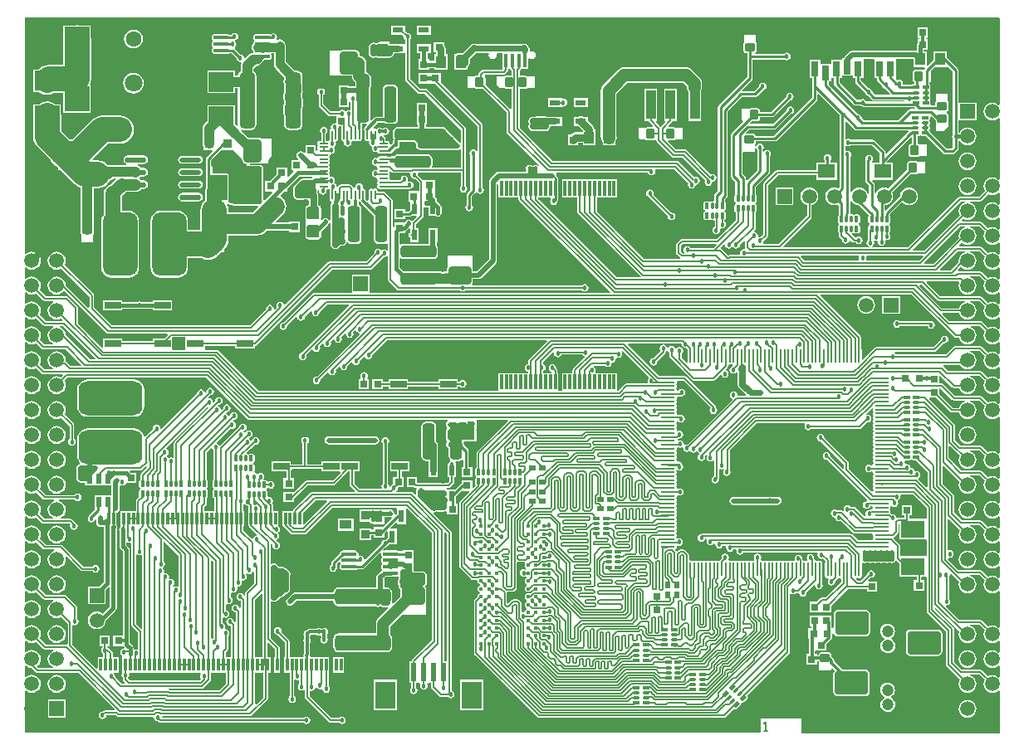
<source format=gtl>
G04 Layer_Physical_Order=1*
G04 Layer_Color=255*
%FSLAX24Y24*%
%MOIN*%
G70*
G01*
G75*
%ADD10C,0.0060*%
%ADD11C,0.0080*%
%ADD12R,0.0984X0.0984*%
%ADD13R,0.0394X0.1181*%
G04:AMPARAMS|DCode=14|XSize=90.6mil|YSize=70.9mil|CornerRadius=8.9mil|HoleSize=0mil|Usage=FLASHONLY|Rotation=270.000|XOffset=0mil|YOffset=0mil|HoleType=Round|Shape=RoundedRectangle|*
%AMROUNDEDRECTD14*
21,1,0.0906,0.0532,0,0,270.0*
21,1,0.0728,0.0709,0,0,270.0*
1,1,0.0177,-0.0266,-0.0364*
1,1,0.0177,-0.0266,0.0364*
1,1,0.0177,0.0266,0.0364*
1,1,0.0177,0.0266,-0.0364*
%
%ADD14ROUNDEDRECTD14*%
%ADD15R,0.0300X0.0300*%
%ADD16R,0.0300X0.0300*%
G04:AMPARAMS|DCode=17|XSize=90.6mil|YSize=70.9mil|CornerRadius=8.9mil|HoleSize=0mil|Usage=FLASHONLY|Rotation=180.000|XOffset=0mil|YOffset=0mil|HoleType=Round|Shape=RoundedRectangle|*
%AMROUNDEDRECTD17*
21,1,0.0906,0.0532,0,0,180.0*
21,1,0.0728,0.0709,0,0,180.0*
1,1,0.0177,-0.0364,0.0266*
1,1,0.0177,0.0364,0.0266*
1,1,0.0177,0.0364,-0.0266*
1,1,0.0177,-0.0364,-0.0266*
%
%ADD17ROUNDEDRECTD17*%
G04:AMPARAMS|DCode=18|XSize=39.4mil|YSize=35.4mil|CornerRadius=4.4mil|HoleSize=0mil|Usage=FLASHONLY|Rotation=180.000|XOffset=0mil|YOffset=0mil|HoleType=Round|Shape=RoundedRectangle|*
%AMROUNDEDRECTD18*
21,1,0.0394,0.0266,0,0,180.0*
21,1,0.0305,0.0354,0,0,180.0*
1,1,0.0089,-0.0153,0.0133*
1,1,0.0089,0.0153,0.0133*
1,1,0.0089,0.0153,-0.0133*
1,1,0.0089,-0.0153,-0.0133*
%
%ADD18ROUNDEDRECTD18*%
%ADD19R,0.0984X0.0787*%
G04:AMPARAMS|DCode=20|XSize=23.6mil|YSize=15.7mil|CornerRadius=2mil|HoleSize=0mil|Usage=FLASHONLY|Rotation=90.000|XOffset=0mil|YOffset=0mil|HoleType=Round|Shape=RoundedRectangle|*
%AMROUNDEDRECTD20*
21,1,0.0236,0.0118,0,0,90.0*
21,1,0.0197,0.0157,0,0,90.0*
1,1,0.0039,0.0059,0.0098*
1,1,0.0039,0.0059,-0.0098*
1,1,0.0039,-0.0059,-0.0098*
1,1,0.0039,-0.0059,0.0098*
%
%ADD20ROUNDEDRECTD20*%
G04:AMPARAMS|DCode=21|XSize=23.6mil|YSize=11.8mil|CornerRadius=1.5mil|HoleSize=0mil|Usage=FLASHONLY|Rotation=90.000|XOffset=0mil|YOffset=0mil|HoleType=Round|Shape=RoundedRectangle|*
%AMROUNDEDRECTD21*
21,1,0.0236,0.0089,0,0,90.0*
21,1,0.0207,0.0118,0,0,90.0*
1,1,0.0030,0.0044,0.0103*
1,1,0.0030,0.0044,-0.0103*
1,1,0.0030,-0.0044,-0.0103*
1,1,0.0030,-0.0044,0.0103*
%
%ADD21ROUNDEDRECTD21*%
G04:AMPARAMS|DCode=22|XSize=23.6mil|YSize=15.7mil|CornerRadius=2mil|HoleSize=0mil|Usage=FLASHONLY|Rotation=180.000|XOffset=0mil|YOffset=0mil|HoleType=Round|Shape=RoundedRectangle|*
%AMROUNDEDRECTD22*
21,1,0.0236,0.0118,0,0,180.0*
21,1,0.0197,0.0157,0,0,180.0*
1,1,0.0039,-0.0098,0.0059*
1,1,0.0039,0.0098,0.0059*
1,1,0.0039,0.0098,-0.0059*
1,1,0.0039,-0.0098,-0.0059*
%
%ADD22ROUNDEDRECTD22*%
G04:AMPARAMS|DCode=23|XSize=23.6mil|YSize=11.8mil|CornerRadius=1.5mil|HoleSize=0mil|Usage=FLASHONLY|Rotation=180.000|XOffset=0mil|YOffset=0mil|HoleType=Round|Shape=RoundedRectangle|*
%AMROUNDEDRECTD23*
21,1,0.0236,0.0089,0,0,180.0*
21,1,0.0207,0.0118,0,0,180.0*
1,1,0.0030,-0.0103,0.0044*
1,1,0.0030,0.0103,0.0044*
1,1,0.0030,0.0103,-0.0044*
1,1,0.0030,-0.0103,-0.0044*
%
%ADD23ROUNDEDRECTD23*%
%ADD24R,0.0250X0.0200*%
%ADD25R,0.0200X0.0250*%
%ADD26R,0.0650X0.0300*%
G04:AMPARAMS|DCode=27|XSize=39.4mil|YSize=35.4mil|CornerRadius=4.4mil|HoleSize=0mil|Usage=FLASHONLY|Rotation=90.000|XOffset=0mil|YOffset=0mil|HoleType=Round|Shape=RoundedRectangle|*
%AMROUNDEDRECTD27*
21,1,0.0394,0.0266,0,0,90.0*
21,1,0.0305,0.0354,0,0,90.0*
1,1,0.0089,0.0133,0.0153*
1,1,0.0089,0.0133,-0.0153*
1,1,0.0089,-0.0133,-0.0153*
1,1,0.0089,-0.0133,0.0153*
%
%ADD27ROUNDEDRECTD27*%
%ADD28R,0.0400X0.0500*%
%ADD29O,0.1181X0.0394*%
%ADD30R,0.1181X0.0394*%
G04:AMPARAMS|DCode=31|XSize=137.8mil|YSize=255.9mil|CornerRadius=34.4mil|HoleSize=0mil|Usage=FLASHONLY|Rotation=270.000|XOffset=0mil|YOffset=0mil|HoleType=Round|Shape=RoundedRectangle|*
%AMROUNDEDRECTD31*
21,1,0.1378,0.1870,0,0,270.0*
21,1,0.0689,0.2559,0,0,270.0*
1,1,0.0689,-0.0935,-0.0344*
1,1,0.0689,-0.0935,0.0344*
1,1,0.0689,0.0935,0.0344*
1,1,0.0689,0.0935,-0.0344*
%
%ADD31ROUNDEDRECTD31*%
G04:AMPARAMS|DCode=32|XSize=137.8mil|YSize=255.9mil|CornerRadius=34.4mil|HoleSize=0mil|Usage=FLASHONLY|Rotation=0.000|XOffset=0mil|YOffset=0mil|HoleType=Round|Shape=RoundedRectangle|*
%AMROUNDEDRECTD32*
21,1,0.1378,0.1870,0,0,0.0*
21,1,0.0689,0.2559,0,0,0.0*
1,1,0.0689,0.0344,-0.0935*
1,1,0.0689,-0.0344,-0.0935*
1,1,0.0689,-0.0344,0.0935*
1,1,0.0689,0.0344,0.0935*
%
%ADD32ROUNDEDRECTD32*%
%ADD33O,0.0276X0.1181*%
%ADD34R,0.0276X0.1181*%
%ADD35C,0.0157*%
G04:AMPARAMS|DCode=36|XSize=50mil|YSize=50mil|CornerRadius=6.3mil|HoleSize=0mil|Usage=FLASHONLY|Rotation=270.000|XOffset=0mil|YOffset=0mil|HoleType=Round|Shape=RoundedRectangle|*
%AMROUNDEDRECTD36*
21,1,0.0500,0.0375,0,0,270.0*
21,1,0.0375,0.0500,0,0,270.0*
1,1,0.0125,-0.0188,-0.0188*
1,1,0.0125,-0.0188,0.0188*
1,1,0.0125,0.0188,0.0188*
1,1,0.0125,0.0188,-0.0188*
%
%ADD36ROUNDEDRECTD36*%
%ADD37R,0.0748X0.0748*%
%ADD38R,0.0150X0.0532*%
%ADD39R,0.0157X0.0532*%
%ADD40R,0.0433X0.0236*%
%ADD41O,0.0866X0.0217*%
%ADD42O,0.0866X0.0197*%
G04:AMPARAMS|DCode=43|XSize=94.5mil|YSize=133.9mil|CornerRadius=11.8mil|HoleSize=0mil|Usage=FLASHONLY|Rotation=90.000|XOffset=0mil|YOffset=0mil|HoleType=Round|Shape=RoundedRectangle|*
%AMROUNDEDRECTD43*
21,1,0.0945,0.1102,0,0,90.0*
21,1,0.0709,0.1339,0,0,90.0*
1,1,0.0236,0.0551,0.0354*
1,1,0.0236,0.0551,-0.0354*
1,1,0.0236,-0.0551,-0.0354*
1,1,0.0236,-0.0551,0.0354*
%
%ADD43ROUNDEDRECTD43*%
%ADD44R,0.0118X0.0472*%
%ADD45R,0.0945X0.0945*%
%ADD46R,0.0709X0.0866*%
%ADD47R,0.0118X0.0512*%
%ADD48R,0.0827X0.1102*%
%ADD49R,0.0236X0.0748*%
%ADD50R,0.0236X0.0433*%
%ADD51R,0.0120X0.0600*%
%ADD52R,0.0787X0.0984*%
%ADD53O,0.0630X0.0157*%
%ADD54R,0.0360X0.0500*%
%ADD55R,0.0360X0.0360*%
%ADD56R,0.0709X0.0551*%
%ADD57R,0.0551X0.0748*%
%ADD58R,0.0315X0.0591*%
%ADD59R,0.0945X0.0709*%
G04:AMPARAMS|DCode=60|XSize=47.2mil|YSize=145.7mil|CornerRadius=11.8mil|HoleSize=0mil|Usage=FLASHONLY|Rotation=180.000|XOffset=0mil|YOffset=0mil|HoleType=Round|Shape=RoundedRectangle|*
%AMROUNDEDRECTD60*
21,1,0.0472,0.1220,0,0,180.0*
21,1,0.0236,0.1457,0,0,180.0*
1,1,0.0236,-0.0118,0.0610*
1,1,0.0236,0.0118,0.0610*
1,1,0.0236,0.0118,-0.0610*
1,1,0.0236,-0.0118,-0.0610*
%
%ADD60ROUNDEDRECTD60*%
G04:AMPARAMS|DCode=61|XSize=47.2mil|YSize=145.7mil|CornerRadius=11.8mil|HoleSize=0mil|Usage=FLASHONLY|Rotation=90.000|XOffset=0mil|YOffset=0mil|HoleType=Round|Shape=RoundedRectangle|*
%AMROUNDEDRECTD61*
21,1,0.0472,0.1220,0,0,90.0*
21,1,0.0236,0.1457,0,0,90.0*
1,1,0.0236,0.0610,0.0118*
1,1,0.0236,0.0610,-0.0118*
1,1,0.0236,-0.0610,-0.0118*
1,1,0.0236,-0.0610,0.0118*
%
%ADD61ROUNDEDRECTD61*%
G04:AMPARAMS|DCode=62|XSize=63mil|YSize=224.4mil|CornerRadius=15.7mil|HoleSize=0mil|Usage=FLASHONLY|Rotation=180.000|XOffset=0mil|YOffset=0mil|HoleType=Round|Shape=RoundedRectangle|*
%AMROUNDEDRECTD62*
21,1,0.0630,0.1929,0,0,180.0*
21,1,0.0315,0.2244,0,0,180.0*
1,1,0.0315,-0.0157,0.0965*
1,1,0.0315,0.0157,0.0965*
1,1,0.0315,0.0157,-0.0965*
1,1,0.0315,-0.0157,-0.0965*
%
%ADD62ROUNDEDRECTD62*%
G04:AMPARAMS|DCode=63|XSize=63mil|YSize=224.4mil|CornerRadius=15.7mil|HoleSize=0mil|Usage=FLASHONLY|Rotation=90.000|XOffset=0mil|YOffset=0mil|HoleType=Round|Shape=RoundedRectangle|*
%AMROUNDEDRECTD63*
21,1,0.0630,0.1929,0,0,90.0*
21,1,0.0315,0.2244,0,0,90.0*
1,1,0.0315,0.0965,0.0157*
1,1,0.0315,0.0965,-0.0157*
1,1,0.0315,-0.0965,-0.0157*
1,1,0.0315,-0.0965,0.0157*
%
%ADD63ROUNDEDRECTD63*%
G04:AMPARAMS|DCode=64|XSize=23.6mil|YSize=15.7mil|CornerRadius=2mil|HoleSize=0mil|Usage=FLASHONLY|Rotation=225.000|XOffset=0mil|YOffset=0mil|HoleType=Round|Shape=RoundedRectangle|*
%AMROUNDEDRECTD64*
21,1,0.0236,0.0118,0,0,225.0*
21,1,0.0197,0.0157,0,0,225.0*
1,1,0.0039,-0.0111,-0.0028*
1,1,0.0039,0.0028,0.0111*
1,1,0.0039,0.0111,0.0028*
1,1,0.0039,-0.0028,-0.0111*
%
%ADD64ROUNDEDRECTD64*%
G04:AMPARAMS|DCode=65|XSize=23.6mil|YSize=11.8mil|CornerRadius=1.5mil|HoleSize=0mil|Usage=FLASHONLY|Rotation=225.000|XOffset=0mil|YOffset=0mil|HoleType=Round|Shape=RoundedRectangle|*
%AMROUNDEDRECTD65*
21,1,0.0236,0.0089,0,0,225.0*
21,1,0.0207,0.0118,0,0,225.0*
1,1,0.0030,-0.0104,-0.0042*
1,1,0.0030,0.0042,0.0104*
1,1,0.0030,0.0104,0.0042*
1,1,0.0030,-0.0042,-0.0104*
%
%ADD65ROUNDEDRECTD65*%
%ADD66R,0.0236X0.0512*%
%ADD67R,0.0360X0.0360*%
%ADD68R,0.0500X0.0360*%
G04:AMPARAMS|DCode=69|XSize=236.2mil|YSize=236.2mil|CornerRadius=59.1mil|HoleSize=0mil|Usage=FLASHONLY|Rotation=0.000|XOffset=0mil|YOffset=0mil|HoleType=Round|Shape=RoundedRectangle|*
%AMROUNDEDRECTD69*
21,1,0.2362,0.1181,0,0,0.0*
21,1,0.1181,0.2362,0,0,0.0*
1,1,0.1181,0.0591,-0.0591*
1,1,0.1181,-0.0591,-0.0591*
1,1,0.1181,-0.0591,0.0591*
1,1,0.1181,0.0591,0.0591*
%
%ADD69ROUNDEDRECTD69*%
%ADD70O,0.0591X0.0087*%
%ADD71O,0.0087X0.0591*%
%ADD72R,0.1476X0.1476*%
%ADD73O,0.0079X0.0394*%
%ADD74O,0.0394X0.0079*%
%ADD75C,0.0100*%
%ADD76C,0.0250*%
%ADD77C,0.0400*%
%ADD78C,0.0070*%
%ADD79C,0.0120*%
%ADD80C,0.1000*%
%ADD81C,0.0150*%
%ADD82C,0.0200*%
%ADD83C,0.0240*%
%ADD84C,0.0450*%
%ADD85C,0.0180*%
%ADD86C,0.0350*%
%ADD87C,0.0600*%
%ADD88C,0.0580*%
%ADD89C,0.0300*%
%ADD90C,0.0380*%
%ADD91C,0.0800*%
%ADD92C,0.0520*%
%ADD93C,0.0050*%
%ADD94C,0.0230*%
%ADD95C,0.0500*%
%ADD96C,0.0630*%
%ADD97C,0.0709*%
%ADD98O,0.1378X0.1299*%
%ADD99C,0.0591*%
%ADD100R,0.0591X0.0591*%
%ADD101R,0.0591X0.0591*%
%ADD102C,0.0472*%
%ADD103R,0.0945X0.1220*%
%ADD104C,0.0180*%
%ADD105C,0.1575*%
%ADD106C,0.0394*%
%ADD107C,0.0260*%
G36*
X37342Y13982D02*
X37373Y13961D01*
X37410Y13953D01*
X37620D01*
X37650Y13881D01*
X37707Y13807D01*
X37781Y13750D01*
X37867Y13714D01*
X37960Y13702D01*
X38053Y13714D01*
X38139Y13750D01*
X38213Y13807D01*
X38270Y13881D01*
X38306Y13967D01*
X38318Y14060D01*
X38306Y14153D01*
X38270Y14239D01*
X38213Y14313D01*
X38139Y14370D01*
X38053Y14406D01*
X38064Y14453D01*
X38430D01*
X38648Y14235D01*
X38614Y14153D01*
X38602Y14060D01*
X38614Y13967D01*
X38650Y13881D01*
X38707Y13807D01*
X38781Y13750D01*
X38867Y13714D01*
X38960Y13702D01*
X39053Y13714D01*
X39139Y13750D01*
X39200Y13796D01*
X39250Y13778D01*
Y13342D01*
X39200Y13324D01*
X39139Y13370D01*
X39053Y13406D01*
X38960Y13418D01*
X38867Y13406D01*
X38785Y13372D01*
X38538Y13618D01*
X38507Y13639D01*
X38470Y13647D01*
X37450D01*
X36978Y14118D01*
X36947Y14139D01*
X36910Y14147D01*
X36820D01*
Y14438D01*
X36866Y14457D01*
X37342Y13982D01*
D02*
G37*
G36*
Y13482D02*
X37373Y13461D01*
X37410Y13453D01*
X37856D01*
X37867Y13406D01*
X37781Y13370D01*
X37707Y13313D01*
X37650Y13239D01*
X37616Y13157D01*
X37360D01*
X36820Y13697D01*
Y13953D01*
X36870Y13953D01*
X37342Y13482D01*
D02*
G37*
G36*
X21364Y15377D02*
X21357Y15340D01*
X21369Y15281D01*
X21402Y15232D01*
X21451Y15199D01*
X21510Y15187D01*
X21569Y15199D01*
X21618Y15232D01*
X21651Y15281D01*
X21654Y15293D01*
X22504D01*
X22512Y15282D01*
X22561Y15249D01*
X22578Y15245D01*
X22594Y15191D01*
X22132Y14728D01*
X22111Y14697D01*
X22103Y14660D01*
Y14552D01*
X21685D01*
Y13842D01*
X21532D01*
Y14552D01*
X21508D01*
Y14648D01*
X21501Y14685D01*
X21480Y14717D01*
X21450Y14747D01*
X21453Y14760D01*
X21441Y14819D01*
X21408Y14868D01*
X21359Y14901D01*
X21300Y14913D01*
X21241Y14901D01*
X21192Y14868D01*
X21159Y14819D01*
X21147Y14760D01*
X21159Y14701D01*
X21192Y14652D01*
X21241Y14619D01*
X21250Y14617D01*
X21272Y14562D01*
X21265Y14552D01*
X20918D01*
Y14637D01*
X20929Y14639D01*
X20978Y14672D01*
X21011Y14721D01*
X21023Y14780D01*
X21011Y14839D01*
X20978Y14888D01*
X20929Y14921D01*
X20918Y14923D01*
Y15001D01*
X21318Y15401D01*
X21364Y15377D01*
D02*
G37*
G36*
X38648Y15235D02*
X38614Y15153D01*
X38602Y15060D01*
X38614Y14967D01*
X38650Y14881D01*
X38707Y14807D01*
X38781Y14750D01*
X38867Y14714D01*
X38960Y14702D01*
X39053Y14714D01*
X39139Y14750D01*
X39200Y14796D01*
X39250Y14778D01*
Y14342D01*
X39200Y14324D01*
X39139Y14370D01*
X39053Y14406D01*
X38960Y14418D01*
X38867Y14406D01*
X38785Y14372D01*
X38538Y14618D01*
X38507Y14639D01*
X38470Y14647D01*
X37180D01*
X37008Y14818D01*
X36987Y14833D01*
X36994Y14881D01*
X36995Y14883D01*
X37649D01*
X37650Y14881D01*
X37707Y14807D01*
X37781Y14750D01*
X37867Y14714D01*
X37960Y14702D01*
X38053Y14714D01*
X38139Y14750D01*
X38213Y14807D01*
X38270Y14881D01*
X38306Y14967D01*
X38318Y15060D01*
X38306Y15153D01*
X38270Y15239D01*
X38213Y15313D01*
X38139Y15370D01*
X38053Y15406D01*
X38064Y15453D01*
X38430D01*
X38648Y15235D01*
D02*
G37*
G36*
X221Y14760D02*
X307Y14724D01*
X400Y14712D01*
X493Y14724D01*
X575Y14758D01*
X802Y14532D01*
X833Y14511D01*
X870Y14503D01*
X1631D01*
X1650Y14457D01*
X1575Y14382D01*
X1493Y14416D01*
X1400Y14428D01*
X1307Y14416D01*
X1221Y14380D01*
X1147Y14323D01*
X1090Y14249D01*
X1054Y14163D01*
X1042Y14070D01*
X1054Y13977D01*
X1090Y13891D01*
X1147Y13817D01*
X1221Y13760D01*
X1307Y13724D01*
X1400Y13712D01*
X1493Y13724D01*
X1579Y13760D01*
X1653Y13817D01*
X1710Y13891D01*
X1746Y13977D01*
X1758Y14070D01*
X1746Y14163D01*
X1712Y14245D01*
X1840Y14373D01*
X7403D01*
X9065Y12712D01*
X9096Y12691D01*
X9133Y12683D01*
X17094D01*
X17106Y12633D01*
X17065Y12605D01*
X17029Y12552D01*
X17017Y12490D01*
X17029Y12428D01*
X17060Y12382D01*
X17065Y12354D01*
Y12346D01*
X17060Y12318D01*
X17029Y12272D01*
X17017Y12210D01*
Y11950D01*
X17029Y11888D01*
X17065Y11835D01*
X17059Y11778D01*
X17039Y11749D01*
X17027Y11690D01*
X17039Y11631D01*
X17072Y11582D01*
X17121Y11549D01*
X17141Y11545D01*
Y11200D01*
X17155Y11130D01*
X17195Y11071D01*
X17199Y11068D01*
X17201Y11060D01*
X17196Y11011D01*
X17162Y10988D01*
X17129Y10939D01*
X17124Y10916D01*
X17086D01*
Y10363D01*
X17167D01*
Y10204D01*
X17090Y10127D01*
X15870D01*
Y10390D01*
X15450D01*
Y9970D01*
X15733D01*
X15742Y9962D01*
X15773Y9941D01*
X15810Y9933D01*
X15830D01*
X15856Y9883D01*
X15842Y9862D01*
X15826Y9780D01*
X15842Y9698D01*
X15834Y9686D01*
X15772Y9678D01*
X15711Y9738D01*
X15679Y9759D01*
X15642Y9767D01*
X15056D01*
X15041Y9817D01*
X15048Y9822D01*
X15081Y9871D01*
X15093Y9930D01*
X15128Y9970D01*
X15320D01*
Y10390D01*
X15267D01*
Y10592D01*
X15555D01*
Y11012D01*
X14785D01*
Y10592D01*
X15073D01*
Y10390D01*
X14900D01*
Y10075D01*
X14881Y10071D01*
X14832Y10038D01*
X14799Y9989D01*
X14795Y9969D01*
X14763Y9958D01*
X14737Y9981D01*
X14743Y10010D01*
X14731Y10069D01*
X14702Y10112D01*
Y11718D01*
X14731Y11761D01*
X14743Y11820D01*
X14731Y11879D01*
X14698Y11928D01*
X14649Y11961D01*
X14590Y11973D01*
X14531Y11961D01*
X14482Y11928D01*
X14449Y11879D01*
X14437Y11820D01*
X14449Y11761D01*
X14478Y11718D01*
Y10112D01*
X14449Y10069D01*
X14437Y10010D01*
X14448Y9957D01*
X14444Y9942D01*
X14425Y9907D01*
X13550D01*
X13347Y10110D01*
Y10592D01*
X13555D01*
Y11012D01*
X12025D01*
Y10889D01*
X11467D01*
Y11734D01*
X11478Y11742D01*
X11511Y11791D01*
X11523Y11850D01*
X11511Y11909D01*
X11478Y11958D01*
X11429Y11991D01*
X11370Y12003D01*
X11311Y11991D01*
X11262Y11958D01*
X11229Y11909D01*
X11217Y11850D01*
X11229Y11791D01*
X11262Y11742D01*
X11273Y11734D01*
Y10889D01*
X10795D01*
Y11012D01*
X10025D01*
Y10592D01*
X10613D01*
Y10330D01*
X10500D01*
Y9910D01*
X10920D01*
Y10330D01*
X10807D01*
Y10642D01*
X10806Y10645D01*
X10844Y10695D01*
X12025D01*
Y10592D01*
X12758D01*
X12777Y10546D01*
X12478Y10247D01*
X11450D01*
X11413Y10239D01*
X11382Y10218D01*
X10963Y9800D01*
X10920Y9780D01*
Y9780D01*
X10920Y9780D01*
X10500D01*
Y9360D01*
X10920D01*
Y9489D01*
X10938Y9502D01*
X11490Y10053D01*
X12518D01*
X12555Y10061D01*
X12586Y10082D01*
X13097Y10592D01*
X13153D01*
Y10070D01*
X13161Y10033D01*
X13182Y10002D01*
X13370Y9813D01*
X13351Y9767D01*
X11650D01*
X11613Y9759D01*
X11582Y9738D01*
X10903Y9060D01*
X10882Y9029D01*
X10879Y9012D01*
X10459D01*
Y8420D01*
X10486D01*
X10489Y8407D01*
X10510Y8376D01*
X10784Y8102D01*
X10815Y8081D01*
X10852Y8073D01*
X11364D01*
X11401Y8081D01*
X11432Y8102D01*
X12474Y9143D01*
X15022D01*
X15062Y9119D01*
X15062Y9093D01*
Y8909D01*
X15050Y8907D01*
X15014Y8883D01*
X15014Y8883D01*
X14992Y8861D01*
X14946Y8885D01*
X14953Y8920D01*
X14941Y8979D01*
X14908Y9028D01*
X14859Y9061D01*
X14800Y9073D01*
X14741Y9061D01*
X14736Y9058D01*
X14469D01*
X14449Y9071D01*
X14390Y9083D01*
X14331Y9071D01*
X14326Y9068D01*
X14159D01*
X14139Y9081D01*
X14080Y9093D01*
X14021Y9081D01*
X14016Y9078D01*
X13910D01*
X13872Y9070D01*
X13725D01*
X13710Y9073D01*
X13695Y9070D01*
X13560D01*
Y8935D01*
X13557Y8920D01*
X13560Y8905D01*
Y8590D01*
X13946D01*
X13972Y8552D01*
X14021Y8519D01*
X14080Y8507D01*
X14104Y8512D01*
X14130Y8490D01*
Y8490D01*
X14550D01*
Y8782D01*
X14736D01*
X14741Y8779D01*
X14800Y8767D01*
X14835Y8774D01*
X14859Y8728D01*
X14491Y8360D01*
X14130D01*
Y8262D01*
X14040D01*
Y8320D01*
X13560D01*
Y7840D01*
X14040D01*
Y8038D01*
X14130D01*
Y7940D01*
X14550D01*
Y8101D01*
X14642Y8193D01*
X14688Y8174D01*
Y7957D01*
X14583Y7852D01*
X14580Y7853D01*
X14521Y7841D01*
X14472Y7808D01*
X14439Y7759D01*
X14428Y7707D01*
X13782Y7061D01*
X13760Y7065D01*
X13731Y7080D01*
X13721Y7129D01*
X13688Y7178D01*
X13639Y7211D01*
X13580Y7223D01*
X13547Y7216D01*
X13505Y7256D01*
X13511Y7284D01*
X13500Y7338D01*
X13469Y7384D01*
X13424Y7415D01*
X13369Y7425D01*
X12897D01*
X12843Y7415D01*
X12797Y7384D01*
X12766Y7338D01*
X12763Y7322D01*
X12456Y7014D01*
X12431Y6978D01*
X12423Y6935D01*
X12423Y6935D01*
Y6849D01*
X12392Y6828D01*
X12359Y6779D01*
X12347Y6720D01*
X12359Y6661D01*
X12392Y6612D01*
X12441Y6579D01*
X12500Y6567D01*
X12559Y6579D01*
X12608Y6612D01*
X12641Y6661D01*
X12653Y6720D01*
X12647Y6752D01*
X12647Y6755D01*
Y6889D01*
X12721Y6963D01*
X12781Y6952D01*
X12797Y6928D01*
X12801Y6925D01*
Y6875D01*
X12797Y6872D01*
X12766Y6826D01*
X12756Y6772D01*
X12766Y6718D01*
X12797Y6672D01*
X12843Y6641D01*
X12897Y6631D01*
X13369D01*
X13424Y6641D01*
X13451Y6660D01*
X13652D01*
X13652Y6660D01*
X13695Y6668D01*
X13731Y6693D01*
X14367Y7328D01*
X14413Y7304D01*
X14409Y7284D01*
X14420Y7230D01*
X14449Y7187D01*
X14455Y7173D01*
Y7139D01*
X14449Y7125D01*
X14420Y7082D01*
X14409Y7028D01*
X14420Y6974D01*
X14451Y6928D01*
X14455Y6925D01*
Y6875D01*
X14451Y6872D01*
X14420Y6826D01*
X14409Y6772D01*
X14420Y6718D01*
X14449Y6675D01*
X14455Y6661D01*
Y6619D01*
X14451Y6616D01*
X14449Y6613D01*
X14361Y6525D01*
X14338Y6521D01*
X14285Y6485D01*
X14280Y6481D01*
X14244Y6428D01*
X14232Y6365D01*
Y5944D01*
X12715D01*
X12631Y5928D01*
X12559Y5879D01*
X12511Y5808D01*
X12495Y5728D01*
X10965D01*
X10903Y5716D01*
X10850Y5681D01*
X10655Y5485D01*
X10619Y5432D01*
X10607Y5370D01*
X10619Y5308D01*
X10655Y5255D01*
X10708Y5219D01*
X10770Y5207D01*
X10832Y5219D01*
X10885Y5255D01*
X11033Y5402D01*
X12495D01*
X12511Y5323D01*
X12559Y5251D01*
X12631Y5203D01*
X12715Y5186D01*
X14178D01*
X14218Y5159D01*
X14280Y5147D01*
X14342Y5159D01*
X14382Y5186D01*
X14388D01*
X14428Y5159D01*
X14490Y5147D01*
X14680D01*
X14701Y5097D01*
X14297Y4693D01*
X14251Y4634D01*
X14222Y4564D01*
X14213Y4490D01*
Y4094D01*
X12715D01*
X12631Y4077D01*
X12559Y4029D01*
X12511Y3957D01*
X12494Y3872D01*
Y3557D01*
X12511Y3472D01*
X12559Y3401D01*
X12631Y3352D01*
X12715Y3336D01*
X14645D01*
X14729Y3352D01*
X14801Y3401D01*
X14849Y3472D01*
X14866Y3557D01*
Y3872D01*
X14849Y3957D01*
X14801Y4029D01*
X14787Y4038D01*
Y4371D01*
X15267Y4850D01*
X16210D01*
Y5250D01*
X16210Y5250D01*
X16214Y5298D01*
X16226Y5355D01*
Y5887D01*
X16214Y5945D01*
X16185Y5988D01*
X16203Y6007D01*
X16244Y6068D01*
X16259Y6140D01*
Y6400D01*
X16244Y6472D01*
X16203Y6533D01*
X16142Y6574D01*
X16070Y6589D01*
X15738D01*
X15720Y6615D01*
Y6980D01*
X15720Y6990D01*
X15720D01*
Y7030D01*
X15720Y7030D01*
Y7450D01*
X15300D01*
Y7396D01*
X15105D01*
X15077Y7415D01*
X15023Y7425D01*
X14551D01*
X14531Y7421D01*
X14506Y7467D01*
X14587Y7548D01*
X14639Y7559D01*
X14688Y7592D01*
X14721Y7641D01*
X14725Y7661D01*
X15044D01*
Y8293D01*
X14806D01*
X14787Y8339D01*
X15016Y8567D01*
X15062Y8548D01*
Y8487D01*
X15418D01*
Y9093D01*
X15468Y9113D01*
X16453Y8128D01*
Y3830D01*
X15671Y3048D01*
X15650Y3017D01*
X15643Y2979D01*
Y2978D01*
X15561D01*
Y2110D01*
X15633D01*
Y1916D01*
X15622Y1908D01*
X15589Y1859D01*
X15577Y1800D01*
X15589Y1741D01*
X15622Y1692D01*
X15671Y1659D01*
X15730Y1647D01*
X15789Y1659D01*
X15838Y1692D01*
X15871Y1741D01*
X15883Y1800D01*
X15871Y1859D01*
X15838Y1908D01*
X15827Y1916D01*
Y2110D01*
X15918D01*
Y2110D01*
X15955D01*
X15994Y2083D01*
X16006Y2060D01*
X15999Y2049D01*
X15987Y1990D01*
X15999Y1931D01*
X16032Y1882D01*
X16081Y1849D01*
X16140Y1837D01*
X16199Y1849D01*
X16248Y1882D01*
X16281Y1931D01*
X16293Y1990D01*
X16281Y2049D01*
X16274Y2060D01*
X16280Y2073D01*
X16311Y2110D01*
X16349D01*
Y2110D01*
X16433D01*
Y1930D01*
X16441Y1893D01*
X16462Y1862D01*
X16752Y1572D01*
X16783Y1551D01*
X16820Y1543D01*
X17094D01*
X17102Y1532D01*
X17151Y1499D01*
X17210Y1487D01*
X17269Y1499D01*
X17318Y1532D01*
X17351Y1581D01*
X17363Y1640D01*
X17351Y1699D01*
X17318Y1748D01*
X17269Y1781D01*
X17267Y1782D01*
Y8142D01*
X17259Y8179D01*
X17238Y8211D01*
X16532Y8917D01*
X16549Y8971D01*
X16603Y8982D01*
X16638Y9006D01*
X16710Y8991D01*
X16930D01*
X17002Y9006D01*
X17020Y9018D01*
X17070Y8991D01*
Y8880D01*
X17490D01*
Y9300D01*
X17482D01*
X17442Y9324D01*
Y9620D01*
X17620Y9797D01*
X17660Y9820D01*
Y9820D01*
X17660Y9820D01*
X17945D01*
X17964Y9774D01*
X17585Y9395D01*
X17565Y9365D01*
X17558Y9330D01*
Y6790D01*
X17565Y6755D01*
X17585Y6725D01*
X18036Y6274D01*
X18066Y6254D01*
X18101Y6247D01*
X18259D01*
X18291Y6208D01*
X18289Y6199D01*
X18300Y6145D01*
X18330Y6099D01*
X18376Y6069D01*
X18383Y6067D01*
Y6016D01*
X18376Y6015D01*
X18330Y5984D01*
X18300Y5938D01*
X18289Y5884D01*
X18300Y5830D01*
X18330Y5784D01*
X18376Y5754D01*
X18383Y5752D01*
Y5701D01*
X18376Y5700D01*
X18330Y5669D01*
X18300Y5623D01*
X18289Y5569D01*
X18291Y5560D01*
X18175Y5444D01*
X18155Y5414D01*
X18148Y5379D01*
Y3320D01*
X18155Y3285D01*
X18175Y3255D01*
X20695Y735D01*
X20725Y715D01*
X20760Y708D01*
X28180D01*
X28215Y715D01*
X28245Y735D01*
X28584Y1074D01*
X28591Y1066D01*
X28618Y1049D01*
X28649Y1042D01*
X28680Y1049D01*
X28706Y1066D01*
X28845Y1205D01*
X28863Y1232D01*
X28869Y1263D01*
X28864Y1288D01*
X28881Y1309D01*
X28902Y1326D01*
X28927Y1321D01*
X28958Y1327D01*
X28985Y1345D01*
X29124Y1484D01*
X29141Y1510D01*
X29148Y1541D01*
X29141Y1572D01*
X29124Y1599D01*
X29121Y1601D01*
X30795Y3275D01*
X30815Y3305D01*
X30822Y3340D01*
Y5665D01*
X30872Y5692D01*
X30891Y5679D01*
X30950Y5667D01*
X31009Y5679D01*
X31058Y5712D01*
X31066Y5723D01*
X31151D01*
X31160Y5723D01*
X31203Y5701D01*
X31209Y5671D01*
X31242Y5622D01*
X31291Y5589D01*
X31350Y5577D01*
X31409Y5589D01*
X31458Y5622D01*
X31491Y5671D01*
X31503Y5730D01*
X31500Y5743D01*
X31788Y6031D01*
X31812Y6026D01*
X31839Y6011D01*
X31849Y5961D01*
X31882Y5912D01*
X31931Y5879D01*
X31990Y5867D01*
X32049Y5879D01*
X32098Y5912D01*
X32131Y5961D01*
X32143Y6020D01*
X32131Y6079D01*
X32128Y6084D01*
Y6376D01*
X32128Y6376D01*
X32136Y6417D01*
Y6921D01*
X32128Y6961D01*
X32105Y6995D01*
X32071Y7018D01*
X32031Y7026D01*
X31991Y7018D01*
X31957Y6995D01*
X31948D01*
X31914Y7018D01*
X31874Y7026D01*
X31863Y7024D01*
X31813Y7060D01*
Y7074D01*
X31806Y7111D01*
X31801Y7118D01*
X31803Y7130D01*
X31791Y7189D01*
X31758Y7238D01*
X31709Y7271D01*
X31650Y7283D01*
X31591Y7271D01*
X31542Y7238D01*
X31509Y7189D01*
X31497Y7130D01*
X31509Y7071D01*
X31528Y7042D01*
X31518Y7018D01*
X31484Y6995D01*
X31476D01*
X31441Y7018D01*
X31401Y7026D01*
X31390Y7024D01*
X31340Y7060D01*
Y7066D01*
X31333Y7103D01*
X31320Y7122D01*
X31311Y7169D01*
X31278Y7218D01*
X31229Y7251D01*
X31170Y7263D01*
X31111Y7251D01*
X31062Y7218D01*
X31029Y7169D01*
X31017Y7110D01*
X31029Y7051D01*
X31041Y7033D01*
X31006Y6995D01*
X31003D01*
X30969Y7018D01*
X30929Y7026D01*
X30888Y7018D01*
X30854Y6995D01*
X30846D01*
X30811Y7018D01*
X30771Y7026D01*
X30731Y7018D01*
X30697Y6995D01*
X30688D01*
X30654Y7018D01*
X30614Y7026D01*
X30573Y7018D01*
X30539Y6995D01*
X30531D01*
X30497Y7018D01*
X30456Y7026D01*
X30416Y7018D01*
X30382Y6995D01*
X30373D01*
X30339Y7018D01*
X30299Y7026D01*
X30258Y7018D01*
X30224Y6995D01*
X30216D01*
X30182Y7018D01*
X30141Y7026D01*
X30101Y7018D01*
X30067Y6995D01*
X30058D01*
X30024Y7018D01*
X29984Y7026D01*
X29943Y7018D01*
X29909Y6995D01*
X29901D01*
X29867Y7018D01*
X29826Y7026D01*
X29786Y7018D01*
X29752Y6995D01*
X29743D01*
X29709Y7018D01*
X29685Y7023D01*
X29662Y7062D01*
X29660Y7075D01*
X29671Y7091D01*
X29683Y7150D01*
X29671Y7209D01*
X29638Y7258D01*
X29589Y7291D01*
X29530Y7303D01*
X29471Y7291D01*
X29422Y7258D01*
X29389Y7209D01*
X29377Y7150D01*
X29389Y7091D01*
X29393Y7086D01*
X29376Y7030D01*
X29364Y7024D01*
X29354Y7026D01*
X29314Y7018D01*
X29279Y6995D01*
X29271D01*
X29237Y7018D01*
X29196Y7026D01*
X29156Y7018D01*
X29122Y6995D01*
X29113D01*
X29079Y7018D01*
X29039Y7026D01*
X28999Y7018D01*
X28964Y6995D01*
X28956D01*
X28922Y7018D01*
X28881Y7026D01*
X28841Y7018D01*
X28807Y6995D01*
X28798D01*
X28764Y7018D01*
X28724Y7026D01*
X28684Y7018D01*
X28649Y6995D01*
X28641D01*
X28607Y7018D01*
X28566Y7026D01*
X28526Y7018D01*
X28492Y6995D01*
X28483D01*
X28449Y7018D01*
X28409Y7026D01*
X28384Y7021D01*
X28352Y7062D01*
X28371Y7091D01*
X28383Y7150D01*
X28371Y7209D01*
X28338Y7258D01*
X28289Y7291D01*
X28230Y7303D01*
X28171Y7291D01*
X28122Y7258D01*
X28089Y7209D01*
X28077Y7150D01*
X28085Y7112D01*
X28026Y7053D01*
X28005Y7021D01*
X27954Y7023D01*
X27937Y7026D01*
X27896Y7018D01*
X27862Y6995D01*
X27854D01*
X27819Y7018D01*
X27779Y7026D01*
X27739Y7018D01*
X27705Y6995D01*
X27696D01*
X27662Y7018D01*
X27622Y7026D01*
X27581Y7018D01*
X27547Y6995D01*
X27539D01*
X27504Y7018D01*
X27464Y7026D01*
X27424Y7018D01*
X27390Y6995D01*
X27381D01*
X27347Y7018D01*
X27307Y7026D01*
X27266Y7018D01*
X27232Y6995D01*
X27224D01*
X27189Y7018D01*
X27149Y7026D01*
X27109Y7018D01*
X27075Y6995D01*
X27066D01*
X27032Y7018D01*
X26992Y7026D01*
X26951Y7018D01*
X26917Y6995D01*
X26909D01*
X26874Y7018D01*
X26834Y7026D01*
X26832Y7025D01*
X26782Y7065D01*
Y7250D01*
X26775Y7285D01*
X26755Y7315D01*
X26670Y7400D01*
X26670Y7400D01*
X26635Y7435D01*
X26605Y7455D01*
X26570Y7462D01*
X26430D01*
X26395Y7455D01*
X26365Y7435D01*
X26321Y7391D01*
X26263Y7403D01*
X26255Y7415D01*
X26237Y7433D01*
X26246Y7494D01*
X26255Y7500D01*
X26278Y7534D01*
X26286Y7574D01*
X26284Y7584D01*
X26303Y7601D01*
X26328Y7617D01*
X26380Y7607D01*
X26439Y7619D01*
X26488Y7652D01*
X26521Y7701D01*
X26533Y7760D01*
X26521Y7819D01*
X26488Y7868D01*
X26439Y7901D01*
X26380Y7913D01*
X26321Y7901D01*
X26278Y7929D01*
X26255Y7964D01*
Y7972D01*
X26278Y8006D01*
X26286Y8047D01*
X26278Y8087D01*
X26255Y8121D01*
Y8130D01*
X26278Y8164D01*
X26286Y8204D01*
X26278Y8244D01*
X26255Y8279D01*
Y8287D01*
X26278Y8321D01*
X26286Y8362D01*
X26278Y8402D01*
X26255Y8436D01*
Y8445D01*
X26278Y8479D01*
X26286Y8519D01*
X26278Y8559D01*
X26255Y8594D01*
Y8602D01*
X26278Y8636D01*
X26286Y8677D01*
X26278Y8717D01*
X26255Y8751D01*
Y8760D01*
X26278Y8794D01*
X26286Y8834D01*
X26278Y8874D01*
X26255Y8908D01*
Y8917D01*
X26278Y8951D01*
X26286Y8991D01*
X26278Y9032D01*
X26255Y9066D01*
Y9074D01*
X26278Y9109D01*
X26286Y9149D01*
X26278Y9189D01*
X26255Y9223D01*
Y9232D01*
X26278Y9266D01*
X26286Y9306D01*
X26278Y9347D01*
X26255Y9381D01*
Y9389D01*
X26278Y9424D01*
X26286Y9464D01*
X26278Y9504D01*
X26255Y9538D01*
Y9547D01*
X26278Y9581D01*
X26286Y9621D01*
X26286Y9622D01*
X26331Y9653D01*
X26351Y9639D01*
X26410Y9627D01*
X26469Y9639D01*
X26518Y9672D01*
X26551Y9721D01*
X26563Y9780D01*
X26551Y9839D01*
X26518Y9888D01*
X26469Y9921D01*
X26410Y9933D01*
X26351Y9921D01*
X26331Y9908D01*
X26286Y9936D01*
X26278Y9977D01*
X26255Y10011D01*
Y10019D01*
X26278Y10054D01*
X26286Y10094D01*
X26278Y10134D01*
X26255Y10168D01*
Y10177D01*
X26278Y10211D01*
X26286Y10251D01*
X26278Y10292D01*
X26255Y10326D01*
Y10334D01*
X26278Y10369D01*
X26286Y10409D01*
X26278Y10449D01*
X26255Y10483D01*
Y10492D01*
X26278Y10526D01*
X26286Y10566D01*
X26278Y10607D01*
X26255Y10641D01*
X26284Y10680D01*
X26317Y10659D01*
X26331Y10649D01*
X26390Y10637D01*
X26449Y10649D01*
X26498Y10682D01*
X26531Y10731D01*
X26543Y10790D01*
X26531Y10849D01*
X26498Y10898D01*
X26497Y10899D01*
X26477Y10929D01*
X26446Y10961D01*
X26409Y10985D01*
X26366Y10993D01*
X26366Y10993D01*
X26328D01*
X26286Y11039D01*
X26278Y11079D01*
X26255Y11113D01*
Y11122D01*
X26278Y11156D01*
X26286Y11196D01*
X26278Y11237D01*
X26255Y11271D01*
Y11279D01*
X26278Y11313D01*
X26286Y11354D01*
X26278Y11394D01*
X26255Y11428D01*
Y11437D01*
X26278Y11471D01*
X26286Y11511D01*
X26284Y11522D01*
X26320Y11572D01*
X26342D01*
X26361Y11559D01*
X26420Y11547D01*
X26479Y11559D01*
X26503Y11575D01*
X26548Y11545D01*
X26547Y11540D01*
X26559Y11481D01*
X26592Y11432D01*
X26641Y11399D01*
X26700Y11387D01*
X26759Y11399D01*
X26773Y11408D01*
X26839Y11396D01*
X26842Y11392D01*
X26891Y11359D01*
X26950Y11347D01*
X27009Y11359D01*
X27058Y11392D01*
X27062Y11397D01*
X27122D01*
X27132Y11382D01*
X27181Y11349D01*
X27186Y11348D01*
X27197Y11295D01*
X27172Y11278D01*
X27139Y11229D01*
X27127Y11170D01*
X27139Y11111D01*
X27172Y11062D01*
X27221Y11029D01*
X27280Y11017D01*
X27339Y11029D01*
X27388Y11062D01*
X27421Y11111D01*
X27433Y11170D01*
X27422Y11225D01*
X27451Y11254D01*
X27507Y11239D01*
X27510Y11226D01*
X27499Y11209D01*
X27487Y11150D01*
X27499Y11091D01*
X27532Y11042D01*
X27581Y11009D01*
X27640Y10997D01*
X27699Y11009D01*
X27733Y11032D01*
X27780Y11012D01*
X27783Y11010D01*
Y10414D01*
X27771Y10411D01*
X27722Y10378D01*
X27689Y10329D01*
X27677Y10270D01*
X27689Y10211D01*
X27722Y10162D01*
X27771Y10129D01*
X27830Y10117D01*
X27889Y10129D01*
X27938Y10162D01*
X27971Y10211D01*
X27983Y10270D01*
X27975Y10310D01*
X27977Y10320D01*
Y10675D01*
X28012Y10694D01*
X28027Y10698D01*
X28080Y10687D01*
X28139Y10699D01*
X28159Y10713D01*
X28192Y10678D01*
X28159Y10629D01*
X28147Y10570D01*
X28159Y10511D01*
X28192Y10462D01*
X28241Y10429D01*
X28300Y10417D01*
X28359Y10429D01*
X28408Y10462D01*
X28441Y10511D01*
X28453Y10570D01*
X28441Y10629D01*
X28417Y10665D01*
Y11444D01*
X29506Y12533D01*
X31412D01*
X31438Y12483D01*
X31429Y12469D01*
X31417Y12410D01*
X31429Y12351D01*
X31462Y12302D01*
X31511Y12269D01*
X31570Y12257D01*
X31629Y12269D01*
X31678Y12302D01*
X31686Y12313D01*
X33630D01*
X33667Y12321D01*
X33698Y12342D01*
X33937Y12580D01*
X33950Y12577D01*
X34009Y12589D01*
X34058Y12622D01*
X34091Y12671D01*
X34103Y12730D01*
X34091Y12789D01*
X34058Y12838D01*
X34009Y12871D01*
X33950Y12883D01*
X33913Y12876D01*
X33889Y12922D01*
X34117Y13150D01*
X34159Y13127D01*
X34162Y13124D01*
X34154Y13086D01*
X34162Y13046D01*
X34185Y13011D01*
Y13003D01*
X34162Y12969D01*
X34154Y12928D01*
X34162Y12888D01*
X34185Y12854D01*
Y12845D01*
X34162Y12811D01*
X34154Y12771D01*
X34162Y12731D01*
X34183Y12692D01*
X34162Y12654D01*
X34154Y12614D01*
X34162Y12573D01*
X34185Y12539D01*
Y12531D01*
X34162Y12496D01*
X34154Y12456D01*
X34162Y12416D01*
X34185Y12382D01*
Y12373D01*
X34162Y12339D01*
X34154Y12299D01*
X34162Y12258D01*
X34185Y12224D01*
Y12216D01*
X34162Y12181D01*
X34154Y12141D01*
X34162Y12101D01*
X34185Y12067D01*
Y12058D01*
X34162Y12024D01*
X34154Y11984D01*
X34162Y11943D01*
X34185Y11909D01*
Y11901D01*
X34162Y11866D01*
X34154Y11826D01*
X34162Y11786D01*
X34185Y11752D01*
Y11743D01*
X34162Y11709D01*
X34154Y11669D01*
X34162Y11628D01*
X34185Y11594D01*
Y11586D01*
X34162Y11551D01*
X34154Y11511D01*
X34162Y11471D01*
X34185Y11437D01*
Y11428D01*
X34162Y11394D01*
X34154Y11354D01*
X34162Y11313D01*
X34185Y11279D01*
Y11271D01*
X34162Y11237D01*
X34154Y11196D01*
X34162Y11156D01*
X34185Y11122D01*
Y11113D01*
X34162Y11079D01*
X34154Y11039D01*
X34162Y10998D01*
X34185Y10964D01*
Y10956D01*
X34162Y10922D01*
X34154Y10881D01*
X34156Y10871D01*
X34147Y10858D01*
X34108Y10828D01*
X34059Y10861D01*
X34000Y10873D01*
X33941Y10861D01*
X33892Y10828D01*
X33859Y10779D01*
X33847Y10720D01*
X33859Y10661D01*
X33892Y10612D01*
X33941Y10579D01*
X34000Y10567D01*
X34059Y10579D01*
X34108Y10612D01*
X34150Y10585D01*
X34156Y10577D01*
X34154Y10566D01*
X34162Y10526D01*
X34185Y10492D01*
Y10483D01*
X34162Y10449D01*
X34154Y10409D01*
X34162Y10369D01*
X34185Y10334D01*
Y10326D01*
X34162Y10292D01*
X34154Y10251D01*
X34162Y10211D01*
X34185Y10177D01*
Y10168D01*
X34162Y10134D01*
X34154Y10094D01*
X34162Y10054D01*
X34185Y10019D01*
Y10011D01*
X34162Y9977D01*
X34154Y9936D01*
X34162Y9896D01*
X34185Y9862D01*
Y9853D01*
X34162Y9819D01*
X34161Y9816D01*
X34107Y9800D01*
X33187Y10720D01*
Y10930D01*
X33179Y10967D01*
X33158Y10998D01*
X32210Y11947D01*
X32213Y11960D01*
X32201Y12019D01*
X32168Y12068D01*
X32119Y12101D01*
X32060Y12113D01*
X32001Y12101D01*
X31952Y12068D01*
X31919Y12019D01*
X31907Y11960D01*
X31919Y11901D01*
X31952Y11852D01*
X32001Y11819D01*
X32060Y11807D01*
X32073Y11810D01*
X32993Y10890D01*
Y10745D01*
X32943Y10724D01*
X32450Y11217D01*
X32453Y11230D01*
X32441Y11289D01*
X32408Y11338D01*
X32359Y11371D01*
X32300Y11383D01*
X32241Y11371D01*
X32192Y11338D01*
X32159Y11289D01*
X32147Y11230D01*
X32159Y11171D01*
X32192Y11122D01*
X32241Y11089D01*
X32300Y11077D01*
X32313Y11080D01*
X33943Y9450D01*
X33942Y9442D01*
X33912Y9403D01*
X33910Y9403D01*
X33851Y9391D01*
X33802Y9358D01*
X33769Y9309D01*
X33757Y9250D01*
X33769Y9191D01*
X33802Y9142D01*
X33851Y9109D01*
X33910Y9097D01*
X33969Y9109D01*
X34018Y9142D01*
X34051Y9191D01*
X34055Y9210D01*
X34120D01*
X34156Y9160D01*
X34154Y9149D01*
X34156Y9138D01*
X34120Y9088D01*
X34101D01*
X34064Y9081D01*
X34033Y9060D01*
X34023Y9050D01*
X34010Y9053D01*
X33951Y9041D01*
X33902Y9008D01*
X33869Y8959D01*
X33857Y8900D01*
X33867Y8848D01*
X33866Y8837D01*
X33840Y8794D01*
X33814Y8791D01*
X33446Y9158D01*
X33415Y9179D01*
X33378Y9187D01*
X33256D01*
X33248Y9198D01*
X33199Y9231D01*
X33140Y9243D01*
X33081Y9231D01*
X33032Y9198D01*
X32999Y9149D01*
X32987Y9090D01*
X32999Y9031D01*
X33004Y9024D01*
X32965Y8992D01*
X32948Y9009D01*
X32917Y9030D01*
X32880Y9037D01*
X32715D01*
X32679Y9061D01*
X32620Y9073D01*
X32561Y9061D01*
X32512Y9028D01*
X32479Y8979D01*
X32467Y8920D01*
X32479Y8861D01*
X32512Y8812D01*
X32561Y8779D01*
X32590Y8773D01*
X32637Y8750D01*
X32648Y8692D01*
X32682Y8642D01*
X32731Y8609D01*
X32790Y8597D01*
X32848Y8609D01*
X32865Y8620D01*
X33349Y8136D01*
X33381Y8115D01*
X33418Y8107D01*
X34120D01*
X34156Y8057D01*
X34154Y8047D01*
X34162Y8006D01*
X34185Y7972D01*
Y7964D01*
X34162Y7929D01*
X34154Y7889D01*
X34156Y7879D01*
X34120Y7829D01*
X33578D01*
X33338Y8068D01*
X33307Y8089D01*
X33270Y8097D01*
X27280D01*
X27243Y8089D01*
X27212Y8068D01*
X27207Y8062D01*
X27172Y8038D01*
X27139Y7989D01*
X27127Y7930D01*
X27139Y7871D01*
X27172Y7822D01*
X27221Y7789D01*
X27280Y7777D01*
X27339Y7789D01*
X27388Y7822D01*
X27421Y7871D01*
X27428Y7903D01*
X27475D01*
X27502Y7853D01*
X27499Y7849D01*
X27487Y7790D01*
X27499Y7731D01*
X27532Y7682D01*
X27581Y7649D01*
X27640Y7637D01*
X27699Y7649D01*
X27748Y7682D01*
X27773Y7719D01*
X27806Y7723D01*
X27842Y7686D01*
X27837Y7660D01*
X27849Y7601D01*
X27882Y7552D01*
X27931Y7519D01*
X27990Y7507D01*
X28049Y7519D01*
X28098Y7552D01*
X28131Y7601D01*
X28135Y7618D01*
X28243D01*
X28275Y7568D01*
X28267Y7530D01*
X28279Y7471D01*
X28312Y7422D01*
X28361Y7389D01*
X28420Y7377D01*
X28479Y7389D01*
X28528Y7422D01*
X28561Y7471D01*
X28565Y7488D01*
X28653D01*
X28685Y7438D01*
X28677Y7400D01*
X28689Y7341D01*
X28722Y7292D01*
X28771Y7259D01*
X28830Y7247D01*
X28889Y7259D01*
X28938Y7292D01*
X28971Y7341D01*
X28974Y7353D01*
X31925D01*
X31952Y7303D01*
X31949Y7299D01*
X31937Y7240D01*
X31949Y7181D01*
X31982Y7132D01*
X32031Y7099D01*
X32090Y7087D01*
X32145Y7098D01*
X32249Y6994D01*
Y6962D01*
X32249Y6961D01*
X32241Y6921D01*
Y6417D01*
X32249Y6376D01*
X32271Y6342D01*
X32306Y6319D01*
X32346Y6311D01*
X32360Y6314D01*
X32368Y6306D01*
X32385Y6268D01*
X32359Y6229D01*
X32347Y6170D01*
X32359Y6111D01*
X32392Y6062D01*
X32441Y6029D01*
X32500Y6017D01*
X32559Y6029D01*
X32608Y6062D01*
X32641Y6111D01*
X32653Y6170D01*
X32650Y6183D01*
X32729Y6262D01*
X32750Y6294D01*
X32805Y6314D01*
X32818Y6311D01*
X32829Y6313D01*
X32879Y6277D01*
Y6152D01*
X32255Y5528D01*
X32111D01*
X32074Y5521D01*
X32043Y5500D01*
X31903Y5360D01*
X31620D01*
Y4940D01*
X32030D01*
X32040Y4940D01*
Y4940D01*
X32080D01*
X32080Y4940D01*
X32500D01*
Y5223D01*
X33160Y5883D01*
X33910D01*
Y5770D01*
X34330D01*
Y6190D01*
X33992D01*
X33973Y6236D01*
X34068Y6331D01*
X34090Y6327D01*
X34149Y6339D01*
X34198Y6372D01*
X34231Y6421D01*
X34243Y6480D01*
X34231Y6539D01*
X34198Y6588D01*
X34149Y6621D01*
X34090Y6633D01*
X34031Y6621D01*
X33982Y6588D01*
X33949Y6539D01*
X33937Y6480D01*
X33938Y6475D01*
X33670Y6207D01*
X33550D01*
X33492Y6265D01*
X33501Y6313D01*
X33546Y6332D01*
X33565Y6319D01*
X33606Y6311D01*
X33646Y6319D01*
X33680Y6342D01*
X33703Y6376D01*
X33711Y6417D01*
Y6902D01*
X33750Y6928D01*
X33760Y6930D01*
X33761Y6929D01*
X33820Y6917D01*
X33879Y6929D01*
X33899Y6942D01*
X33940D01*
X33976Y6935D01*
X33985Y6929D01*
X34044Y6917D01*
X34103Y6929D01*
X34108Y6932D01*
X34204D01*
X34209Y6929D01*
X34268Y6917D01*
X34327Y6929D01*
X34332Y6932D01*
X34428D01*
X34433Y6929D01*
X34492Y6917D01*
X34551Y6929D01*
X34556Y6932D01*
X34652D01*
X34657Y6929D01*
X34716Y6917D01*
X34775Y6929D01*
X34795Y6942D01*
X34861D01*
X34881Y6929D01*
X34940Y6917D01*
X34999Y6929D01*
X35048Y6962D01*
X35069Y6993D01*
X35121Y7004D01*
X35131Y7003D01*
X35238Y6895D01*
Y6368D01*
X35913D01*
Y6230D01*
X35800D01*
Y5810D01*
X36220D01*
Y6230D01*
X36107D01*
Y6332D01*
X36142Y6368D01*
X36302D01*
X36313Y6322D01*
Y4986D01*
X36321Y4949D01*
X36342Y4918D01*
X37093Y4166D01*
Y2830D01*
X37101Y2793D01*
X37122Y2762D01*
X37648Y2235D01*
X37614Y2153D01*
X37602Y2060D01*
X37614Y1967D01*
X37650Y1881D01*
X37707Y1807D01*
X37781Y1750D01*
X37867Y1714D01*
X37960Y1702D01*
X38053Y1714D01*
X38139Y1750D01*
X38213Y1807D01*
X38270Y1881D01*
X38306Y1967D01*
X38318Y2060D01*
X38306Y2153D01*
X38270Y2239D01*
X38213Y2313D01*
X38139Y2370D01*
X38053Y2406D01*
X38064Y2453D01*
X38430D01*
X38648Y2235D01*
X38614Y2153D01*
X38602Y2060D01*
X38614Y1967D01*
X38650Y1881D01*
X38707Y1807D01*
X38781Y1750D01*
X38867Y1714D01*
X38960Y1702D01*
X39053Y1714D01*
X39139Y1750D01*
X39200Y1796D01*
X39250Y1778D01*
Y70D01*
X31300Y70D01*
Y660D01*
X29650D01*
X29650Y120D01*
X155Y120D01*
X120Y155D01*
Y1774D01*
X170Y1799D01*
X221Y1760D01*
X307Y1724D01*
X400Y1712D01*
X493Y1724D01*
X579Y1760D01*
X653Y1817D01*
X710Y1891D01*
X746Y1977D01*
X758Y2070D01*
X746Y2163D01*
X710Y2249D01*
X653Y2323D01*
X579Y2380D01*
X493Y2416D01*
X400Y2428D01*
X307Y2416D01*
X221Y2380D01*
X170Y2341D01*
X120Y2366D01*
Y2774D01*
X170Y2799D01*
X221Y2760D01*
X307Y2724D01*
X379Y2714D01*
X562Y2532D01*
X593Y2511D01*
X630Y2503D01*
X2280D01*
X3740Y1043D01*
X3721Y997D01*
X3340D01*
X3303Y989D01*
X3272Y968D01*
X3253Y950D01*
X3240Y953D01*
X3181Y941D01*
X3132Y908D01*
X3099Y859D01*
X3087Y800D01*
X3099Y741D01*
X3132Y692D01*
X3181Y659D01*
X3240Y647D01*
X3299Y659D01*
X3348Y692D01*
X3381Y741D01*
X3393Y800D01*
X3396Y803D01*
X3782D01*
X3804Y782D01*
X3835Y761D01*
X3872Y753D01*
X5266D01*
X5298Y714D01*
X5297Y710D01*
X5309Y651D01*
X5342Y602D01*
X5391Y569D01*
X5450Y557D01*
X5463Y560D01*
X5492Y532D01*
X5523Y511D01*
X5560Y503D01*
X11314D01*
X11322Y492D01*
X11371Y459D01*
X11430Y447D01*
X11489Y459D01*
X11538Y492D01*
X11571Y541D01*
X11583Y600D01*
X11571Y659D01*
X11538Y708D01*
X11489Y741D01*
X11430Y753D01*
X11371Y741D01*
X11322Y708D01*
X11314Y697D01*
X5642D01*
X5634Y713D01*
X5666Y763D01*
X9160D01*
X9197Y771D01*
X9228Y792D01*
X9848Y1412D01*
X9869Y1443D01*
X9877Y1480D01*
Y2524D01*
X9979D01*
Y3156D01*
X9852D01*
Y3706D01*
X9898Y3725D01*
X10157Y3466D01*
Y3156D01*
X10135D01*
Y2524D01*
X10373D01*
Y3156D01*
X10351D01*
Y3506D01*
X10343Y3543D01*
X10322Y3575D01*
X9987Y3910D01*
Y5363D01*
X10037Y5390D01*
X10058Y5376D01*
X10130Y5361D01*
X10202Y5376D01*
X10263Y5417D01*
X10358Y5511D01*
X10360D01*
X10432Y5526D01*
X10493Y5567D01*
X10615Y5688D01*
X10652Y5696D01*
X10713Y5737D01*
X10754Y5798D01*
X10769Y5870D01*
Y6410D01*
X10779Y6460D01*
X10764Y6532D01*
X10723Y6593D01*
X10603Y6713D01*
X10542Y6754D01*
X10470Y6769D01*
X10338D01*
X10284Y6823D01*
X10263Y6853D01*
X10202Y6894D01*
X10130Y6909D01*
X10058Y6894D01*
X10037Y6880D01*
X9987Y6907D01*
Y7691D01*
X10033Y7710D01*
X10068Y7675D01*
X10057Y7620D01*
X10069Y7561D01*
X10102Y7512D01*
X10151Y7479D01*
X10210Y7467D01*
X10269Y7479D01*
X10318Y7512D01*
X10351Y7561D01*
X10363Y7620D01*
X10351Y7679D01*
X10318Y7728D01*
X10269Y7761D01*
X10252Y7764D01*
X10214Y7803D01*
X10231Y7857D01*
X10239Y7859D01*
X10288Y7892D01*
X10321Y7941D01*
X10333Y8000D01*
X10321Y8059D01*
X10294Y8100D01*
X10288Y8108D01*
X10300Y8160D01*
X10318Y8172D01*
X10351Y8221D01*
X10363Y8280D01*
X10351Y8339D01*
X10324Y8379D01*
X10303Y8420D01*
Y9012D01*
X10084D01*
Y9253D01*
X10077Y9290D01*
X10056Y9321D01*
X10049Y9328D01*
X10071Y9361D01*
X10083Y9420D01*
X10071Y9479D01*
X10038Y9528D01*
X9989Y9561D01*
X9930Y9573D01*
X9914Y9570D01*
X9913Y9570D01*
X9865Y9611D01*
Y9772D01*
X9859Y9803D01*
X9842Y9829D01*
X9820Y9843D01*
X9818Y9870D01*
X9820Y9897D01*
X9842Y9911D01*
X9850Y9924D01*
X9857Y9929D01*
X9896Y9939D01*
X9911Y9939D01*
X9941Y9919D01*
X10000Y9907D01*
X10059Y9919D01*
X10108Y9952D01*
X10141Y10001D01*
X10153Y10060D01*
X10141Y10119D01*
X10108Y10168D01*
X10059Y10201D01*
X10000Y10213D01*
X9941Y10201D01*
X9913Y10182D01*
X9864Y10195D01*
X9858Y10199D01*
X9857Y10200D01*
X9842Y10223D01*
X9815Y10240D01*
X9784Y10247D01*
X9720D01*
X9717Y10250D01*
X9698Y10297D01*
X9721Y10331D01*
X9733Y10390D01*
X9721Y10449D01*
X9688Y10498D01*
X9639Y10531D01*
X9580Y10543D01*
X9521Y10531D01*
X9483Y10506D01*
X9450Y10501D01*
X9417Y10506D01*
X9379Y10531D01*
X9350Y10537D01*
X9343Y10547D01*
X9331Y10592D01*
X9339Y10604D01*
X9345Y10635D01*
Y10832D01*
X9339Y10863D01*
X9322Y10889D01*
X9300Y10903D01*
X9298Y10930D01*
X9300Y10957D01*
X9322Y10971D01*
X9339Y10997D01*
X9345Y11028D01*
Y11225D01*
X9339Y11256D01*
X9322Y11283D01*
X9295Y11300D01*
X9264Y11307D01*
X9146D01*
X9115Y11300D01*
X9100Y11290D01*
X9075Y11298D01*
X9072Y11301D01*
X9062Y11303D01*
X9051Y11306D01*
X9027Y11350D01*
X9171Y11494D01*
X9197Y11512D01*
X9369Y11683D01*
X9400Y11677D01*
X9459Y11689D01*
X9508Y11722D01*
X9541Y11771D01*
X9553Y11830D01*
X9541Y11889D01*
X9508Y11938D01*
X9459Y11971D01*
X9400Y11983D01*
X9341Y11971D01*
X9292Y11938D01*
X9259Y11889D01*
X9255Y11872D01*
X9201Y11837D01*
X9183Y11842D01*
X9158Y11878D01*
X9126Y11899D01*
X9137Y11952D01*
X9169Y11959D01*
X9218Y11992D01*
X9251Y12041D01*
X9263Y12100D01*
X9251Y12159D01*
X9218Y12208D01*
X9169Y12241D01*
X9110Y12253D01*
X9051Y12241D01*
X9002Y12208D01*
X8975Y12167D01*
X8924Y12161D01*
X8901Y12186D01*
X8914Y12236D01*
X8929Y12239D01*
X8978Y12272D01*
X9011Y12321D01*
X9023Y12380D01*
X9011Y12439D01*
X8978Y12488D01*
X8929Y12521D01*
X8870Y12533D01*
X8811Y12521D01*
X8762Y12488D01*
X8729Y12439D01*
X8721Y12398D01*
X7971Y11648D01*
X7907Y11655D01*
X7898Y11668D01*
X7849Y11701D01*
X7832Y11705D01*
X7816Y11759D01*
X8378Y12321D01*
X8381Y12319D01*
X8440Y12307D01*
X8499Y12319D01*
X8548Y12352D01*
X8581Y12401D01*
X8593Y12460D01*
X8581Y12519D01*
X8548Y12568D01*
X8506Y12596D01*
X8492Y12648D01*
X8492Y12650D01*
X8497Y12658D01*
X8516Y12678D01*
X8569Y12689D01*
X8618Y12722D01*
X8651Y12771D01*
X8663Y12830D01*
X8651Y12889D01*
X8618Y12938D01*
X8569Y12971D01*
X8510Y12983D01*
X8451Y12971D01*
X8402Y12938D01*
X8369Y12889D01*
X8361Y12849D01*
X8336Y12830D01*
X8278Y12838D01*
X8258Y12868D01*
X8209Y12901D01*
X8201Y12903D01*
X8185Y12956D01*
X8217Y12990D01*
X8230Y12987D01*
X8289Y12999D01*
X8338Y13032D01*
X8371Y13081D01*
X8383Y13140D01*
X8371Y13199D01*
X8338Y13248D01*
X8289Y13281D01*
X8230Y13293D01*
X8171Y13281D01*
X8122Y13248D01*
X8089Y13199D01*
X8077Y13140D01*
X8080Y13127D01*
X8039Y13086D01*
X7985Y13102D01*
X7981Y13119D01*
X7948Y13168D01*
X7899Y13201D01*
X7882Y13205D01*
X7867Y13254D01*
X7901Y13289D01*
X7910Y13287D01*
X7969Y13299D01*
X8018Y13332D01*
X8051Y13381D01*
X8063Y13440D01*
X8051Y13499D01*
X8018Y13548D01*
X7969Y13581D01*
X7910Y13593D01*
X7851Y13581D01*
X7802Y13548D01*
X7769Y13499D01*
X7757Y13440D01*
X7760Y13427D01*
X7712Y13379D01*
X7688Y13384D01*
X7661Y13399D01*
X7651Y13449D01*
X7618Y13498D01*
X7569Y13531D01*
X7519Y13541D01*
X7504Y13568D01*
X7499Y13592D01*
X7565Y13658D01*
X7619Y13669D01*
X7668Y13702D01*
X7701Y13751D01*
X7713Y13810D01*
X7701Y13869D01*
X7668Y13918D01*
X7619Y13951D01*
X7560Y13963D01*
X7501Y13951D01*
X7452Y13918D01*
X7419Y13869D01*
X7407Y13810D01*
X7409Y13802D01*
X7384Y13780D01*
X7332Y13796D01*
X7331Y13799D01*
X7298Y13848D01*
X7249Y13881D01*
X7190Y13893D01*
X7131Y13881D01*
X7082Y13848D01*
X7049Y13799D01*
X7037Y13740D01*
X7040Y13727D01*
X5609Y12296D01*
X5563Y12320D01*
X5551Y12379D01*
X5518Y12428D01*
X5469Y12461D01*
X5410Y12473D01*
X5351Y12461D01*
X5302Y12428D01*
X5269Y12379D01*
X5257Y12320D01*
X5260Y12307D01*
X4953Y12000D01*
X4900Y12018D01*
X4899Y12026D01*
X4858Y12124D01*
X4794Y12209D01*
X4709Y12274D01*
X4611Y12314D01*
X4505Y12328D01*
X2635D01*
X2529Y12314D01*
X2431Y12274D01*
X2346Y12209D01*
X2282Y12124D01*
X2241Y12026D01*
X2227Y11920D01*
Y11231D01*
X2241Y11126D01*
X2282Y11027D01*
X2339Y10952D01*
X2333Y10917D01*
X2323Y10898D01*
X2288Y10891D01*
X2235Y10855D01*
X2199Y10802D01*
X2187Y10740D01*
Y10330D01*
X2199Y10268D01*
X2235Y10215D01*
X2248Y10201D01*
X2301Y10166D01*
X2364Y10153D01*
X2533D01*
X2538Y10152D01*
Y10036D01*
X2862D01*
X2894Y10036D01*
Y10036D01*
X2912D01*
X2912Y10036D01*
X3236D01*
X3268Y10036D01*
Y10036D01*
X3286D01*
X3286Y10036D01*
X3597D01*
Y9679D01*
X3562Y9644D01*
X3318D01*
X3286Y9644D01*
X3236Y9644D01*
X2912D01*
Y9091D01*
X2912Y9091D01*
X2912D01*
X2912Y9091D01*
X2898Y9047D01*
X2721Y8869D01*
X2696Y8833D01*
X2691Y8807D01*
X2659Y8759D01*
X2647Y8700D01*
X2659Y8641D01*
X2692Y8592D01*
X2741Y8559D01*
X2800Y8547D01*
X2859Y8559D01*
X2908Y8592D01*
X2941Y8641D01*
X2947Y8669D01*
X2997Y8665D01*
Y8590D01*
X2987Y8540D01*
X2999Y8478D01*
X3035Y8425D01*
X3088Y8389D01*
X3150Y8377D01*
X3292D01*
Y6167D01*
X3101Y5975D01*
X2655D01*
Y5265D01*
X3365D01*
Y5851D01*
X3487Y5973D01*
X3537Y5952D01*
Y5172D01*
X3249Y4884D01*
X3189Y4930D01*
X3103Y4966D01*
X3010Y4978D01*
X2917Y4966D01*
X2831Y4930D01*
X2757Y4873D01*
X2700Y4799D01*
X2664Y4713D01*
X2652Y4620D01*
X2664Y4527D01*
X2700Y4441D01*
X2757Y4367D01*
X2831Y4310D01*
X2917Y4274D01*
X3010Y4262D01*
X3103Y4274D01*
X3189Y4310D01*
X3263Y4367D01*
X3320Y4441D01*
X3356Y4527D01*
X3367Y4613D01*
X3772Y5018D01*
X3772Y5018D01*
X3802Y5062D01*
X3813Y5115D01*
X3813Y5115D01*
Y8315D01*
X3815Y8319D01*
X3826Y8372D01*
X3815Y8424D01*
X3807Y8437D01*
Y8946D01*
X3822Y8949D01*
X3875Y8985D01*
X3911Y9038D01*
X3923Y9100D01*
Y10018D01*
X3973Y10044D01*
X3981Y10039D01*
X4040Y10027D01*
X4099Y10039D01*
X4148Y10072D01*
X4181Y10121D01*
X4183Y10130D01*
X4600D01*
Y10550D01*
X4375D01*
X4342Y10583D01*
X4362Y10633D01*
X4770D01*
X4807Y10641D01*
X4838Y10662D01*
X4971Y10794D01*
X5026Y10778D01*
X5028Y10767D01*
X4776Y10516D01*
X4755Y10484D01*
X4748Y10447D01*
Y10266D01*
X4728Y10253D01*
X4711Y10226D01*
X4705Y10195D01*
Y9998D01*
X4711Y9967D01*
X4728Y9941D01*
X4750Y9927D01*
X4752Y9900D01*
X4750Y9873D01*
X4728Y9859D01*
X4711Y9833D01*
X4705Y9802D01*
Y9605D01*
X4711Y9574D01*
X4713Y9570D01*
X4604Y9461D01*
X4583Y9430D01*
X4576Y9393D01*
Y9012D01*
X3963D01*
Y8420D01*
X3963Y8420D01*
X3954Y8374D01*
X3933Y8343D01*
X3932Y8338D01*
X3919Y8319D01*
X3907Y8260D01*
X3919Y8201D01*
X3922Y8196D01*
Y7590D01*
X3933Y7537D01*
X3963Y7493D01*
X3985Y7471D01*
X3985Y7471D01*
X4062Y7393D01*
Y4010D01*
X3670D01*
Y3590D01*
X4078D01*
X4103Y3553D01*
X4127Y3529D01*
X4102Y3483D01*
X4100Y3483D01*
X4041Y3471D01*
X3992Y3438D01*
X3959Y3389D01*
X3947Y3330D01*
X3959Y3271D01*
X3992Y3222D01*
X4019Y3203D01*
X4032Y3156D01*
X4032D01*
X4032Y3156D01*
Y2524D01*
X4032Y2524D01*
X4032D01*
X4023Y2494D01*
X4019Y2479D01*
X4019Y2478D01*
X4007Y2420D01*
X4019Y2361D01*
X4052Y2312D01*
X4063Y2304D01*
Y2240D01*
X4071Y2203D01*
X4092Y2172D01*
X4140Y2123D01*
X4121Y2077D01*
X4010D01*
X3740Y2347D01*
X3743Y2360D01*
X3731Y2419D01*
X3698Y2468D01*
X3690Y2474D01*
X3705Y2524D01*
X3877D01*
Y3156D01*
X3658D01*
Y3299D01*
X3650Y3336D01*
X3629Y3368D01*
X3508Y3488D01*
X3477Y3509D01*
X3458Y3513D01*
X3448Y3528D01*
X3437Y3536D01*
Y3590D01*
X3540D01*
Y4010D01*
X3120D01*
Y3590D01*
X3243D01*
Y3536D01*
X3232Y3528D01*
X3199Y3479D01*
X3187Y3420D01*
X3199Y3361D01*
X3232Y3312D01*
X3267Y3288D01*
Y3156D01*
X3048D01*
Y2694D01*
X3002Y2675D01*
X2037Y3640D01*
Y4396D01*
X2087Y4426D01*
X2130Y4417D01*
X2189Y4429D01*
X2238Y4462D01*
X2271Y4511D01*
X2283Y4570D01*
X2271Y4629D01*
X2238Y4678D01*
X2227Y4686D01*
Y5150D01*
X2219Y5187D01*
X2198Y5218D01*
X1798Y5618D01*
X1767Y5639D01*
X1730Y5647D01*
X960D01*
X712Y5895D01*
X746Y5977D01*
X758Y6070D01*
X746Y6163D01*
X710Y6249D01*
X653Y6323D01*
X579Y6380D01*
X493Y6416D01*
X400Y6428D01*
X307Y6416D01*
X221Y6380D01*
X170Y6341D01*
X120Y6366D01*
Y6774D01*
X170Y6799D01*
X221Y6760D01*
X307Y6724D01*
X400Y6712D01*
X493Y6724D01*
X579Y6760D01*
X653Y6817D01*
X710Y6891D01*
X746Y6977D01*
X758Y7070D01*
X746Y7163D01*
X710Y7249D01*
X653Y7323D01*
X579Y7380D01*
X493Y7416D01*
X400Y7428D01*
X307Y7416D01*
X221Y7380D01*
X170Y7341D01*
X120Y7366D01*
Y7774D01*
X170Y7799D01*
X221Y7760D01*
X307Y7724D01*
X400Y7712D01*
X493Y7724D01*
X575Y7758D01*
X842Y7492D01*
X873Y7471D01*
X910Y7463D01*
X1296D01*
X1307Y7416D01*
X1221Y7380D01*
X1147Y7323D01*
X1090Y7249D01*
X1054Y7163D01*
X1042Y7070D01*
X1054Y6977D01*
X1090Y6891D01*
X1147Y6817D01*
X1221Y6760D01*
X1307Y6724D01*
X1400Y6712D01*
X1493Y6724D01*
X1579Y6760D01*
X1653Y6817D01*
X1710Y6891D01*
X1746Y6977D01*
X1758Y7070D01*
X1746Y7163D01*
X1744Y7169D01*
X1786Y7197D01*
X2362Y6622D01*
X2393Y6601D01*
X2430Y6593D01*
X2844D01*
X2852Y6582D01*
X2901Y6549D01*
X2960Y6537D01*
X3019Y6549D01*
X3068Y6582D01*
X3101Y6631D01*
X3113Y6690D01*
X3101Y6749D01*
X3068Y6798D01*
X3019Y6831D01*
X2960Y6843D01*
X2901Y6831D01*
X2852Y6798D01*
X2844Y6787D01*
X2470D01*
X1628Y7628D01*
X1597Y7649D01*
X1560Y7657D01*
X950D01*
X712Y7895D01*
X746Y7977D01*
X758Y8070D01*
X746Y8163D01*
X710Y8249D01*
X653Y8323D01*
X579Y8380D01*
X493Y8416D01*
X400Y8428D01*
X307Y8416D01*
X221Y8380D01*
X170Y8341D01*
X120Y8366D01*
Y8774D01*
X170Y8799D01*
X221Y8760D01*
X307Y8724D01*
X400Y8712D01*
X493Y8724D01*
X575Y8758D01*
X802Y8532D01*
X833Y8511D01*
X870Y8503D01*
X1920D01*
X1955Y8468D01*
X1949Y8459D01*
X1937Y8400D01*
X1949Y8341D01*
X1982Y8292D01*
X2031Y8259D01*
X2090Y8247D01*
X2149Y8259D01*
X2198Y8292D01*
X2231Y8341D01*
X2243Y8400D01*
X2231Y8459D01*
X2198Y8508D01*
X2169Y8528D01*
X2168Y8528D01*
X2028Y8668D01*
X1997Y8689D01*
X1960Y8697D01*
X1558D01*
X1548Y8747D01*
X1579Y8760D01*
X1653Y8817D01*
X1710Y8891D01*
X1746Y8977D01*
X1758Y9070D01*
X1746Y9163D01*
X1710Y9249D01*
X1653Y9323D01*
X1579Y9380D01*
X1493Y9416D01*
X1504Y9463D01*
X2124D01*
X2132Y9452D01*
X2181Y9419D01*
X2240Y9407D01*
X2299Y9419D01*
X2348Y9452D01*
X2381Y9501D01*
X2393Y9560D01*
X2381Y9619D01*
X2348Y9668D01*
X2299Y9701D01*
X2240Y9713D01*
X2181Y9701D01*
X2132Y9668D01*
X2124Y9657D01*
X950D01*
X712Y9895D01*
X746Y9977D01*
X758Y10070D01*
X746Y10163D01*
X710Y10249D01*
X653Y10323D01*
X579Y10380D01*
X493Y10416D01*
X400Y10428D01*
X307Y10416D01*
X221Y10380D01*
X170Y10341D01*
X120Y10366D01*
Y10774D01*
X170Y10799D01*
X221Y10760D01*
X307Y10724D01*
X400Y10712D01*
X493Y10724D01*
X579Y10760D01*
X653Y10817D01*
X710Y10891D01*
X746Y10977D01*
X758Y11070D01*
X746Y11163D01*
X710Y11249D01*
X653Y11323D01*
X579Y11380D01*
X493Y11416D01*
X400Y11428D01*
X307Y11416D01*
X221Y11380D01*
X170Y11341D01*
X120Y11366D01*
Y11774D01*
X170Y11799D01*
X221Y11760D01*
X307Y11724D01*
X400Y11712D01*
X493Y11724D01*
X579Y11760D01*
X653Y11817D01*
X710Y11891D01*
X746Y11977D01*
X758Y12070D01*
X746Y12163D01*
X710Y12249D01*
X653Y12323D01*
X579Y12380D01*
X493Y12416D01*
X400Y12428D01*
X307Y12416D01*
X221Y12380D01*
X170Y12341D01*
X120Y12366D01*
Y12774D01*
X170Y12799D01*
X221Y12760D01*
X307Y12724D01*
X400Y12712D01*
X493Y12724D01*
X579Y12760D01*
X653Y12817D01*
X710Y12891D01*
X746Y12977D01*
X758Y13070D01*
X746Y13163D01*
X710Y13249D01*
X653Y13323D01*
X579Y13380D01*
X493Y13416D01*
X400Y13428D01*
X307Y13416D01*
X221Y13380D01*
X170Y13341D01*
X120Y13366D01*
Y13774D01*
X170Y13799D01*
X221Y13760D01*
X307Y13724D01*
X400Y13712D01*
X493Y13724D01*
X579Y13760D01*
X653Y13817D01*
X710Y13891D01*
X746Y13977D01*
X758Y14070D01*
X746Y14163D01*
X710Y14249D01*
X653Y14323D01*
X579Y14380D01*
X493Y14416D01*
X400Y14428D01*
X307Y14416D01*
X221Y14380D01*
X170Y14341D01*
X120Y14366D01*
X120Y14774D01*
X170Y14799D01*
X221Y14760D01*
D02*
G37*
G36*
X37252Y12992D02*
X37283Y12971D01*
X37320Y12963D01*
X37616D01*
X37650Y12881D01*
X37707Y12807D01*
X37781Y12750D01*
X37867Y12714D01*
X37960Y12702D01*
X38053Y12714D01*
X38139Y12750D01*
X38213Y12807D01*
X38270Y12881D01*
X38306Y12967D01*
X38318Y13060D01*
X38306Y13153D01*
X38270Y13239D01*
X38213Y13313D01*
X38139Y13370D01*
X38053Y13406D01*
X38064Y13453D01*
X38430D01*
X38648Y13235D01*
X38614Y13153D01*
X38602Y13060D01*
X38614Y12967D01*
X38650Y12881D01*
X38707Y12807D01*
X38781Y12750D01*
X38867Y12714D01*
X38960Y12702D01*
X39053Y12714D01*
X39139Y12750D01*
X39200Y12796D01*
X39250Y12778D01*
X39250Y11342D01*
X39200Y11324D01*
X39139Y11370D01*
X39053Y11406D01*
X38960Y11418D01*
X38867Y11406D01*
X38785Y11372D01*
X38538Y11618D01*
X38507Y11639D01*
X38470Y11647D01*
X37680D01*
X37467Y11860D01*
Y12432D01*
X37459Y12469D01*
X37438Y12500D01*
X36429Y13510D01*
X36449Y13560D01*
X36683D01*
X37252Y12992D01*
D02*
G37*
G36*
X35737Y11080D02*
X35751Y11058D01*
X35777Y11041D01*
X35808Y11035D01*
X35896D01*
X36353Y10578D01*
Y9988D01*
X36307Y9969D01*
X35998Y10278D01*
X36004Y10342D01*
X36018Y10352D01*
X36051Y10401D01*
X36063Y10460D01*
X36051Y10519D01*
X36018Y10568D01*
X35969Y10601D01*
X35910Y10613D01*
X35851Y10601D01*
X35840Y10606D01*
X35831Y10649D01*
X35798Y10698D01*
X35749Y10731D01*
X35712Y10739D01*
X35663Y10750D01*
X35651Y10809D01*
X35618Y10858D01*
X35569Y10891D01*
X35510Y10903D01*
X35502Y10901D01*
X35453Y10910D01*
X35447Y10938D01*
X35441Y10969D01*
X35431Y10985D01*
X35457Y11035D01*
X35612D01*
X35643Y11041D01*
X35669Y11058D01*
X35683Y11080D01*
X35710Y11082D01*
X35737Y11080D01*
D02*
G37*
G36*
X37630Y10193D02*
X37614Y10153D01*
X37602Y10060D01*
X37614Y9967D01*
X37650Y9881D01*
X37707Y9807D01*
X37781Y9750D01*
X37867Y9714D01*
X37960Y9702D01*
X38053Y9714D01*
X38139Y9750D01*
X38213Y9807D01*
X38270Y9881D01*
X38306Y9967D01*
X38318Y10060D01*
X38306Y10153D01*
X38270Y10239D01*
X38213Y10313D01*
X38139Y10370D01*
X38053Y10406D01*
X38064Y10453D01*
X38430D01*
X38648Y10235D01*
X38614Y10153D01*
X38602Y10060D01*
X38614Y9967D01*
X38650Y9881D01*
X38707Y9807D01*
X38781Y9750D01*
X38867Y9714D01*
X38960Y9702D01*
X39053Y9714D01*
X39139Y9750D01*
X39200Y9796D01*
X39250Y9778D01*
Y9342D01*
X39200Y9324D01*
X39139Y9370D01*
X39053Y9406D01*
X38960Y9418D01*
X38867Y9406D01*
X38781Y9370D01*
X38707Y9313D01*
X38650Y9239D01*
X38614Y9153D01*
X38602Y9060D01*
X38614Y8967D01*
X38650Y8881D01*
X38707Y8807D01*
X38781Y8750D01*
X38867Y8714D01*
X38960Y8702D01*
X39053Y8714D01*
X39139Y8750D01*
X39200Y8796D01*
X39250Y8778D01*
Y8342D01*
X39200Y8324D01*
X39139Y8370D01*
X39053Y8406D01*
X38960Y8418D01*
X38867Y8406D01*
X38785Y8372D01*
X38538Y8618D01*
X38507Y8639D01*
X38470Y8647D01*
X37730D01*
X37417Y8960D01*
Y9600D01*
X37409Y9637D01*
X37388Y9668D01*
X36947Y10110D01*
Y10811D01*
X36993Y10830D01*
X37630Y10193D01*
D02*
G37*
G36*
X37644Y11225D02*
X37614Y11153D01*
X37602Y11060D01*
X37614Y10967D01*
X37650Y10881D01*
X37707Y10807D01*
X37781Y10750D01*
X37867Y10714D01*
X37960Y10702D01*
X38053Y10714D01*
X38139Y10750D01*
X38213Y10807D01*
X38270Y10881D01*
X38306Y10967D01*
X38318Y11060D01*
X38306Y11153D01*
X38270Y11239D01*
X38213Y11313D01*
X38139Y11370D01*
X38053Y11406D01*
X38064Y11453D01*
X38430D01*
X38648Y11235D01*
X38614Y11153D01*
X38602Y11060D01*
X38614Y10967D01*
X38650Y10881D01*
X38707Y10807D01*
X38781Y10750D01*
X38867Y10714D01*
X38960Y10702D01*
X39053Y10714D01*
X39139Y10750D01*
X39200Y10796D01*
X39250Y10778D01*
Y10342D01*
X39200Y10324D01*
X39139Y10370D01*
X39053Y10406D01*
X38960Y10418D01*
X38867Y10406D01*
X38785Y10372D01*
X38538Y10618D01*
X38507Y10639D01*
X38470Y10647D01*
X37710D01*
X37207Y11150D01*
Y11597D01*
X37253Y11616D01*
X37644Y11225D01*
D02*
G37*
G36*
X7491Y13170D02*
X7491Y13158D01*
X6132Y11798D01*
X6111Y11767D01*
X6103Y11730D01*
Y11175D01*
X6068Y11156D01*
X6053Y11152D01*
X6000Y11163D01*
X5941Y11151D01*
X5928Y11142D01*
X5879Y11152D01*
X5868Y11168D01*
X5840Y11187D01*
X5837Y11245D01*
X5848Y11252D01*
X5881Y11301D01*
X5893Y11360D01*
X5881Y11419D01*
X5848Y11468D01*
X5812Y11493D01*
X5797Y11549D01*
X7459Y13211D01*
X7474Y13211D01*
X7491Y13170D01*
D02*
G37*
G36*
X19513Y12633D02*
X18270Y11390D01*
X18250Y11360D01*
X18243Y11325D01*
Y10759D01*
X18218Y10743D01*
X18201Y10716D01*
X18195Y10685D01*
Y10488D01*
X18201Y10457D01*
X18218Y10431D01*
X18240Y10417D01*
X18242Y10390D01*
X18240Y10363D01*
X18218Y10349D01*
X18201Y10323D01*
X18195Y10292D01*
Y10095D01*
X18201Y10064D01*
X18218Y10037D01*
X18219Y10029D01*
X18126Y9936D01*
X18080Y9955D01*
Y10240D01*
X17660D01*
Y10135D01*
X17651Y10134D01*
X17614Y10109D01*
X17614Y10109D01*
X17382Y9877D01*
X17086D01*
X17086Y9877D01*
Y9877D01*
X17049Y9888D01*
X17067Y9933D01*
X17130D01*
X17167Y9941D01*
X17198Y9962D01*
X17333Y10096D01*
X17354Y10127D01*
X17361Y10164D01*
Y10363D01*
X17442D01*
Y10916D01*
X17416D01*
X17411Y10939D01*
X17391Y10968D01*
X17416Y11018D01*
X17559D01*
X17629Y11032D01*
X17668Y11058D01*
X17718Y11033D01*
Y10790D01*
X17660D01*
Y10370D01*
X18080D01*
Y10790D01*
X17942D01*
Y11421D01*
X17934Y11464D01*
X17909Y11500D01*
X17909Y11500D01*
X17748Y11662D01*
X17753Y11690D01*
X17742Y11747D01*
X17750Y11797D01*
X18070D01*
X18132Y11809D01*
X18133Y11810D01*
X18250D01*
Y12230D01*
X18233D01*
Y12280D01*
X18250D01*
Y12683D01*
X19493D01*
X19513Y12633D01*
D02*
G37*
G36*
X221Y15760D02*
X307Y15724D01*
X400Y15712D01*
X493Y15724D01*
X575Y15758D01*
X802Y15532D01*
X833Y15511D01*
X870Y15503D01*
X1770D01*
X2390Y14883D01*
X2371Y14837D01*
X1960D01*
X1788Y15008D01*
X1757Y15029D01*
X1753Y15030D01*
X1758Y15070D01*
X1746Y15163D01*
X1710Y15249D01*
X1653Y15323D01*
X1579Y15380D01*
X1493Y15416D01*
X1400Y15428D01*
X1307Y15416D01*
X1221Y15380D01*
X1147Y15323D01*
X1090Y15249D01*
X1054Y15163D01*
X1042Y15070D01*
X1054Y14977D01*
X1090Y14891D01*
X1147Y14817D01*
X1221Y14760D01*
X1252Y14747D01*
X1242Y14697D01*
X910D01*
X712Y14895D01*
X746Y14977D01*
X758Y15070D01*
X746Y15163D01*
X710Y15249D01*
X653Y15323D01*
X579Y15380D01*
X493Y15416D01*
X400Y15428D01*
X307Y15416D01*
X221Y15380D01*
X170Y15341D01*
X120Y15366D01*
Y15774D01*
X170Y15799D01*
X221Y15760D01*
D02*
G37*
G36*
X38648Y17235D02*
X38614Y17153D01*
X38602Y17060D01*
X38614Y16967D01*
X38650Y16881D01*
X38707Y16807D01*
X38781Y16750D01*
X38867Y16714D01*
X38960Y16702D01*
X39053Y16714D01*
X39139Y16750D01*
X39200Y16796D01*
X39250Y16778D01*
Y16342D01*
X39200Y16324D01*
X39139Y16370D01*
X39053Y16406D01*
X38960Y16418D01*
X38867Y16406D01*
X38785Y16372D01*
X38548Y16608D01*
X38517Y16629D01*
X38480Y16637D01*
X37234D01*
X36954Y16917D01*
X36973Y16963D01*
X37616D01*
X37650Y16881D01*
X37707Y16807D01*
X37781Y16750D01*
X37867Y16714D01*
X37960Y16702D01*
X38053Y16714D01*
X38139Y16750D01*
X38213Y16807D01*
X38270Y16881D01*
X38306Y16967D01*
X38318Y17060D01*
X38306Y17153D01*
X38270Y17239D01*
X38213Y17313D01*
X38139Y17370D01*
X38053Y17406D01*
X38064Y17453D01*
X38430D01*
X38648Y17235D01*
D02*
G37*
G36*
X221Y17760D02*
X307Y17724D01*
X400Y17712D01*
X493Y17724D01*
X575Y17758D01*
X852Y17482D01*
X883Y17461D01*
X920Y17453D01*
X1266D01*
X1276Y17403D01*
X1221Y17380D01*
X1147Y17323D01*
X1090Y17249D01*
X1054Y17163D01*
X1042Y17070D01*
X1054Y16977D01*
X1090Y16891D01*
X1147Y16817D01*
X1221Y16760D01*
X1307Y16724D01*
X1400Y16712D01*
X1493Y16724D01*
X1575Y16758D01*
X1636Y16697D01*
X1615Y16647D01*
X960D01*
X712Y16895D01*
X746Y16977D01*
X758Y17070D01*
X746Y17163D01*
X710Y17249D01*
X653Y17323D01*
X579Y17380D01*
X493Y17416D01*
X400Y17428D01*
X307Y17416D01*
X221Y17380D01*
X170Y17341D01*
X120Y17366D01*
Y17774D01*
X170Y17799D01*
X221Y17760D01*
D02*
G37*
G36*
X36742Y17482D02*
X36773Y17461D01*
X36810Y17453D01*
X37856D01*
X37867Y17406D01*
X37781Y17370D01*
X37707Y17313D01*
X37650Y17239D01*
X37616Y17157D01*
X36940D01*
X36040Y18057D01*
X36059Y18103D01*
X36120D01*
X36742Y17482D01*
D02*
G37*
G36*
X19126Y22103D02*
Y21608D01*
X19937D01*
Y21556D01*
X19944Y21519D01*
X19965Y21488D01*
X23633Y17820D01*
X23614Y17774D01*
X14001D01*
X13955Y17785D01*
X13955Y17824D01*
Y18495D01*
X13245D01*
Y17824D01*
X13245Y17785D01*
X13199Y17774D01*
X11737D01*
X11700Y17766D01*
X11668Y17745D01*
X10513Y16590D01*
X10500Y16593D01*
X10441Y16581D01*
X10392Y16548D01*
X10359Y16499D01*
X10347Y16440D01*
X10359Y16381D01*
X10392Y16332D01*
X10441Y16299D01*
X10500Y16287D01*
X10559Y16299D01*
X10608Y16332D01*
X10641Y16381D01*
X10653Y16440D01*
X10650Y16453D01*
X11002Y16805D01*
X11012Y16804D01*
X11053Y16785D01*
X11062Y16741D01*
X11095Y16692D01*
X11145Y16659D01*
X11203Y16647D01*
X11262Y16659D01*
X11311Y16692D01*
X11344Y16741D01*
X11356Y16800D01*
X11353Y16813D01*
X11595Y17055D01*
X11605Y17053D01*
X11645Y16996D01*
X11643Y16990D01*
X11655Y16931D01*
X11688Y16882D01*
X11738Y16849D01*
X11796Y16837D01*
X11855Y16849D01*
X11904Y16882D01*
X11937Y16931D01*
X11949Y16990D01*
X11946Y17003D01*
X12263Y17320D01*
X13121D01*
X13140Y17274D01*
X11229Y15363D01*
X11221Y15361D01*
X11172Y15328D01*
X11139Y15279D01*
X11127Y15220D01*
X11139Y15161D01*
X11172Y15112D01*
X11221Y15079D01*
X11280Y15067D01*
X11339Y15079D01*
X11388Y15112D01*
X11421Y15161D01*
X11433Y15220D01*
X11421Y15279D01*
X11420Y15280D01*
X11642Y15502D01*
X11698Y15487D01*
X11722Y15452D01*
X11771Y15419D01*
X11830Y15407D01*
X11889Y15419D01*
X11938Y15452D01*
X11971Y15501D01*
X11983Y15560D01*
X11971Y15619D01*
X11963Y15631D01*
X12060Y15728D01*
X12115Y15712D01*
X12119Y15691D01*
X12152Y15642D01*
X12201Y15609D01*
X12260Y15597D01*
X12319Y15609D01*
X12368Y15642D01*
X12401Y15691D01*
X12413Y15750D01*
X12401Y15809D01*
X12399Y15812D01*
X12490Y15903D01*
X12544Y15886D01*
X12549Y15861D01*
X12582Y15812D01*
X12631Y15779D01*
X12690Y15767D01*
X12749Y15779D01*
X12798Y15812D01*
X12831Y15861D01*
X12843Y15920D01*
X12831Y15979D01*
X12821Y15994D01*
X12958Y16131D01*
X12982Y16126D01*
X13009Y16111D01*
X13019Y16061D01*
X13052Y16012D01*
X13101Y15979D01*
X13160Y15967D01*
X13219Y15979D01*
X13268Y16012D01*
X13301Y16061D01*
X13313Y16120D01*
X13301Y16179D01*
X13295Y16188D01*
X13375Y16268D01*
X13429Y16251D01*
X13462Y16202D01*
X13511Y16169D01*
X13528Y16165D01*
X13544Y16111D01*
X11843Y14410D01*
X11830Y14413D01*
X11771Y14401D01*
X11722Y14368D01*
X11689Y14319D01*
X11677Y14260D01*
X11689Y14201D01*
X11722Y14152D01*
X11771Y14119D01*
X11830Y14107D01*
X11889Y14119D01*
X11938Y14152D01*
X11971Y14201D01*
X11983Y14260D01*
X11980Y14273D01*
X12271Y14564D01*
X12327Y14549D01*
X12352Y14512D01*
X12401Y14479D01*
X12460Y14467D01*
X12519Y14479D01*
X12568Y14512D01*
X12601Y14561D01*
X12613Y14620D01*
X12602Y14673D01*
X12722Y14792D01*
X12776Y14775D01*
X12779Y14761D01*
X12812Y14712D01*
X12861Y14679D01*
X12920Y14667D01*
X12979Y14679D01*
X13028Y14712D01*
X13061Y14761D01*
X13073Y14820D01*
X13070Y14833D01*
X13222Y14986D01*
X13224Y14985D01*
X13273Y14965D01*
X13302Y14922D01*
X13351Y14889D01*
X13410Y14877D01*
X13469Y14889D01*
X13518Y14922D01*
X13551Y14971D01*
X13563Y15030D01*
X13560Y15043D01*
X13721Y15204D01*
X13777Y15189D01*
X13802Y15152D01*
X13851Y15119D01*
X13910Y15107D01*
X13969Y15119D01*
X14018Y15152D01*
X14051Y15201D01*
X14063Y15260D01*
X14059Y15282D01*
X14650Y15873D01*
X21061D01*
X21080Y15827D01*
X20359Y15106D01*
X20338Y15074D01*
X20330Y15037D01*
Y14917D01*
X20277Y14907D01*
X20227Y14874D01*
X20194Y14824D01*
X20183Y14765D01*
X20194Y14707D01*
X20227Y14657D01*
X20277Y14624D01*
X20330Y14613D01*
Y14552D01*
X19126D01*
Y13842D01*
X9495D01*
X7878Y15458D01*
X7847Y15479D01*
X7810Y15487D01*
X7356D01*
X7345Y15532D01*
X7345Y15537D01*
Y15645D01*
X8575D01*
Y15532D01*
X9345D01*
Y15645D01*
X9362D01*
X9399Y15653D01*
X9431Y15674D01*
X12470Y18713D01*
X13990D01*
X14027Y18721D01*
X14058Y18742D01*
X14537Y19220D01*
X14550Y19217D01*
X14609Y19229D01*
X14653Y19259D01*
X14676Y19253D01*
X14703Y19239D01*
Y18310D01*
X14711Y18273D01*
X14732Y18242D01*
X15062Y17912D01*
X15093Y17891D01*
X15130Y17883D01*
X17574D01*
X17582Y17872D01*
X17631Y17839D01*
X17690Y17827D01*
X17749Y17839D01*
X17798Y17872D01*
X17806Y17883D01*
X22474D01*
X22482Y17872D01*
X22531Y17839D01*
X22590Y17827D01*
X22649Y17839D01*
X22698Y17872D01*
X22731Y17921D01*
X22743Y17980D01*
X22731Y18039D01*
X22698Y18088D01*
X22649Y18121D01*
X22590Y18133D01*
X22531Y18121D01*
X22482Y18088D01*
X22474Y18077D01*
X18091D01*
X18081Y18089D01*
X18068Y18127D01*
X18094Y18165D01*
X18106Y18223D01*
Y18326D01*
X18339D01*
X18402Y18338D01*
X18454Y18374D01*
X19025Y18945D01*
X19061Y18998D01*
X19073Y19060D01*
Y22128D01*
X19076Y22130D01*
X19126Y22103D01*
D02*
G37*
G36*
X38648Y18235D02*
X38614Y18153D01*
X38602Y18060D01*
X38614Y17967D01*
X38650Y17881D01*
X38707Y17807D01*
X38781Y17750D01*
X38867Y17714D01*
X38960Y17702D01*
X39053Y17714D01*
X39139Y17750D01*
X39200Y17796D01*
X39250Y17778D01*
Y17342D01*
X39200Y17324D01*
X39139Y17370D01*
X39053Y17406D01*
X38960Y17418D01*
X38867Y17406D01*
X38785Y17372D01*
X38538Y17618D01*
X38507Y17639D01*
X38470Y17647D01*
X36850D01*
X36310Y18187D01*
X36329Y18233D01*
X37602D01*
X37630Y18192D01*
X37614Y18153D01*
X37602Y18060D01*
X37614Y17967D01*
X37650Y17881D01*
X37707Y17807D01*
X37781Y17750D01*
X37867Y17714D01*
X37960Y17702D01*
X38053Y17714D01*
X38139Y17750D01*
X38213Y17807D01*
X38270Y17881D01*
X38306Y17967D01*
X38318Y18060D01*
X38306Y18153D01*
X38270Y18239D01*
X38213Y18313D01*
X38139Y18370D01*
X38053Y18406D01*
X38064Y18453D01*
X38430D01*
X38648Y18235D01*
D02*
G37*
G36*
X37422Y15992D02*
X37453Y15971D01*
X37490Y15963D01*
X37616D01*
X37650Y15881D01*
X37707Y15807D01*
X37781Y15750D01*
X37867Y15714D01*
X37960Y15702D01*
X38053Y15714D01*
X38139Y15750D01*
X38213Y15807D01*
X38270Y15881D01*
X38306Y15967D01*
X38318Y16060D01*
X38306Y16153D01*
X38270Y16239D01*
X38213Y16313D01*
X38139Y16370D01*
X38084Y16393D01*
X38094Y16443D01*
X38440D01*
X38648Y16235D01*
X38614Y16153D01*
X38602Y16060D01*
X38614Y15967D01*
X38650Y15881D01*
X38707Y15807D01*
X38781Y15750D01*
X38867Y15714D01*
X38960Y15702D01*
X39053Y15714D01*
X39139Y15750D01*
X39200Y15796D01*
X39250Y15778D01*
Y15342D01*
X39200Y15324D01*
X39139Y15370D01*
X39053Y15406D01*
X38960Y15418D01*
X38867Y15406D01*
X38785Y15372D01*
X38538Y15618D01*
X38507Y15639D01*
X38470Y15647D01*
X37470D01*
X37433Y15639D01*
X37402Y15618D01*
X37090Y15307D01*
X35082D01*
X35068Y15328D01*
X35031Y15353D01*
X35045Y15403D01*
X36640D01*
X36677Y15411D01*
X36708Y15432D01*
X37027Y15750D01*
X37040Y15747D01*
X37099Y15759D01*
X37148Y15792D01*
X37181Y15841D01*
X37193Y15900D01*
X37181Y15959D01*
X37148Y16008D01*
X37099Y16041D01*
X37040Y16053D01*
X36981Y16041D01*
X36932Y16008D01*
X36899Y15959D01*
X36887Y15900D01*
X36890Y15887D01*
X36600Y15597D01*
X34305D01*
X34268Y15589D01*
X34237Y15568D01*
X33757Y15089D01*
X33711Y15108D01*
Y15503D01*
X33703Y15544D01*
X33703Y15544D01*
Y15979D01*
X33695Y16016D01*
X33674Y16047D01*
X32050Y17672D01*
X32069Y17718D01*
X35695D01*
X37422Y15992D01*
D02*
G37*
G36*
X2950Y15143D02*
X2931Y15097D01*
X2744D01*
X1756Y16084D01*
X1746Y16163D01*
X1710Y16249D01*
X1653Y16323D01*
X1579Y16380D01*
X1524Y16403D01*
X1534Y16453D01*
X1640D01*
X2950Y15143D01*
D02*
G37*
G36*
X26487Y15720D02*
X26499Y15661D01*
X26532Y15612D01*
X26581Y15579D01*
X26640Y15567D01*
X26670Y15573D01*
X26731Y15512D01*
X26729Y15503D01*
Y14999D01*
X26731Y14986D01*
X26685Y14962D01*
X26497Y15150D01*
Y15334D01*
X26508Y15342D01*
X26541Y15391D01*
X26553Y15450D01*
X26541Y15509D01*
X26508Y15558D01*
X26459Y15591D01*
X26400Y15603D01*
X26341Y15591D01*
X26292Y15558D01*
X26275Y15533D01*
X26222Y15544D01*
X26221Y15549D01*
X26188Y15598D01*
X26139Y15631D01*
X26080Y15643D01*
X26021Y15631D01*
X25972Y15598D01*
X25949Y15564D01*
X25896Y15573D01*
X25891Y15599D01*
X25858Y15648D01*
X25809Y15681D01*
X25750Y15693D01*
X25691Y15681D01*
X25642Y15648D01*
X25609Y15599D01*
X25597Y15540D01*
X25609Y15481D01*
X25642Y15432D01*
X25642Y15429D01*
X25363Y15150D01*
X25350Y15153D01*
X25291Y15141D01*
X25242Y15108D01*
X25209Y15059D01*
X25197Y15000D01*
X25209Y14941D01*
X25242Y14892D01*
X25291Y14859D01*
X25350Y14847D01*
X25409Y14859D01*
X25458Y14892D01*
X25491Y14941D01*
X25503Y15000D01*
X25500Y15013D01*
X25818Y15332D01*
X25839Y15363D01*
X25847Y15400D01*
Y15424D01*
X25858Y15432D01*
X25881Y15466D01*
X25934Y15457D01*
X25939Y15431D01*
X25972Y15382D01*
X25983Y15374D01*
Y15232D01*
X25991Y15195D01*
X26012Y15164D01*
X26894Y14282D01*
X26925Y14261D01*
X26962Y14253D01*
X27749D01*
X27786Y14261D01*
X27817Y14282D01*
X28023Y14487D01*
X28077Y14471D01*
X28079Y14461D01*
X28112Y14412D01*
X28161Y14379D01*
X28220Y14367D01*
X28279Y14379D01*
X28328Y14412D01*
X28361Y14461D01*
X28373Y14520D01*
X28361Y14579D01*
X28328Y14628D01*
X28279Y14661D01*
X28269Y14663D01*
X28253Y14717D01*
X28320Y14784D01*
X28341Y14816D01*
X28348Y14853D01*
Y14860D01*
X28398Y14896D01*
X28409Y14894D01*
X28449Y14902D01*
X28483Y14925D01*
X28492D01*
X28515Y14910D01*
X28528Y14856D01*
X28528Y14854D01*
X28507Y14822D01*
X28501Y14821D01*
X28452Y14788D01*
X28419Y14739D01*
X28407Y14680D01*
X28419Y14621D01*
X28452Y14572D01*
X28501Y14539D01*
X28560Y14527D01*
X28619Y14539D01*
X28668Y14572D01*
X28720Y14565D01*
X28741Y14548D01*
Y14090D01*
X28756Y14018D01*
X28797Y13957D01*
X29057Y13697D01*
X29071Y13687D01*
X29056Y13637D01*
X28754D01*
X28722Y13676D01*
X28723Y13680D01*
X28711Y13739D01*
X28678Y13788D01*
X28629Y13821D01*
X28570Y13833D01*
X28511Y13821D01*
X28462Y13788D01*
X28429Y13739D01*
X28417Y13680D01*
X28429Y13621D01*
X28462Y13572D01*
X28499Y13547D01*
X28514Y13491D01*
X26713Y11690D01*
X26700Y11693D01*
X26641Y11681D01*
X26617Y11665D01*
X26572Y11695D01*
X26573Y11700D01*
X26561Y11759D01*
X26528Y11808D01*
X26479Y11841D01*
X26420Y11853D01*
X26361Y11841D01*
X26316Y11862D01*
X26321Y11894D01*
X26352Y11915D01*
X26377Y11940D01*
X26390Y11937D01*
X26449Y11949D01*
X26498Y11982D01*
X26531Y12031D01*
X26543Y12090D01*
X26531Y12149D01*
X26498Y12198D01*
X26449Y12231D01*
X26390Y12243D01*
X26331Y12231D01*
X26311Y12218D01*
X26275Y12254D01*
X26278Y12258D01*
X26286Y12299D01*
X26278Y12339D01*
X26255Y12373D01*
Y12382D01*
X26278Y12416D01*
X26286Y12456D01*
X26278Y12496D01*
X26255Y12531D01*
Y12539D01*
X26278Y12573D01*
X26286Y12614D01*
X26284Y12623D01*
X26331Y12643D01*
X26352Y12612D01*
X26401Y12579D01*
X26460Y12567D01*
X26519Y12579D01*
X26568Y12612D01*
X26601Y12661D01*
X26613Y12720D01*
X26601Y12779D01*
X26568Y12828D01*
X26519Y12861D01*
X26460Y12873D01*
X26422Y12865D01*
X26409Y12868D01*
X26320D01*
X26284Y12918D01*
X26286Y12928D01*
X26278Y12969D01*
X26255Y13003D01*
Y13011D01*
X26278Y13046D01*
X26286Y13086D01*
X26278Y13126D01*
X26255Y13160D01*
Y13169D01*
X26278Y13203D01*
X26286Y13243D01*
X26278Y13284D01*
X26255Y13318D01*
Y13326D01*
X26278Y13361D01*
X26286Y13401D01*
X26278Y13441D01*
X26255Y13475D01*
Y13484D01*
X26278Y13518D01*
X26286Y13558D01*
X26284Y13569D01*
X26320Y13619D01*
X26426D01*
X26448Y13623D01*
X26480Y13617D01*
X26539Y13629D01*
X26588Y13662D01*
X26621Y13711D01*
X26633Y13770D01*
X26621Y13829D01*
X26588Y13878D01*
X26539Y13911D01*
X26480Y13923D01*
X26421Y13911D01*
X26372Y13878D01*
X26354Y13851D01*
X26331Y13850D01*
X26286Y13873D01*
X26278Y13914D01*
X26255Y13948D01*
Y13956D01*
X26278Y13991D01*
X26286Y14031D01*
X26278Y14071D01*
X26255Y14105D01*
Y14114D01*
X26278Y14148D01*
X26286Y14188D01*
X26284Y14199D01*
X26320Y14249D01*
X26564D01*
X27649Y13164D01*
X27619Y13119D01*
X27607Y13060D01*
X27619Y13001D01*
X27652Y12952D01*
X27701Y12919D01*
X27760Y12907D01*
X27819Y12919D01*
X27868Y12952D01*
X27901Y13001D01*
X27913Y13060D01*
X27901Y13119D01*
X27868Y13168D01*
X27857Y13176D01*
Y13190D01*
X27849Y13227D01*
X27828Y13258D01*
X26673Y14414D01*
X26641Y14435D01*
X26604Y14443D01*
X26222D01*
X26221Y14443D01*
X26181Y14451D01*
X25677D01*
X25636Y14443D01*
X25636Y14443D01*
X25578D01*
X24324Y15697D01*
X24343Y15743D01*
X26468D01*
X26487Y15720D01*
D02*
G37*
G36*
X25167Y14396D02*
X25162Y14348D01*
X25129Y14299D01*
X25117Y14240D01*
X25129Y14181D01*
X25131Y14178D01*
X25104Y14128D01*
X24271D01*
X24234Y14120D01*
X24202Y14099D01*
X23945Y13842D01*
X23894D01*
Y14552D01*
X23042D01*
X23015Y14602D01*
X23021Y14611D01*
X23033Y14670D01*
X23021Y14729D01*
X22988Y14778D01*
X22951Y14803D01*
X22965Y14853D01*
X23404D01*
X23412Y14842D01*
X23461Y14809D01*
X23520Y14797D01*
X23579Y14809D01*
X23628Y14842D01*
X23661Y14891D01*
X23669Y14932D01*
X23689Y14961D01*
X23718Y14981D01*
X23759Y14989D01*
X23808Y15022D01*
X23841Y15071D01*
X23853Y15130D01*
X23850Y15147D01*
X23891Y15179D01*
X23950Y15167D01*
X24009Y15179D01*
X24058Y15212D01*
X24091Y15261D01*
X24103Y15320D01*
X24091Y15379D01*
X24080Y15395D01*
X24102Y15452D01*
X24109Y15454D01*
X25167Y14396D01*
D02*
G37*
G36*
X221Y16760D02*
X307Y16724D01*
X400Y16712D01*
X493Y16724D01*
X575Y16758D01*
X852Y16482D01*
X883Y16461D01*
X920Y16453D01*
X1266D01*
X1276Y16403D01*
X1221Y16380D01*
X1147Y16323D01*
X1090Y16249D01*
X1054Y16163D01*
X1042Y16070D01*
X1054Y15977D01*
X1090Y15891D01*
X1147Y15817D01*
X1221Y15760D01*
X1252Y15747D01*
X1242Y15697D01*
X910D01*
X712Y15895D01*
X746Y15977D01*
X758Y16070D01*
X746Y16163D01*
X710Y16249D01*
X653Y16323D01*
X579Y16380D01*
X493Y16416D01*
X400Y16428D01*
X307Y16416D01*
X221Y16380D01*
X170Y16341D01*
X120Y16366D01*
Y16774D01*
X170Y16799D01*
X221Y16760D01*
D02*
G37*
G36*
X6575Y15952D02*
Y15537D01*
X6575Y15532D01*
X6564Y15487D01*
X6046D01*
X6035Y15532D01*
X6035Y15537D01*
Y15952D01*
X6057Y15993D01*
X6553D01*
X6575Y15952D01*
D02*
G37*
G36*
X4251Y7749D02*
X4310Y7737D01*
X4353Y7746D01*
X4403Y7716D01*
Y4430D01*
X4411Y4393D01*
X4432Y4362D01*
X4668Y4125D01*
Y3487D01*
X4618Y3455D01*
X4580Y3463D01*
X4536Y3454D01*
X4486Y3483D01*
Y3502D01*
X4475Y3554D01*
X4446Y3599D01*
X4338Y3707D01*
Y3810D01*
Y7450D01*
X4327Y7503D01*
X4297Y7547D01*
X4297Y7547D01*
X4198Y7647D01*
Y7725D01*
X4248Y7751D01*
X4251Y7749D01*
D02*
G37*
G36*
X37629Y4189D02*
X37614Y4153D01*
X37602Y4060D01*
X37614Y3967D01*
X37650Y3881D01*
X37707Y3807D01*
X37781Y3750D01*
X37867Y3714D01*
X37960Y3702D01*
X38053Y3714D01*
X38139Y3750D01*
X38213Y3807D01*
X38270Y3881D01*
X38306Y3967D01*
X38318Y4060D01*
X38306Y4153D01*
X38270Y4239D01*
X38213Y4313D01*
X38139Y4370D01*
X38053Y4406D01*
X38064Y4453D01*
X38430D01*
X38648Y4235D01*
X38614Y4153D01*
X38602Y4060D01*
X38614Y3967D01*
X38650Y3881D01*
X38707Y3807D01*
X38781Y3750D01*
X38867Y3714D01*
X38960Y3702D01*
X39053Y3714D01*
X39139Y3750D01*
X39200Y3796D01*
X39250Y3778D01*
Y3342D01*
X39200Y3324D01*
X39139Y3370D01*
X39053Y3406D01*
X38960Y3418D01*
X38867Y3406D01*
X38781Y3370D01*
X38707Y3313D01*
X38650Y3239D01*
X38614Y3153D01*
X38602Y3060D01*
X38614Y2967D01*
X38650Y2881D01*
X38707Y2807D01*
X38781Y2750D01*
X38867Y2714D01*
X38960Y2702D01*
X39053Y2714D01*
X39139Y2750D01*
X39200Y2796D01*
X39250Y2778D01*
Y2342D01*
X39200Y2324D01*
X39139Y2370D01*
X39053Y2406D01*
X38960Y2418D01*
X38867Y2406D01*
X38785Y2372D01*
X38538Y2618D01*
X38507Y2639D01*
X38470Y2647D01*
X37720D01*
X37417Y2950D01*
Y4260D01*
X37409Y4297D01*
X37388Y4328D01*
X36648Y5069D01*
X36651Y5095D01*
X36704Y5113D01*
X37629Y4189D01*
D02*
G37*
G36*
X7703Y6976D02*
Y3900D01*
X7661Y3891D01*
X7645Y3880D01*
X7595Y3907D01*
Y7019D01*
X7641Y7038D01*
X7703Y6976D01*
D02*
G37*
G36*
X221Y5760D02*
X307Y5724D01*
X400Y5712D01*
X493Y5724D01*
X575Y5758D01*
X852Y5482D01*
X883Y5461D01*
X920Y5453D01*
X1266D01*
X1276Y5403D01*
X1221Y5380D01*
X1147Y5323D01*
X1090Y5249D01*
X1054Y5163D01*
X1042Y5070D01*
X1054Y4977D01*
X1090Y4891D01*
X1147Y4817D01*
X1221Y4760D01*
X1307Y4724D01*
X1400Y4712D01*
X1493Y4724D01*
X1575Y4758D01*
X1843Y4490D01*
Y3676D01*
X1793Y3644D01*
X1778Y3647D01*
X960D01*
X712Y3895D01*
X746Y3977D01*
X758Y4070D01*
X746Y4163D01*
X710Y4249D01*
X653Y4323D01*
X579Y4380D01*
X493Y4416D01*
X400Y4428D01*
X307Y4416D01*
X221Y4380D01*
X170Y4341D01*
X120Y4366D01*
Y4774D01*
X170Y4799D01*
X221Y4760D01*
X307Y4724D01*
X400Y4712D01*
X493Y4724D01*
X579Y4760D01*
X653Y4817D01*
X710Y4891D01*
X746Y4977D01*
X758Y5070D01*
X746Y5163D01*
X710Y5249D01*
X653Y5323D01*
X579Y5380D01*
X493Y5416D01*
X400Y5428D01*
X307Y5416D01*
X221Y5380D01*
X170Y5341D01*
X120Y5366D01*
Y5774D01*
X170Y5799D01*
X221Y5760D01*
D02*
G37*
G36*
X4661Y7249D02*
X4720Y7237D01*
X4779Y7249D01*
X4792Y7258D01*
X4842Y7231D01*
Y4296D01*
X4792Y4275D01*
X4597Y4470D01*
Y7232D01*
X4647Y7258D01*
X4661Y7249D01*
D02*
G37*
G36*
X9668Y5676D02*
Y3156D01*
X9366D01*
Y5439D01*
X9622Y5695D01*
X9668Y5676D01*
D02*
G37*
G36*
X8188Y2073D02*
X7912Y1797D01*
X5957D01*
X5945Y1808D01*
X5914Y1829D01*
X5895Y1833D01*
X5900Y1883D01*
X7230D01*
X7267Y1891D01*
X7298Y1912D01*
X7566Y2179D01*
X7587Y2211D01*
X7595Y2248D01*
Y2524D01*
X8188D01*
Y2073D01*
D02*
G37*
G36*
X9683Y1520D02*
X9414Y1251D01*
X9377Y1265D01*
X9366Y1274D01*
Y2524D01*
X9683D01*
Y1520D01*
D02*
G37*
G36*
X7174Y2520D02*
X7192Y2474D01*
X7169Y2439D01*
X7157Y2380D01*
X7169Y2321D01*
X7202Y2272D01*
X7136Y2207D01*
X4330D01*
X4276Y2261D01*
X4268Y2312D01*
X4301Y2361D01*
X4313Y2420D01*
X4302Y2474D01*
X4304Y2487D01*
X4324Y2524D01*
X7170D01*
X7174Y2520D01*
D02*
G37*
G36*
X17073Y8102D02*
Y2978D01*
X16957D01*
Y8153D01*
X17003Y8172D01*
X17073Y8102D01*
D02*
G37*
G36*
X221Y3760D02*
X307Y3724D01*
X400Y3712D01*
X493Y3724D01*
X575Y3758D01*
X852Y3482D01*
X883Y3461D01*
X920Y3453D01*
X1266D01*
X1276Y3403D01*
X1221Y3380D01*
X1147Y3323D01*
X1090Y3249D01*
X1054Y3163D01*
X1042Y3070D01*
X1054Y2977D01*
X1090Y2891D01*
X1147Y2817D01*
X1221Y2760D01*
X1252Y2747D01*
X1242Y2697D01*
X670D01*
X622Y2745D01*
X625Y2795D01*
X653Y2817D01*
X710Y2891D01*
X746Y2977D01*
X758Y3070D01*
X746Y3163D01*
X710Y3249D01*
X653Y3323D01*
X579Y3380D01*
X493Y3416D01*
X400Y3428D01*
X307Y3416D01*
X221Y3380D01*
X170Y3341D01*
X120Y3366D01*
Y3774D01*
X170Y3799D01*
X221Y3760D01*
D02*
G37*
G36*
X37620Y6169D02*
X37614Y6153D01*
X37602Y6060D01*
X37614Y5967D01*
X37650Y5881D01*
X37707Y5807D01*
X37781Y5750D01*
X37867Y5714D01*
X37960Y5702D01*
X38053Y5714D01*
X38139Y5750D01*
X38213Y5807D01*
X38270Y5881D01*
X38306Y5967D01*
X38318Y6060D01*
X38306Y6153D01*
X38270Y6239D01*
X38213Y6313D01*
X38139Y6370D01*
X38053Y6406D01*
X38064Y6453D01*
X38430D01*
X38648Y6235D01*
X38614Y6153D01*
X38602Y6060D01*
X38614Y5967D01*
X38650Y5881D01*
X38707Y5807D01*
X38781Y5750D01*
X38867Y5714D01*
X38960Y5702D01*
X39053Y5714D01*
X39139Y5750D01*
X39200Y5796D01*
X39250Y5778D01*
X39250Y4342D01*
X39200Y4324D01*
X39139Y4370D01*
X39053Y4406D01*
X38960Y4418D01*
X38867Y4406D01*
X38785Y4372D01*
X38538Y4618D01*
X38507Y4639D01*
X38470Y4647D01*
X37628D01*
X37094Y5181D01*
X37118Y5227D01*
X37120Y5227D01*
X37179Y5239D01*
X37228Y5272D01*
X37261Y5321D01*
X37273Y5380D01*
X37261Y5439D01*
X37228Y5488D01*
X37217Y5496D01*
Y6335D01*
X37241Y6371D01*
X37253Y6430D01*
X37244Y6474D01*
X37289Y6500D01*
X37620Y6169D01*
D02*
G37*
G36*
X12246Y9387D02*
X11334Y8475D01*
X11288Y8494D01*
Y8931D01*
X11790Y9433D01*
X12227D01*
X12246Y9387D01*
D02*
G37*
G36*
X8953Y9285D02*
X8962Y9272D01*
X9011Y9239D01*
X9065Y9228D01*
X9093Y9200D01*
Y9012D01*
X9081D01*
Y8420D01*
X9109D01*
X9111Y8413D01*
X9132Y8382D01*
X9442Y8071D01*
X9442Y8066D01*
X9423Y8020D01*
X9381Y8011D01*
X9332Y7978D01*
X9299Y7929D01*
X9295Y7909D01*
X9241Y7893D01*
X8903Y8230D01*
Y8420D01*
X8925D01*
Y9012D01*
X8903D01*
Y9270D01*
X8953Y9285D01*
X8953Y9285D01*
D02*
G37*
G36*
X36313Y9137D02*
Y8738D01*
X36302Y8692D01*
X35617D01*
Y8830D01*
X35730D01*
Y9250D01*
X35310D01*
Y8830D01*
X35423D01*
Y8737D01*
X35160D01*
X35149Y8735D01*
X35121Y8732D01*
X35095Y8771D01*
X35091Y8789D01*
X35058Y8838D01*
X35009Y8871D01*
X34950Y8883D01*
X34928Y8879D01*
X34904Y8903D01*
X34873Y8924D01*
X34866Y8976D01*
X34869Y8991D01*
X34861Y9032D01*
X34838Y9066D01*
Y9074D01*
X34861Y9109D01*
X34869Y9149D01*
X34861Y9189D01*
X34856Y9196D01*
X34866Y9215D01*
X34921Y9222D01*
X34924Y9220D01*
X34971Y9189D01*
X35030Y9177D01*
X35089Y9189D01*
X35138Y9222D01*
X35171Y9271D01*
X35183Y9330D01*
X35171Y9389D01*
X35166Y9397D01*
X35169Y9449D01*
X35218Y9482D01*
X35251Y9531D01*
X35263Y9590D01*
X35255Y9632D01*
X35284Y9682D01*
X35768D01*
X36313Y9137D01*
D02*
G37*
G36*
X7645Y11518D02*
X7649Y11501D01*
X7682Y11452D01*
X7693Y11444D01*
Y10263D01*
X7678Y10253D01*
X7661Y10226D01*
X7655Y10195D01*
Y9998D01*
X7661Y9967D01*
X7678Y9941D01*
X7700Y9927D01*
X7702Y9900D01*
X7700Y9873D01*
X7678Y9859D01*
X7661Y9833D01*
X7655Y9802D01*
Y9605D01*
X7661Y9574D01*
X7678Y9547D01*
X7705Y9530D01*
X7725Y9526D01*
Y9012D01*
X7328D01*
Y9181D01*
X7398Y9252D01*
X7419Y9283D01*
X7427Y9320D01*
Y9531D01*
X7452Y9547D01*
X7469Y9574D01*
X7475Y9605D01*
Y9802D01*
X7469Y9833D01*
X7452Y9859D01*
X7430Y9873D01*
X7428Y9900D01*
X7430Y9927D01*
X7452Y9941D01*
X7469Y9967D01*
X7475Y9998D01*
Y10195D01*
X7469Y10226D01*
X7452Y10253D01*
X7432Y10266D01*
Y11375D01*
X7591Y11534D01*
X7645Y11518D01*
D02*
G37*
G36*
X221Y9760D02*
X307Y9724D01*
X400Y9712D01*
X493Y9724D01*
X575Y9758D01*
X842Y9492D01*
X873Y9471D01*
X910Y9463D01*
X1296D01*
X1307Y9416D01*
X1221Y9380D01*
X1147Y9323D01*
X1090Y9249D01*
X1054Y9163D01*
X1042Y9070D01*
X1054Y8977D01*
X1090Y8891D01*
X1147Y8817D01*
X1221Y8760D01*
X1252Y8747D01*
X1242Y8697D01*
X910D01*
X712Y8895D01*
X746Y8977D01*
X758Y9070D01*
X746Y9163D01*
X710Y9249D01*
X653Y9323D01*
X579Y9380D01*
X493Y9416D01*
X400Y9428D01*
X307Y9416D01*
X221Y9380D01*
X170Y9341D01*
X120Y9366D01*
Y9774D01*
X170Y9799D01*
X221Y9760D01*
D02*
G37*
G36*
X37648Y8235D02*
X37614Y8153D01*
X37602Y8060D01*
X37614Y7967D01*
X37650Y7881D01*
X37707Y7807D01*
X37781Y7750D01*
X37867Y7714D01*
X37960Y7702D01*
X38053Y7714D01*
X38139Y7750D01*
X38213Y7807D01*
X38270Y7881D01*
X38306Y7967D01*
X38318Y8060D01*
X38306Y8153D01*
X38270Y8239D01*
X38213Y8313D01*
X38139Y8370D01*
X38053Y8406D01*
X38064Y8453D01*
X38430D01*
X38648Y8235D01*
X38614Y8153D01*
X38602Y8060D01*
X38614Y7967D01*
X38650Y7881D01*
X38707Y7807D01*
X38781Y7750D01*
X38867Y7714D01*
X38960Y7702D01*
X39053Y7714D01*
X39139Y7750D01*
X39200Y7796D01*
X39250Y7778D01*
Y7342D01*
X39200Y7324D01*
X39139Y7370D01*
X39053Y7406D01*
X38960Y7418D01*
X38867Y7406D01*
X38781Y7370D01*
X38707Y7313D01*
X38650Y7239D01*
X38614Y7153D01*
X38602Y7060D01*
X38614Y6967D01*
X38650Y6881D01*
X38707Y6807D01*
X38781Y6750D01*
X38867Y6714D01*
X38960Y6702D01*
X39053Y6714D01*
X39139Y6750D01*
X39200Y6796D01*
X39250Y6778D01*
Y6342D01*
X39200Y6324D01*
X39139Y6370D01*
X39053Y6406D01*
X38960Y6418D01*
X38867Y6406D01*
X38785Y6372D01*
X38538Y6618D01*
X38507Y6639D01*
X38470Y6647D01*
X37600D01*
X37175Y7072D01*
X37179Y7109D01*
X37225Y7142D01*
X37250Y7137D01*
X37309Y7149D01*
X37358Y7182D01*
X37391Y7231D01*
X37403Y7290D01*
X37391Y7349D01*
X37358Y7398D01*
X37309Y7431D01*
X37250Y7443D01*
X37207Y7434D01*
X37157Y7464D01*
Y8661D01*
X37203Y8680D01*
X37648Y8235D01*
D02*
G37*
G36*
X6293Y7224D02*
Y6005D01*
X6243Y5978D01*
X6239Y5981D01*
X6180Y5993D01*
X6121Y5981D01*
X6098Y5966D01*
X6046Y5991D01*
X6045Y6000D01*
X6078Y6022D01*
X6111Y6071D01*
X6123Y6130D01*
X6111Y6189D01*
X6078Y6238D01*
X6029Y6271D01*
X5970Y6283D01*
X5938Y6277D01*
X5922Y6292D01*
X5903Y6321D01*
X5913Y6370D01*
X5901Y6429D01*
X5868Y6478D01*
X5819Y6511D01*
X5760Y6523D01*
X5740Y6519D01*
X5725Y6531D01*
X5704Y6563D01*
X5713Y6610D01*
X5701Y6669D01*
X5674Y6710D01*
X5668Y6718D01*
X5680Y6770D01*
X5698Y6782D01*
X5731Y6831D01*
X5743Y6890D01*
X5731Y6949D01*
X5698Y6998D01*
X5690Y7004D01*
Y7762D01*
X5736Y7781D01*
X6293Y7224D01*
D02*
G37*
G36*
X15131Y6362D02*
Y6271D01*
X15106Y6232D01*
X15091Y6160D01*
X15106Y6088D01*
X15131Y6050D01*
X15121Y6000D01*
X15136Y5928D01*
X15177Y5867D01*
X15193Y5856D01*
X15191Y5850D01*
X15194Y5835D01*
Y5605D01*
X15191Y5590D01*
X15192Y5585D01*
X15177Y5573D01*
X14911Y5307D01*
X14906Y5308D01*
X14860Y5327D01*
X14855Y5351D01*
X14866Y5408D01*
Y5723D01*
X14849Y5808D01*
X14801Y5879D01*
X14729Y5928D01*
X14645Y5944D01*
X14558D01*
Y6334D01*
X14599Y6375D01*
X15023D01*
X15077Y6385D01*
X15081Y6388D01*
X15131Y6362D01*
D02*
G37*
G36*
X9313Y6544D02*
Y6110D01*
X8992Y5788D01*
X8971Y5757D01*
X8963Y5720D01*
Y5614D01*
X8913Y5609D01*
X8911Y5619D01*
X8878Y5668D01*
X8829Y5701D01*
X8770Y5713D01*
X8711Y5701D01*
X8662Y5668D01*
X8629Y5619D01*
X8617Y5560D01*
X8629Y5501D01*
X8662Y5452D01*
X8711Y5419D01*
X8770Y5407D01*
X8779Y5400D01*
Y5148D01*
X8729Y5120D01*
X8717Y5127D01*
X8711Y5159D01*
X8678Y5208D01*
X8629Y5241D01*
X8570Y5253D01*
X8511Y5241D01*
X8462Y5208D01*
X8429Y5159D01*
X8417Y5100D01*
X8429Y5041D01*
X8462Y4992D01*
X8511Y4959D01*
X8570Y4947D01*
X8582Y4937D01*
Y4580D01*
X8561Y4561D01*
X8532Y4553D01*
X8511Y4569D01*
X8501Y4619D01*
X8468Y4668D01*
X8419Y4701D01*
X8360Y4713D01*
X8301Y4701D01*
X8252Y4668D01*
X8219Y4619D01*
X8207Y4560D01*
X8219Y4501D01*
X8252Y4452D01*
X8301Y4419D01*
X8360Y4407D01*
X8385Y4362D01*
Y3156D01*
X8185D01*
Y3338D01*
X8248Y3402D01*
X8269Y3433D01*
X8277Y3470D01*
Y3994D01*
X8288Y4002D01*
X8321Y4051D01*
X8333Y4110D01*
X8321Y4169D01*
X8288Y4218D01*
X8239Y4251D01*
X8185Y4262D01*
X8170Y4279D01*
X8153Y4308D01*
X8163Y4360D01*
X8151Y4419D01*
X8118Y4468D01*
X8069Y4501D01*
X8067Y4502D01*
Y4703D01*
X8117Y4730D01*
X8121Y4727D01*
X8180Y4715D01*
X8239Y4727D01*
X8288Y4760D01*
X8321Y4809D01*
X8333Y4868D01*
X8321Y4926D01*
X8288Y4976D01*
X8239Y5009D01*
X8197Y5017D01*
Y5255D01*
X8247Y5282D01*
X8251Y5279D01*
X8310Y5267D01*
X8369Y5279D01*
X8418Y5312D01*
X8451Y5361D01*
X8463Y5420D01*
X8451Y5479D01*
X8418Y5528D01*
X8377Y5556D01*
Y5722D01*
X8427Y5748D01*
X8441Y5739D01*
X8500Y5727D01*
X8559Y5739D01*
X8608Y5772D01*
X8641Y5821D01*
X8653Y5880D01*
X8643Y5929D01*
X8663Y5958D01*
X8678Y5973D01*
X8680Y5973D01*
X8739Y5984D01*
X8788Y6018D01*
X8821Y6067D01*
X8833Y6126D01*
X8821Y6184D01*
X8821Y6185D01*
X8851Y6230D01*
X8880Y6224D01*
X8939Y6236D01*
X8988Y6269D01*
X9021Y6319D01*
X9033Y6377D01*
X9021Y6436D01*
X9001Y6466D01*
X9003Y6473D01*
X9060Y6495D01*
X9071Y6488D01*
X9130Y6476D01*
X9189Y6488D01*
X9238Y6521D01*
X9263Y6558D01*
X9313Y6544D01*
D02*
G37*
G36*
X35238Y8463D02*
Y7864D01*
X36302D01*
X36313Y7818D01*
Y7242D01*
X36302Y7196D01*
X35267D01*
Y7600D01*
X35259Y7637D01*
X35238Y7668D01*
X35001Y7906D01*
X35002Y7923D01*
X35014Y7964D01*
X35035Y7978D01*
X35148Y8092D01*
X35169Y8123D01*
X35177Y8160D01*
Y8481D01*
X35188Y8489D01*
X35238Y8463D01*
D02*
G37*
G36*
X19925Y6965D02*
X19960Y6958D01*
X20180D01*
X20206Y6908D01*
X20190Y6883D01*
X20179Y6829D01*
X20190Y6775D01*
X20220Y6729D01*
X20242Y6715D01*
X20239Y6657D01*
X20223Y6648D01*
X20205Y6660D01*
X20146Y6672D01*
X20088Y6660D01*
X20038Y6627D01*
X20005Y6577D01*
X19993Y6519D01*
X20005Y6460D01*
X20038Y6411D01*
X20088Y6377D01*
X20146Y6366D01*
X20205Y6377D01*
X20227Y6392D01*
X20254Y6377D01*
X20257Y6366D01*
X20254Y6322D01*
X20220Y6299D01*
X20190Y6253D01*
X20179Y6199D01*
X20190Y6145D01*
X20220Y6099D01*
X20266Y6069D01*
X20273Y6067D01*
Y6016D01*
X20266Y6015D01*
X20220Y5984D01*
X20190Y5938D01*
X20179Y5884D01*
X20190Y5830D01*
X20220Y5784D01*
X20266Y5754D01*
X20273Y5752D01*
Y5701D01*
X20266Y5700D01*
X20220Y5669D01*
X20190Y5623D01*
X20179Y5569D01*
X20190Y5515D01*
X20220Y5469D01*
X20266Y5439D01*
X20273Y5437D01*
Y5386D01*
X20266Y5385D01*
X20220Y5354D01*
X20190Y5309D01*
X20179Y5254D01*
X20190Y5200D01*
X20220Y5154D01*
X20266Y5124D01*
X20273Y5122D01*
Y5071D01*
X20266Y5070D01*
X20220Y5039D01*
X20190Y4994D01*
X20188Y4984D01*
X20140Y4943D01*
X20112Y4937D01*
X20062Y4974D01*
Y5300D01*
X20055Y5335D01*
X20035Y5365D01*
X19965Y5435D01*
X19935Y5455D01*
X19900Y5462D01*
X19730D01*
X19695Y5455D01*
X19665Y5435D01*
X19522Y5292D01*
X19472Y5312D01*
Y5730D01*
X19495Y5758D01*
X19680D01*
X19715Y5765D01*
X19745Y5785D01*
X19845Y5885D01*
X19865Y5915D01*
X19872Y5950D01*
Y6941D01*
X19922Y6967D01*
X19925Y6965D01*
D02*
G37*
G36*
X34431Y23391D02*
Y23045D01*
X34431Y23045D01*
X34431Y23045D01*
Y22994D01*
X34129D01*
X34129Y22994D01*
Y22994D01*
X34114Y23038D01*
X34112Y23048D01*
X34118Y23052D01*
X34151Y23101D01*
X34163Y23160D01*
X34151Y23219D01*
X34118Y23268D01*
X34069Y23301D01*
X34010Y23313D01*
X33951Y23301D01*
X33902Y23268D01*
X33869Y23219D01*
X33857Y23160D01*
X33861Y23138D01*
X33858Y23120D01*
X33858Y23120D01*
Y22280D01*
X33858Y22280D01*
X33866Y22237D01*
X33891Y22201D01*
X34008Y22084D01*
Y21733D01*
X33958Y21730D01*
X33956Y21743D01*
X33920Y21829D01*
X33863Y21903D01*
X33789Y21960D01*
X33703Y21996D01*
X33610Y22008D01*
X33517Y21996D01*
X33431Y21960D01*
X33357Y21903D01*
X33302Y21832D01*
X33297Y21832D01*
X33252Y21859D01*
Y23238D01*
X33281Y23281D01*
X33293Y23340D01*
X33281Y23399D01*
X33248Y23448D01*
X33199Y23481D01*
X33140Y23493D01*
X33102Y23485D01*
X33052Y23517D01*
Y23658D01*
X33102Y23685D01*
X33111Y23679D01*
X33170Y23667D01*
X33229Y23679D01*
X33272Y23708D01*
X34114D01*
X34431Y23391D01*
D02*
G37*
G36*
X39250Y28795D02*
X39250Y25342D01*
X39200Y25324D01*
X39139Y25370D01*
X39053Y25406D01*
X38960Y25418D01*
X38867Y25406D01*
X38781Y25370D01*
X38707Y25313D01*
X38650Y25239D01*
X38614Y25153D01*
X38602Y25060D01*
X38614Y24967D01*
X38650Y24881D01*
X38707Y24807D01*
X38781Y24750D01*
X38867Y24714D01*
X38960Y24702D01*
X39053Y24714D01*
X39139Y24750D01*
X39200Y24796D01*
X39250Y24778D01*
X39250Y22342D01*
X39200Y22324D01*
X39139Y22370D01*
X39053Y22406D01*
X38960Y22418D01*
X38867Y22406D01*
X38781Y22370D01*
X38707Y22313D01*
X38650Y22239D01*
X38614Y22153D01*
X38602Y22060D01*
X38614Y21967D01*
X38648Y21885D01*
X38410Y21647D01*
X37650D01*
X37613Y21639D01*
X37582Y21618D01*
X35560Y19597D01*
X34114D01*
X34109Y19647D01*
X34119Y19649D01*
X34168Y19682D01*
X34201Y19731D01*
X34213Y19790D01*
X34202Y19845D01*
X34210Y19855D01*
X34241Y19879D01*
X34241Y19879D01*
X34300Y19867D01*
X34316Y19870D01*
X34359Y19828D01*
X34357Y19820D01*
X34369Y19761D01*
X34402Y19712D01*
X34451Y19679D01*
X34510Y19667D01*
X34569Y19679D01*
X34618Y19712D01*
X34651Y19761D01*
X34663Y19820D01*
X34655Y19859D01*
X34687Y19899D01*
X34694Y19902D01*
X34720Y19897D01*
X34779Y19909D01*
X34828Y19942D01*
X34861Y19991D01*
X34873Y20050D01*
X34861Y20109D01*
X34841Y20138D01*
X34842Y20197D01*
X34859Y20224D01*
X34865Y20255D01*
Y20452D01*
X34859Y20483D01*
X34842Y20509D01*
X34820Y20523D01*
X34818Y20550D01*
X34820Y20577D01*
X34842Y20591D01*
X34859Y20617D01*
X34865Y20648D01*
Y20845D01*
X34859Y20876D01*
X34842Y20903D01*
X34857Y20949D01*
X35308Y21400D01*
X35357Y21397D01*
X35431Y21340D01*
X35517Y21304D01*
X35610Y21292D01*
X35703Y21304D01*
X35789Y21340D01*
X35863Y21397D01*
X35920Y21471D01*
X35956Y21557D01*
X35968Y21650D01*
X35956Y21743D01*
X35920Y21829D01*
X35863Y21903D01*
X35789Y21960D01*
X35703Y21996D01*
X35610Y22008D01*
X35517Y21996D01*
X35431Y21960D01*
X35357Y21903D01*
X35300Y21829D01*
X35264Y21743D01*
X35253Y21662D01*
X34681Y21089D01*
X34631Y21110D01*
Y21294D01*
X34703Y21304D01*
X34789Y21340D01*
X34863Y21397D01*
X34920Y21471D01*
X34956Y21557D01*
X34968Y21650D01*
X34956Y21743D01*
X34928Y21810D01*
X35660Y22541D01*
X35908D01*
X35949Y22549D01*
X35971Y22564D01*
X36267D01*
Y23036D01*
X35971D01*
X35949Y23051D01*
X35908Y23059D01*
X35642D01*
X35602Y23051D01*
X35567Y23028D01*
X35544Y22993D01*
X35536Y22953D01*
Y22735D01*
X34770Y21968D01*
X34703Y21996D01*
X34610Y22008D01*
X34517Y21996D01*
X34431Y21960D01*
X34357Y21903D01*
X34300Y21829D01*
X34282Y21787D01*
X34232Y21797D01*
Y22130D01*
X34232Y22130D01*
X34224Y22173D01*
X34199Y22209D01*
X34136Y22273D01*
X34156Y22323D01*
X34957D01*
Y22994D01*
X34722D01*
X34701Y23044D01*
X35677Y24020D01*
X35723Y24001D01*
Y23759D01*
X35702D01*
X35662Y23751D01*
X35627Y23728D01*
X35604Y23693D01*
X35596Y23653D01*
Y23347D01*
X35604Y23307D01*
X35627Y23272D01*
X35662Y23249D01*
X35702Y23241D01*
X35968D01*
X36009Y23249D01*
X36031Y23264D01*
X36327D01*
Y23736D01*
X36031D01*
X36009Y23751D01*
X35968Y23759D01*
X35948D01*
Y24065D01*
X35972D01*
X36003Y24071D01*
X36029Y24088D01*
X36043Y24110D01*
X36070Y24112D01*
X36097Y24110D01*
X36111Y24088D01*
X36137Y24071D01*
X36168Y24065D01*
X36291D01*
X36975Y23381D01*
X36975Y23381D01*
X37011Y23356D01*
X37054Y23348D01*
X37360D01*
X37360Y23348D01*
X37403Y23356D01*
X37439Y23381D01*
X37559Y23501D01*
X37559Y23501D01*
X37584Y23537D01*
X37592Y23580D01*
X37592Y23580D01*
Y23889D01*
X37642Y23899D01*
X37650Y23881D01*
X37707Y23807D01*
X37781Y23750D01*
X37867Y23714D01*
X37960Y23702D01*
X38053Y23714D01*
X38139Y23750D01*
X38213Y23807D01*
X38270Y23881D01*
X38306Y23967D01*
X38318Y24060D01*
X38306Y24153D01*
X38270Y24239D01*
X38213Y24313D01*
X38139Y24370D01*
X38053Y24406D01*
X37960Y24418D01*
X37867Y24406D01*
X37781Y24370D01*
X37707Y24313D01*
X37650Y24239D01*
X37642Y24221D01*
X37592Y24231D01*
Y24660D01*
X37605Y24705D01*
X37642Y24705D01*
X38315D01*
Y25415D01*
X37642D01*
X37605Y25415D01*
X37592Y25460D01*
Y26700D01*
X37584Y26743D01*
X37559Y26779D01*
X37559Y26779D01*
X37110Y27229D01*
Y27470D01*
X36590D01*
Y27129D01*
X36360Y26899D01*
X36310Y26919D01*
Y27470D01*
X36188D01*
Y27540D01*
X36370D01*
Y27960D01*
X36282D01*
Y28020D01*
X36370D01*
Y28440D01*
X36172D01*
X36160Y28442D01*
X36148Y28440D01*
X35950D01*
Y28020D01*
X36038D01*
Y27960D01*
X35950D01*
Y27803D01*
X35923Y27763D01*
X35912Y27710D01*
Y27520D01*
X35880Y27493D01*
X33320D01*
X33258Y27481D01*
X33205Y27445D01*
X33014Y27255D01*
X32982Y27207D01*
X32912D01*
Y27128D01*
X32479D01*
Y26970D01*
X32048D01*
Y27128D01*
X31613D01*
Y26417D01*
X31718D01*
Y26080D01*
X31718Y26080D01*
X31718Y26080D01*
Y25626D01*
X30174Y24082D01*
X29456D01*
X29451Y24108D01*
X29428Y24143D01*
X29393Y24166D01*
X29353Y24174D01*
X29089D01*
X29069Y24224D01*
X29183Y24338D01*
X30190D01*
X30190Y24338D01*
X30233Y24346D01*
X30269Y24371D01*
X30857Y24958D01*
X30909Y24969D01*
X30958Y25002D01*
X30991Y25051D01*
X31003Y25110D01*
X30991Y25169D01*
X30958Y25218D01*
X30909Y25251D01*
X30850Y25263D01*
X30791Y25251D01*
X30742Y25218D01*
X30709Y25169D01*
X30698Y25117D01*
X30144Y24562D01*
X29246D01*
X29227Y24608D01*
X29300Y24681D01*
X29518D01*
X29558Y24689D01*
X29593Y24712D01*
X29616Y24747D01*
X29624Y24787D01*
Y24828D01*
X30110D01*
X30110Y24828D01*
X30153Y24836D01*
X30189Y24861D01*
X30837Y25508D01*
X30889Y25519D01*
X30938Y25552D01*
X30971Y25601D01*
X30983Y25660D01*
X30971Y25719D01*
X30938Y25768D01*
X30889Y25801D01*
X30830Y25813D01*
X30771Y25801D01*
X30722Y25768D01*
X30689Y25719D01*
X30678Y25667D01*
X30064Y25052D01*
X29624D01*
Y25093D01*
X29616Y25133D01*
X29593Y25168D01*
X29558Y25191D01*
X29518Y25199D01*
X29252D01*
X29211Y25191D01*
X29189Y25176D01*
X28893D01*
Y24704D01*
X28940D01*
X28959Y24658D01*
X28478Y24177D01*
X28454Y24140D01*
X28445Y24098D01*
X28445Y24098D01*
Y22470D01*
X28445Y22470D01*
X28454Y22427D01*
X28478Y22391D01*
X28633Y22236D01*
Y21736D01*
X28628Y21733D01*
X28611Y21706D01*
X28605Y21675D01*
Y21478D01*
X28611Y21447D01*
X28628Y21421D01*
X28650Y21407D01*
X28652Y21380D01*
X28650Y21353D01*
X28628Y21339D01*
X28611Y21313D01*
X28605Y21282D01*
Y21085D01*
X28611Y21054D01*
X28628Y21027D01*
X28648Y21014D01*
Y20695D01*
X27900Y19947D01*
X26500D01*
X26463Y19939D01*
X26432Y19918D01*
X26292Y19778D01*
X26271Y19747D01*
X26263Y19710D01*
Y19390D01*
X26271Y19353D01*
X26292Y19322D01*
X26422Y19192D01*
X26428Y19187D01*
X26413Y19137D01*
X24982D01*
X23083Y21035D01*
Y21608D01*
X23260D01*
Y21608D01*
X23500D01*
Y21608D01*
X23654D01*
Y21608D01*
X23894D01*
Y22328D01*
X23697D01*
Y22328D01*
X23457D01*
Y22328D01*
X23303D01*
Y22328D01*
X21685D01*
Y21608D01*
X22299D01*
Y21034D01*
X22306Y20997D01*
X22327Y20966D01*
X24851Y18442D01*
X24831Y18392D01*
X23887D01*
X20721Y21557D01*
Y21608D01*
X21213D01*
X21223Y21594D01*
X21235Y21558D01*
X21209Y21519D01*
X21197Y21460D01*
X21209Y21401D01*
X21242Y21352D01*
X21291Y21319D01*
X21350Y21307D01*
X21409Y21319D01*
X21458Y21352D01*
X21491Y21401D01*
X21503Y21460D01*
X21503Y21460D01*
X21515Y21479D01*
X21524Y21522D01*
X21524Y21522D01*
Y21608D01*
X21532D01*
Y22328D01*
X21524D01*
Y22368D01*
X21515Y22411D01*
X21491Y22448D01*
X21461Y22468D01*
X21463Y22480D01*
X21451Y22542D01*
X21444Y22553D01*
X21470Y22603D01*
X25126D01*
X25129Y22591D01*
X25162Y22542D01*
X25211Y22509D01*
X25270Y22497D01*
X25329Y22509D01*
X25378Y22542D01*
X25411Y22591D01*
X25423Y22650D01*
X25412Y22703D01*
X25416Y22718D01*
X25435Y22753D01*
X26190D01*
X26755Y22188D01*
X26749Y22179D01*
X26738Y22121D01*
X26749Y22062D01*
X26783Y22013D01*
X26832Y21979D01*
X26891Y21968D01*
X26949Y21979D01*
X26999Y22013D01*
X27032Y22062D01*
X27044Y22121D01*
X27090Y22143D01*
X27119Y22149D01*
X27169Y22182D01*
X27202Y22232D01*
X27213Y22290D01*
X27202Y22349D01*
X27169Y22399D01*
X27119Y22432D01*
X27060Y22443D01*
X27002Y22432D01*
X26991Y22424D01*
X26356Y23058D01*
X26325Y23079D01*
X26288Y23087D01*
X21300D01*
X19985Y24402D01*
Y25981D01*
X20218D01*
X20259Y25989D01*
X20281Y26004D01*
X20577D01*
Y26476D01*
X20281D01*
X20259Y26491D01*
X20218Y26499D01*
X19985D01*
Y26713D01*
X20014Y26743D01*
X20035Y26774D01*
X20039Y26791D01*
X20337D01*
Y27167D01*
X20387Y27194D01*
X20416Y27174D01*
X20477Y27162D01*
X20539Y27174D01*
X20592Y27209D01*
X20627Y27262D01*
X20639Y27324D01*
X20627Y27385D01*
X20592Y27438D01*
X20539Y27473D01*
X20477Y27485D01*
X20429Y27475D01*
X20395Y27500D01*
X20385Y27513D01*
X20390Y27538D01*
X20376Y27610D01*
X20335Y27672D01*
X20276Y27730D01*
X20215Y27771D01*
X20143Y27786D01*
X20092Y27775D01*
X18198D01*
X18147Y27786D01*
X18075Y27771D01*
X18014Y27730D01*
X17696Y27413D01*
X17540D01*
X17478Y27401D01*
X17425Y27365D01*
X17421Y27360D01*
X17360D01*
Y26740D01*
X17880D01*
Y26831D01*
X17933Y26867D01*
X17974Y26928D01*
X17989Y27000D01*
Y27172D01*
X18235Y27419D01*
X18720D01*
X18750Y27369D01*
X18741Y27324D01*
X18753Y27262D01*
X18788Y27209D01*
X18841Y27174D01*
X18903Y27162D01*
X18964Y27174D01*
X19017Y27209D01*
X19052Y27262D01*
X19064Y27324D01*
X19055Y27369D01*
X19085Y27419D01*
X19295D01*
Y26791D01*
X19295Y26791D01*
X19281Y26747D01*
X18510D01*
X18473Y26739D01*
X18442Y26718D01*
X18342Y26618D01*
X18321Y26587D01*
X18313Y26550D01*
Y26509D01*
X18242D01*
X18201Y26501D01*
X18179Y26486D01*
X17883D01*
Y26014D01*
X18179D01*
X18201Y25999D01*
X18242Y25991D01*
X18497D01*
X19463Y25025D01*
Y24250D01*
X19471Y24213D01*
X19492Y24182D01*
X20758Y22915D01*
X20726Y22876D01*
X20689Y22901D01*
X20630Y22913D01*
X20571Y22901D01*
X20543Y22882D01*
X20482D01*
X20439Y22911D01*
X20380Y22923D01*
X20321Y22911D01*
X20272Y22878D01*
X20239Y22829D01*
X20227Y22770D01*
X20239Y22711D01*
X20251Y22693D01*
X20234Y22643D01*
X19150D01*
X19088Y22631D01*
X19035Y22595D01*
X18795Y22355D01*
X18759Y22302D01*
X18747Y22240D01*
Y19128D01*
X18272Y18652D01*
X18106D01*
Y18755D01*
X18094Y18812D01*
X18090Y18860D01*
X18090Y18860D01*
X18090Y18860D01*
Y19260D01*
X17090D01*
Y18860D01*
X17090Y18860D01*
X17086Y18812D01*
X17074Y18755D01*
Y18681D01*
X17036Y18650D01*
X17019Y18653D01*
X16956Y18641D01*
X16903Y18605D01*
X16899Y18601D01*
X16885D01*
X16840Y18631D01*
X16826Y18634D01*
X16816Y18641D01*
X16753Y18653D01*
X16746Y18652D01*
X16738Y18653D01*
X16478D01*
X16416Y18641D01*
X16412Y18639D01*
X16406D01*
X16403Y18641D01*
X16340Y18653D01*
X16080D01*
X16018Y18641D01*
X16015Y18639D01*
X15846D01*
X15842Y18641D01*
X15780Y18653D01*
X15550D01*
X15488Y18641D01*
X15484Y18639D01*
X15316D01*
X15168Y18787D01*
Y19137D01*
X15218Y19164D01*
X15230Y19155D01*
X15300Y19141D01*
X16520D01*
X16590Y19155D01*
X16649Y19195D01*
X16688Y19254D01*
X16702Y19323D01*
Y19559D01*
X16688Y19629D01*
X16667Y19660D01*
Y19824D01*
X16682D01*
Y20377D01*
X16326D01*
Y19824D01*
X16341D01*
Y19741D01*
X15300D01*
X15230Y19727D01*
X15218Y19719D01*
X15168Y19745D01*
Y20180D01*
X15380D01*
Y20256D01*
X15413Y20263D01*
X15457Y20293D01*
X15528Y20363D01*
X15578Y20343D01*
Y20191D01*
X15573Y20190D01*
X15541Y20169D01*
X15520Y20137D01*
X15513Y20100D01*
X15520Y20063D01*
X15541Y20032D01*
X15573Y20011D01*
X15578Y20010D01*
Y19824D01*
X15934D01*
Y20377D01*
X15837D01*
Y20530D01*
X16108Y20802D01*
X16129Y20833D01*
X16137Y20870D01*
Y21195D01*
X16172Y21214D01*
X16187Y21218D01*
X16240Y21207D01*
X16326D01*
Y20863D01*
X16620D01*
X16641Y20849D01*
X16700Y20837D01*
X16759Y20849D01*
X16808Y20882D01*
X16841Y20931D01*
X16853Y20990D01*
Y21200D01*
X16841Y21259D01*
X16808Y21308D01*
X16657Y21459D01*
Y21516D01*
X16645Y21575D01*
X16612Y21624D01*
X16580Y21656D01*
Y21860D01*
X16580D01*
Y21900D01*
X16580D01*
Y22320D01*
X16160D01*
X16160Y22320D01*
Y22320D01*
X16110Y22306D01*
X16108Y22308D01*
X15902Y22515D01*
X15894Y22553D01*
X15924Y22603D01*
X17633D01*
Y22076D01*
X17622Y22068D01*
X17589Y22019D01*
X17577Y21960D01*
X17589Y21901D01*
X17622Y21852D01*
X17671Y21819D01*
X17730Y21807D01*
X17789Y21819D01*
X17838Y21852D01*
X17871Y21901D01*
X17883Y21960D01*
X17871Y22019D01*
X17838Y22068D01*
X17827Y22076D01*
Y24360D01*
X17819Y24397D01*
X17798Y24428D01*
X16278Y25948D01*
X16247Y25969D01*
X16210Y25977D01*
X15990D01*
X15577Y26390D01*
Y27944D01*
X15588Y27952D01*
X15621Y28001D01*
X15633Y28060D01*
X15621Y28119D01*
X15588Y28168D01*
X15539Y28201D01*
X15480Y28213D01*
X15467Y28210D01*
X15377Y28300D01*
Y28512D01*
X14824D01*
Y28156D01*
X15247D01*
X15330Y28073D01*
X15327Y28060D01*
X15339Y28001D01*
X15372Y27952D01*
X15383Y27944D01*
Y27811D01*
X15377Y27764D01*
X15333Y27764D01*
X15153D01*
X15100Y27775D01*
X14770D01*
Y27860D01*
X14350D01*
Y27839D01*
X14310D01*
X14238Y27824D01*
X14210Y27806D01*
X14182Y27824D01*
X14110Y27839D01*
X14038Y27824D01*
X13977Y27783D01*
X13936Y27722D01*
X13921Y27650D01*
Y27410D01*
X13936Y27338D01*
X13977Y27277D01*
X14038Y27236D01*
X14110Y27221D01*
X14182Y27236D01*
X14210Y27254D01*
X14238Y27236D01*
X14310Y27221D01*
X14760D01*
X14832Y27236D01*
X14893Y27277D01*
X14934Y27338D01*
X14946Y27397D01*
X15100D01*
X15153Y27408D01*
X15377Y27408D01*
X15383Y27360D01*
Y26350D01*
X15391Y26313D01*
X15412Y26282D01*
X15882Y25812D01*
X15913Y25791D01*
X15950Y25783D01*
X16170D01*
X17633Y24320D01*
Y23816D01*
X17631Y23814D01*
X17592Y23798D01*
X17583Y23798D01*
X17315Y24065D01*
X17295Y24095D01*
X17265Y24115D01*
X16985Y24395D01*
X16932Y24431D01*
X16870Y24443D01*
X16223D01*
Y24530D01*
X16270D01*
Y24950D01*
X16270D01*
Y24990D01*
X16270D01*
Y25410D01*
X15850D01*
Y24990D01*
X15850D01*
Y24950D01*
X15850D01*
Y24530D01*
X15897D01*
Y24443D01*
X15829D01*
X15818Y24441D01*
X15501D01*
X15490Y24443D01*
X15460D01*
X15449Y24441D01*
X15080D01*
X15010Y24427D01*
X14951Y24388D01*
X14912Y24329D01*
X14898Y24259D01*
Y24023D01*
X14912Y23954D01*
X14914Y23951D01*
X14908Y23920D01*
Y23811D01*
X14833Y23736D01*
X14766Y23740D01*
X14763Y23744D01*
X14763Y23751D01*
X14770Y23786D01*
X14762Y23825D01*
X14740Y23858D01*
X14707Y23880D01*
X14668Y23887D01*
X14608D01*
Y23959D01*
X14600Y23996D01*
X14579Y24028D01*
X14568Y24038D01*
X14537Y24059D01*
X14519Y24088D01*
X14554Y24126D01*
X14600Y24117D01*
X14659Y24129D01*
X14708Y24162D01*
X14741Y24211D01*
X14753Y24270D01*
X14741Y24329D01*
X14708Y24378D01*
X14659Y24411D01*
X14600Y24423D01*
X14541Y24411D01*
X14498Y24382D01*
X14447D01*
X14419Y24401D01*
X14360Y24413D01*
X14301Y24401D01*
X14252Y24368D01*
X14242Y24354D01*
X14215Y24372D01*
X14176Y24380D01*
X14141Y24373D01*
X14134Y24373D01*
X14134Y24373D01*
X14130Y24376D01*
X14126Y24443D01*
X14291Y24608D01*
X14550D01*
X14604Y24572D01*
X14673Y24558D01*
X14909D01*
X14979Y24572D01*
X15038Y24611D01*
X15077Y24670D01*
X15091Y24740D01*
Y25960D01*
X15077Y26030D01*
X15038Y26089D01*
X14979Y26128D01*
X14909Y26142D01*
X14673D01*
X14604Y26128D01*
X14545Y26089D01*
X14505Y26030D01*
X14491Y25960D01*
Y24852D01*
X14240D01*
X14193Y24843D01*
X14153Y24817D01*
X14030Y24693D01*
X13984Y24718D01*
X13989Y24740D01*
Y25960D01*
X13983Y25989D01*
X13984Y25992D01*
X14001Y26018D01*
X14013Y26080D01*
Y26440D01*
X14001Y26502D01*
X13965Y26555D01*
X13935Y26585D01*
X13882Y26621D01*
X13827Y26632D01*
Y27010D01*
X13818Y27084D01*
X13789Y27154D01*
X13743Y27213D01*
X13684Y27259D01*
X13614Y27288D01*
X13558Y27295D01*
Y27374D01*
X13547Y27432D01*
X13514Y27481D01*
X13465Y27514D01*
X13407Y27526D01*
X12875D01*
X12818Y27514D01*
X12770Y27510D01*
X12770Y27510D01*
X12770Y27510D01*
X12370D01*
Y26510D01*
X12770D01*
X12770Y26510D01*
X12818Y26506D01*
X12875Y26494D01*
X13253D01*
Y26470D01*
X13262Y26396D01*
X13291Y26326D01*
X13337Y26267D01*
X13377Y26236D01*
Y26073D01*
X13130D01*
Y26120D01*
X12710D01*
Y25700D01*
X12710D01*
Y25660D01*
X12710D01*
Y25240D01*
X13130D01*
Y25427D01*
X13180Y25452D01*
X13203Y25436D01*
Y25144D01*
X13153Y25114D01*
X13110Y25123D01*
X13051Y25111D01*
X13018Y25089D01*
X12967Y25088D01*
X12951Y25093D01*
X12909Y25121D01*
X12850Y25133D01*
X12791Y25121D01*
X12742Y25088D01*
X12734Y25077D01*
X12390D01*
X12107Y25360D01*
Y25734D01*
X12118Y25742D01*
X12151Y25791D01*
X12163Y25850D01*
X12151Y25909D01*
X12118Y25958D01*
X12069Y25991D01*
X12010Y26003D01*
X11951Y25991D01*
X11902Y25958D01*
X11869Y25909D01*
X11857Y25850D01*
X11869Y25791D01*
X11902Y25742D01*
X11913Y25734D01*
Y25320D01*
X11921Y25283D01*
X11942Y25252D01*
X12282Y24912D01*
X12313Y24891D01*
X12350Y24883D01*
X12630D01*
Y24629D01*
X12580Y24589D01*
X12560Y24593D01*
X12501Y24581D01*
X12452Y24548D01*
X12419Y24499D01*
X12407Y24440D01*
X12410Y24424D01*
X12405Y24372D01*
X12377Y24353D01*
X12372Y24350D01*
X12350Y24317D01*
X12343Y24278D01*
Y23963D01*
X12347Y23941D01*
Y23912D01*
X12329Y23898D01*
X12297Y23881D01*
X12267Y23887D01*
X12206D01*
Y24167D01*
X12228Y24182D01*
X12261Y24231D01*
X12273Y24290D01*
X12261Y24349D01*
X12228Y24398D01*
X12179Y24431D01*
X12120Y24443D01*
X12061Y24431D01*
X12012Y24398D01*
X11979Y24349D01*
X11967Y24290D01*
X11979Y24231D01*
X12012Y24182D01*
X12012Y24182D01*
Y23887D01*
X11952D01*
X11913Y23880D01*
X11880Y23858D01*
X11858Y23825D01*
X11850Y23786D01*
X11858Y23747D01*
X11859Y23746D01*
X11877Y23707D01*
X11859Y23669D01*
X11858Y23667D01*
X11850Y23629D01*
X11858Y23590D01*
X11859Y23589D01*
X11877Y23550D01*
X11859Y23511D01*
X11858Y23510D01*
X11857Y23504D01*
X11801Y23481D01*
X11800Y23482D01*
Y23720D01*
X11380D01*
Y23416D01*
X11334Y23397D01*
X11315Y23415D01*
X11262Y23451D01*
X11200Y23463D01*
X11190D01*
X11128Y23451D01*
X11075Y23415D01*
X11039Y23362D01*
X11027Y23300D01*
X11039Y23238D01*
X11075Y23185D01*
X11097Y23170D01*
X11093Y23137D01*
X11086Y23120D01*
X10830D01*
Y22700D01*
X10888D01*
X10908Y22654D01*
X10700Y22446D01*
X10650Y22467D01*
Y22820D01*
X10230D01*
Y22543D01*
X9957Y22270D01*
X9770D01*
Y21850D01*
X10038D01*
X10058Y21804D01*
X9892Y21638D01*
X9873Y21609D01*
X9832Y21578D01*
X9756Y21502D01*
X9705Y21504D01*
X9696Y21513D01*
Y21526D01*
X9696Y21526D01*
Y22393D01*
X9703Y22430D01*
Y22760D01*
X9691Y22822D01*
X9655Y22875D01*
X9602Y22911D01*
X9540Y22923D01*
X9151D01*
X9150Y22924D01*
X9169Y22966D01*
X9180Y22974D01*
X9515D01*
X9572Y22986D01*
X9620Y22990D01*
X9620Y22990D01*
X9620Y22990D01*
X10020D01*
Y23990D01*
X9620D01*
X9620Y23990D01*
X9572Y23994D01*
X9515Y24006D01*
X9098D01*
X8817Y24287D01*
X8842Y24333D01*
X8887Y24324D01*
X9202D01*
X9287Y24341D01*
X9359Y24389D01*
X9407Y24461D01*
X9424Y24545D01*
Y26475D01*
X9407Y26559D01*
X9359Y26631D01*
X9307Y26666D01*
Y26786D01*
X9406Y26885D01*
X9418Y26887D01*
X9481Y26913D01*
X9535Y26955D01*
X9551Y26974D01*
X9578Y26992D01*
X9710Y27125D01*
X9893D01*
X9947Y27135D01*
X9993Y27166D01*
X10024Y27212D01*
X10034Y27266D01*
X10024Y27320D01*
X9997Y27360D01*
X10003Y27386D01*
X10017Y27410D01*
X10110D01*
Y26960D01*
X10110Y26960D01*
X10129Y26868D01*
X10181Y26791D01*
X10516Y26455D01*
Y26338D01*
X10500Y26260D01*
X10516Y26181D01*
Y25813D01*
X10500Y25735D01*
X10500Y25735D01*
Y25570D01*
X10516Y25492D01*
Y25358D01*
X10500Y25280D01*
Y24980D01*
X10516Y24902D01*
Y24545D01*
X10533Y24461D01*
X10581Y24389D01*
X10653Y24341D01*
X10738Y24324D01*
X11053D01*
X11138Y24341D01*
X11209Y24389D01*
X11258Y24461D01*
X11274Y24545D01*
Y25244D01*
X11280Y25270D01*
Y25570D01*
X11274Y25596D01*
Y25844D01*
X11280Y25870D01*
X11274Y25896D01*
Y26475D01*
X11258Y26559D01*
X11209Y26631D01*
X11138Y26679D01*
X11053Y26696D01*
X10953D01*
X10590Y27059D01*
Y27720D01*
X10571Y27812D01*
X10519Y27889D01*
X10442Y27941D01*
X10350Y27960D01*
X10258Y27941D01*
X10246Y27933D01*
X10210Y27969D01*
X10231Y28001D01*
X10243Y28060D01*
X10231Y28119D01*
X10198Y28168D01*
X10172Y28186D01*
X10169Y28189D01*
X10133Y28214D01*
X10090Y28222D01*
X10047Y28214D01*
X10011Y28189D01*
X10005Y28184D01*
X9982Y28168D01*
X9969Y28150D01*
X9947Y28165D01*
X9893Y28175D01*
X9421D01*
X9366Y28165D01*
X9321Y28134D01*
X9290Y28088D01*
X9279Y28034D01*
X9290Y27980D01*
X9319Y27937D01*
X9325Y27923D01*
Y27889D01*
X9319Y27875D01*
X9290Y27832D01*
X9286Y27813D01*
X9239Y27742D01*
X9220Y27650D01*
X9239Y27558D01*
X9286Y27487D01*
X9290Y27468D01*
X9300Y27452D01*
X9297Y27434D01*
X9275Y27400D01*
X9222Y27393D01*
X9159Y27367D01*
X9105Y27325D01*
X9105Y27325D01*
X8972Y27192D01*
X8955Y27195D01*
X8921Y27212D01*
X8911Y27259D01*
X8878Y27308D01*
X8829Y27341D01*
X8777Y27352D01*
X8549Y27579D01*
X8552Y27639D01*
X8555Y27643D01*
X8568Y27652D01*
X8601Y27701D01*
X8613Y27760D01*
X8601Y27819D01*
X8568Y27868D01*
X8553Y27879D01*
X8563Y27932D01*
X8599Y27939D01*
X8648Y27972D01*
X8681Y28021D01*
X8693Y28080D01*
X8681Y28139D01*
X8648Y28188D01*
X8599Y28221D01*
X8540Y28233D01*
X8481Y28221D01*
X8432Y28188D01*
X8404Y28146D01*
X8321D01*
X8294Y28165D01*
X8239Y28175D01*
X7767D01*
X7713Y28165D01*
X7667Y28134D01*
X7636Y28088D01*
X7626Y28034D01*
X7636Y27980D01*
X7665Y27937D01*
X7671Y27923D01*
Y27889D01*
X7665Y27875D01*
X7636Y27832D01*
X7626Y27778D01*
X7636Y27724D01*
X7667Y27678D01*
X7671Y27675D01*
Y27625D01*
X7667Y27622D01*
X7636Y27576D01*
X7626Y27522D01*
X7636Y27468D01*
X7667Y27422D01*
X7713Y27391D01*
X7767Y27381D01*
X8239D01*
X8294Y27391D01*
X8321Y27410D01*
X8401D01*
X8618Y27193D01*
X8629Y27141D01*
X8662Y27092D01*
X8711Y27059D01*
X8770Y27047D01*
X8774Y27048D01*
X8809Y27004D01*
X8791Y26963D01*
X8783Y26895D01*
X8783Y26895D01*
Y26666D01*
X8731Y26631D01*
X8682Y26559D01*
X8674Y26518D01*
X8552D01*
Y26709D01*
X7448D01*
Y25802D01*
X8552D01*
Y25993D01*
X8666D01*
Y24545D01*
X8673Y24508D01*
X8627Y24483D01*
X8552Y24558D01*
Y25312D01*
X8282D01*
X8278Y25313D01*
X8210Y25322D01*
X7960D01*
X7892Y25313D01*
X7888Y25312D01*
X7782D01*
X7778Y25313D01*
X7710Y25322D01*
X7642Y25313D01*
X7638Y25312D01*
X7448D01*
Y25061D01*
X7448Y25060D01*
X7448Y25059D01*
Y24677D01*
X7335Y24563D01*
X7293Y24509D01*
X7267Y24446D01*
X7258Y24378D01*
X7258Y24378D01*
Y23760D01*
X7267Y23692D01*
X7280Y23660D01*
Y23520D01*
X7420D01*
X7452Y23507D01*
X7520Y23498D01*
X7588Y23507D01*
X7620Y23520D01*
X7636D01*
X7655Y23474D01*
X7411Y23229D01*
X7386Y23193D01*
X7378Y23150D01*
X7378Y23150D01*
Y22374D01*
X7378Y22374D01*
X7386Y22332D01*
X7391Y22325D01*
Y22012D01*
X7379Y21984D01*
X7367Y21890D01*
Y21497D01*
X7331Y21469D01*
X7241Y21352D01*
X7184Y21216D01*
X7165Y21070D01*
Y20550D01*
Y20295D01*
X6667D01*
Y20665D01*
X6653Y20771D01*
X6612Y20869D01*
X6547Y20954D01*
X6463Y21018D01*
X6364Y21059D01*
X6259Y21073D01*
X5570D01*
X5464Y21059D01*
X5366Y21018D01*
X5281Y20954D01*
X5216Y20869D01*
X5176Y20771D01*
X5162Y20665D01*
Y18795D01*
X5176Y18689D01*
X5216Y18591D01*
X5281Y18506D01*
X5366Y18442D01*
X5464Y18401D01*
X5570Y18387D01*
X6259D01*
X6364Y18401D01*
X6463Y18442D01*
X6547Y18506D01*
X6612Y18591D01*
X6653Y18689D01*
X6667Y18795D01*
Y19165D01*
X7225D01*
X7324Y19124D01*
X7470Y19105D01*
X7616Y19124D01*
X7752Y19181D01*
X7869Y19271D01*
X8012Y19413D01*
X8121D01*
Y19522D01*
X8129Y19531D01*
X8129Y19531D01*
X8219Y19648D01*
X8276Y19784D01*
X8295Y19930D01*
X8295Y19930D01*
Y20086D01*
X9460D01*
X9460Y20086D01*
X9520Y20094D01*
X9580Y20102D01*
X9692Y20148D01*
X9788Y20222D01*
X9833Y20267D01*
X10740D01*
Y20220D01*
X11160D01*
Y20640D01*
X10740D01*
Y20593D01*
X10225D01*
X10205Y20639D01*
X10488Y20922D01*
X10562Y21018D01*
X10608Y21130D01*
X10624Y21250D01*
X10608Y21370D01*
X10562Y21482D01*
X10488Y21578D01*
X10402Y21644D01*
X10387Y21701D01*
X10536Y21850D01*
X10650D01*
Y21964D01*
X11143Y22457D01*
X11652D01*
X11667Y22407D01*
X11665Y22405D01*
X11622Y22363D01*
X11280D01*
X11218Y22351D01*
X11165Y22315D01*
X10935Y22085D01*
X10899Y22032D01*
X10887Y21970D01*
X10897Y21920D01*
Y21680D01*
X10909Y21618D01*
X10945Y21565D01*
X10998Y21529D01*
X11060Y21517D01*
X11290D01*
X11340Y21527D01*
X11440D01*
X11490Y21517D01*
X11521Y21491D01*
Y21297D01*
X11513D01*
X11465Y21288D01*
X11424Y21261D01*
X11397Y21220D01*
X11388Y21172D01*
Y20798D01*
X11397Y20750D01*
X11400Y20745D01*
Y20475D01*
X11397Y20470D01*
X11388Y20422D01*
Y20048D01*
X11397Y20000D01*
X11424Y19959D01*
X11465Y19932D01*
X11513Y19923D01*
X11888D01*
X11935Y19932D01*
X11976Y19959D01*
X12003Y20000D01*
X12012Y20048D01*
Y20226D01*
X12308Y20522D01*
X12341Y20571D01*
X12341Y20572D01*
X12391Y20567D01*
Y20460D01*
Y19740D01*
X12406Y19668D01*
X12447Y19607D01*
X12467Y19587D01*
X12528Y19546D01*
X12600Y19531D01*
X12672Y19546D01*
X12733Y19587D01*
X12808Y19661D01*
X12850D01*
X12922Y19676D01*
X12983Y19717D01*
X13024Y19778D01*
X13028Y19797D01*
X13081Y19808D01*
X13092Y19791D01*
X13151Y19752D01*
X13221Y19738D01*
X13457D01*
X13526Y19752D01*
X13585Y19791D01*
X13625Y19850D01*
X13639Y19920D01*
Y21140D01*
X13625Y21210D01*
X13585Y21269D01*
X13526Y21308D01*
X13511Y21311D01*
Y21432D01*
X13546Y21460D01*
X13548Y21461D01*
X13590Y21433D01*
X13591Y21429D01*
X13617Y21390D01*
X14141Y20865D01*
Y19920D01*
X14155Y19850D01*
X14195Y19791D01*
X14254Y19752D01*
X14323Y19738D01*
X14559D01*
X14629Y19752D01*
X14653Y19768D01*
X14703Y19742D01*
Y19501D01*
X14676Y19487D01*
X14653Y19481D01*
X14609Y19511D01*
X14550Y19523D01*
X14491Y19511D01*
X14442Y19478D01*
X14410Y19506D01*
X14408Y19508D01*
X14408Y19508D01*
X14359Y19541D01*
X14300Y19553D01*
X14241Y19541D01*
X14192Y19508D01*
X14159Y19459D01*
X14147Y19400D01*
X14150Y19387D01*
X13810Y19047D01*
X12350D01*
X12313Y19039D01*
X12282Y19018D01*
X10565Y17302D01*
X10511Y17319D01*
X10478Y17368D01*
X10429Y17401D01*
X10370Y17413D01*
X10311Y17401D01*
X10262Y17368D01*
X10229Y17319D01*
X10217Y17260D01*
X10229Y17201D01*
X10237Y17188D01*
X10158Y17108D01*
X10112Y17133D01*
X10113Y17140D01*
X10101Y17199D01*
X10068Y17248D01*
X10019Y17281D01*
X9960Y17293D01*
X9901Y17281D01*
X9852Y17248D01*
X9819Y17199D01*
X9807Y17140D01*
X9810Y17127D01*
X9160Y16477D01*
X3620D01*
X2907Y17190D01*
Y17660D01*
X2899Y17697D01*
X2878Y17728D01*
X1712Y18895D01*
X1746Y18977D01*
X1758Y19070D01*
X1746Y19163D01*
X1710Y19249D01*
X1653Y19323D01*
X1579Y19380D01*
X1493Y19416D01*
X1400Y19428D01*
X1307Y19416D01*
X1221Y19380D01*
X1147Y19323D01*
X1090Y19249D01*
X1054Y19163D01*
X1042Y19070D01*
X1054Y18977D01*
X1090Y18891D01*
X1147Y18817D01*
X1221Y18760D01*
X1307Y18724D01*
X1400Y18712D01*
X1493Y18724D01*
X1575Y18758D01*
X2713Y17620D01*
Y17195D01*
X2663Y17174D01*
X1757Y18080D01*
X1746Y18163D01*
X1710Y18249D01*
X1653Y18323D01*
X1579Y18380D01*
X1493Y18416D01*
X1400Y18428D01*
X1307Y18416D01*
X1221Y18380D01*
X1147Y18323D01*
X1090Y18249D01*
X1054Y18163D01*
X1042Y18070D01*
X1054Y17977D01*
X1090Y17891D01*
X1147Y17817D01*
X1221Y17760D01*
X1307Y17724D01*
X1400Y17712D01*
X1493Y17724D01*
X1579Y17760D01*
X1653Y17817D01*
X1671Y17839D01*
X1721Y17842D01*
X3402Y16162D01*
X3433Y16141D01*
X3470Y16133D01*
X5839D01*
X5858Y16087D01*
X5723Y15952D01*
X5265D01*
Y15839D01*
X4035D01*
Y15952D01*
X3265D01*
Y15597D01*
X3215Y15576D01*
X2257Y16534D01*
Y17180D01*
X2249Y17217D01*
X2228Y17248D01*
X1858Y17618D01*
X1827Y17639D01*
X1790Y17647D01*
X960D01*
X712Y17895D01*
X746Y17977D01*
X758Y18070D01*
X746Y18163D01*
X710Y18249D01*
X653Y18323D01*
X579Y18380D01*
X493Y18416D01*
X400Y18428D01*
X307Y18416D01*
X221Y18380D01*
X170Y18341D01*
X120Y18366D01*
Y18774D01*
X170Y18799D01*
X221Y18760D01*
X307Y18724D01*
X400Y18712D01*
X493Y18724D01*
X579Y18760D01*
X653Y18817D01*
X710Y18891D01*
X746Y18977D01*
X758Y19070D01*
X746Y19163D01*
X710Y19249D01*
X653Y19323D01*
X579Y19380D01*
X493Y19416D01*
X400Y19428D01*
X307Y19416D01*
X221Y19380D01*
X170Y19341D01*
X120Y19366D01*
Y28830D01*
X39215Y28830D01*
X39250Y28795D01*
D02*
G37*
G36*
X39250Y21778D02*
Y21342D01*
X39200Y21324D01*
X39139Y21370D01*
X39053Y21406D01*
X38960Y21418D01*
X38867Y21406D01*
X38781Y21370D01*
X38707Y21313D01*
X38650Y21239D01*
X38614Y21153D01*
X38602Y21060D01*
X38614Y20967D01*
X38650Y20881D01*
X38707Y20807D01*
X38781Y20750D01*
X38867Y20714D01*
X38960Y20702D01*
X39053Y20714D01*
X39139Y20750D01*
X39200Y20796D01*
X39250Y20778D01*
Y20342D01*
X39200Y20324D01*
X39139Y20370D01*
X39053Y20406D01*
X38960Y20418D01*
X38867Y20406D01*
X38785Y20372D01*
X38538Y20618D01*
X38507Y20639D01*
X38470Y20647D01*
X37749D01*
X37730Y20693D01*
X37785Y20748D01*
X37867Y20714D01*
X37960Y20702D01*
X38053Y20714D01*
X38139Y20750D01*
X38213Y20807D01*
X38270Y20881D01*
X38306Y20967D01*
X38318Y21060D01*
X38306Y21153D01*
X38270Y21239D01*
X38213Y21313D01*
X38139Y21370D01*
X38053Y21406D01*
X38064Y21453D01*
X38450D01*
X38487Y21461D01*
X38518Y21482D01*
X38785Y21748D01*
X38867Y21714D01*
X38960Y21702D01*
X39053Y21714D01*
X39139Y21750D01*
X39200Y21796D01*
X39250Y21778D01*
D02*
G37*
G36*
X32828Y24924D02*
Y22026D01*
X32770Y21968D01*
X32703Y21996D01*
X32610Y22008D01*
X32517Y21996D01*
X32431Y21960D01*
X32357Y21903D01*
X32300Y21829D01*
X32264Y21743D01*
X32252Y21650D01*
X32264Y21557D01*
X32300Y21471D01*
X32357Y21397D01*
X32431Y21340D01*
X32517Y21304D01*
X32610Y21292D01*
X32703Y21304D01*
X32733Y21316D01*
X32783Y21283D01*
Y20906D01*
X32778Y20903D01*
X32761Y20876D01*
X32755Y20845D01*
Y20648D01*
X32761Y20617D01*
X32778Y20591D01*
X32800Y20577D01*
X32802Y20550D01*
X32800Y20523D01*
X32778Y20509D01*
X32761Y20483D01*
X32755Y20452D01*
Y20255D01*
X32761Y20224D01*
X32778Y20197D01*
X32798Y20184D01*
Y20075D01*
X32805Y20038D01*
X32826Y20007D01*
X32920Y19913D01*
X32917Y19900D01*
X32929Y19841D01*
X32962Y19792D01*
X33011Y19759D01*
X33070Y19747D01*
X33129Y19759D01*
X33178Y19792D01*
X33211Y19841D01*
X33218Y19874D01*
X33272Y19891D01*
X33342Y19822D01*
X33373Y19801D01*
X33410Y19793D01*
X33484D01*
X33492Y19782D01*
X33541Y19749D01*
X33600Y19737D01*
X33659Y19749D01*
X33708Y19782D01*
X33741Y19831D01*
X33753Y19890D01*
X33741Y19949D01*
X33708Y19998D01*
X33659Y20031D01*
X33600Y20043D01*
X33541Y20031D01*
X33492Y19998D01*
X33439Y19998D01*
X33310Y20127D01*
X33329Y20174D01*
X33343D01*
X33372Y20179D01*
X33394Y20194D01*
X33415Y20180D01*
X33446Y20173D01*
X33564D01*
X33595Y20180D01*
X33622Y20197D01*
X33639Y20224D01*
X33645Y20255D01*
Y20452D01*
X33639Y20483D01*
X33622Y20509D01*
X33600Y20523D01*
X33598Y20550D01*
X33600Y20577D01*
X33622Y20591D01*
X33639Y20617D01*
X33645Y20648D01*
Y20845D01*
X33639Y20876D01*
X33622Y20903D01*
X33595Y20920D01*
X33564Y20927D01*
X33446D01*
X33415Y20920D01*
X33394Y20906D01*
X33372Y20921D01*
X33343Y20926D01*
X33292D01*
X33251Y20975D01*
X33252Y20980D01*
X33252Y20980D01*
Y21441D01*
X33297Y21468D01*
X33302Y21468D01*
X33357Y21397D01*
X33431Y21340D01*
X33517Y21304D01*
X33598Y21293D01*
X33994Y20897D01*
X33981Y20876D01*
X33975Y20845D01*
Y20648D01*
X33981Y20617D01*
X33998Y20591D01*
X34020Y20577D01*
X34022Y20550D01*
X34020Y20523D01*
X33998Y20509D01*
X33981Y20483D01*
X33975Y20452D01*
Y20316D01*
X33973Y20308D01*
Y19912D01*
X33952Y19898D01*
X33919Y19849D01*
X33907Y19790D01*
X33919Y19731D01*
X33952Y19682D01*
X34001Y19649D01*
X34011Y19647D01*
X34006Y19597D01*
X30579D01*
X30560Y19643D01*
X31678Y20762D01*
X31699Y20793D01*
X31707Y20830D01*
Y21306D01*
X31789Y21340D01*
X31863Y21397D01*
X31920Y21471D01*
X31956Y21557D01*
X31968Y21650D01*
X31956Y21743D01*
X31920Y21829D01*
X31863Y21903D01*
X31789Y21960D01*
X31703Y21996D01*
X31610Y22008D01*
X31517Y21996D01*
X31431Y21960D01*
X31357Y21903D01*
X31300Y21829D01*
X31264Y21743D01*
X31252Y21650D01*
X31264Y21557D01*
X31300Y21471D01*
X31357Y21397D01*
X31431Y21340D01*
X31513Y21306D01*
Y20870D01*
X30370Y19727D01*
X29770D01*
X29768Y19730D01*
X29748Y19777D01*
X29771Y19811D01*
X29783Y19870D01*
X29780Y19883D01*
X29918Y20022D01*
X29939Y20053D01*
X29947Y20090D01*
Y22100D01*
X30350Y22503D01*
X31884D01*
Y22323D01*
X32713D01*
Y22994D01*
X32452D01*
Y23088D01*
X32481Y23131D01*
X32493Y23190D01*
X32481Y23249D01*
X32448Y23298D01*
X32399Y23331D01*
X32340Y23343D01*
X32281Y23331D01*
X32232Y23298D01*
X32199Y23249D01*
X32187Y23190D01*
X32199Y23131D01*
X32228Y23088D01*
Y22994D01*
X31884D01*
Y22697D01*
X30310D01*
X30273Y22689D01*
X30242Y22668D01*
X29782Y22208D01*
X29761Y22177D01*
X29753Y22140D01*
Y20130D01*
X29643Y20020D01*
X29630Y20023D01*
X29581Y20013D01*
X29552Y20032D01*
X29537Y20048D01*
X29543Y20080D01*
X29531Y20139D01*
X29498Y20188D01*
X29449Y20221D01*
X29407Y20230D01*
X29388Y20276D01*
X29388Y20281D01*
X29424Y20317D01*
X29445Y20348D01*
X29452Y20385D01*
Y21014D01*
X29472Y21027D01*
X29489Y21054D01*
X29495Y21085D01*
Y21282D01*
X29489Y21313D01*
X29472Y21339D01*
X29450Y21353D01*
X29448Y21380D01*
X29450Y21407D01*
X29472Y21421D01*
X29489Y21447D01*
X29495Y21478D01*
Y21675D01*
X29489Y21706D01*
X29472Y21733D01*
X29467Y21736D01*
Y22037D01*
X29989Y22559D01*
X29989Y22559D01*
X30014Y22595D01*
X30022Y22638D01*
X30022Y22638D01*
Y23258D01*
X30051Y23301D01*
X30063Y23360D01*
X30051Y23419D01*
X30018Y23468D01*
X29969Y23501D01*
X29910Y23513D01*
X29851Y23501D01*
X29802Y23468D01*
X29792Y23454D01*
X29742Y23469D01*
Y23518D01*
X29771Y23561D01*
X29783Y23620D01*
X29771Y23679D01*
X29738Y23728D01*
X29689Y23761D01*
X29630Y23773D01*
X29571Y23761D01*
X29522Y23728D01*
X29489Y23679D01*
X29486Y23666D01*
X29436Y23671D01*
Y23739D01*
X29451Y23761D01*
X29459Y23802D01*
Y23858D01*
X30220D01*
X30220Y23858D01*
X30263Y23866D01*
X30299Y23891D01*
X31909Y25501D01*
X31909Y25501D01*
X31934Y25537D01*
X31942Y25580D01*
X31942Y25580D01*
Y25744D01*
X31988Y25763D01*
X32828Y24924D01*
D02*
G37*
G36*
X8532Y21278D02*
X8541Y21279D01*
X8550Y21275D01*
X9464D01*
X9483Y21229D01*
X9268Y21014D01*
X8295D01*
Y21070D01*
X8276Y21216D01*
X8233Y21320D01*
X8257Y21345D01*
X8273Y21354D01*
X8532Y21278D01*
D02*
G37*
G36*
X8832Y23158D02*
Y23126D01*
X8843Y23068D01*
X8876Y23019D01*
X8925Y22986D01*
X8930Y22985D01*
Y22960D01*
X8987D01*
X8989Y22959D01*
X9007Y22949D01*
X9028Y22925D01*
X9032Y22910D01*
X9032Y22906D01*
X9032Y22905D01*
X9038Y22898D01*
X9040Y22888D01*
X9041Y22887D01*
X9046Y22883D01*
X9049Y22877D01*
X9058Y22873D01*
X9063Y22867D01*
X9063Y22867D01*
X9072Y22866D01*
X9082Y22859D01*
X9088Y22861D01*
X9095Y22858D01*
X9534D01*
X9577Y22850D01*
X9609Y22829D01*
X9630Y22797D01*
X9638Y22754D01*
Y22436D01*
X9632Y22406D01*
X9633Y22399D01*
X9631Y22393D01*
Y21513D01*
X9636Y21501D01*
Y21488D01*
X9645Y21479D01*
X9650Y21467D01*
X9638Y21418D01*
X9560Y21340D01*
X8550D01*
X8286Y21418D01*
X8294Y21468D01*
X8298D01*
Y22572D01*
X7670D01*
Y22840D01*
X7602Y22908D01*
Y23104D01*
X7999Y23500D01*
X8490D01*
X8832Y23158D01*
D02*
G37*
G36*
X12329Y21942D02*
X12347Y21928D01*
Y21899D01*
X12343Y21877D01*
Y21562D01*
X12350Y21523D01*
X12372Y21490D01*
X12405Y21468D01*
X12442Y21451D01*
X12442Y21377D01*
X12406Y21322D01*
X12391Y21250D01*
Y20693D01*
X12341Y20688D01*
X12341Y20689D01*
X12308Y20738D01*
X12259Y20771D01*
X12200Y20783D01*
X12141Y20771D01*
X12092Y20738D01*
X12067Y20713D01*
X12011Y20728D01*
X12003Y20750D01*
X12012Y20798D01*
Y21172D01*
X12003Y21220D01*
X11976Y21261D01*
X11935Y21288D01*
X11899Y21295D01*
Y21690D01*
X11884Y21762D01*
X11873Y21779D01*
Y21876D01*
X11923Y21914D01*
X11932Y21911D01*
X11934Y21905D01*
X11927Y21870D01*
X11939Y21811D01*
X11972Y21762D01*
X12021Y21729D01*
X12080Y21717D01*
X12139Y21729D01*
X12188Y21762D01*
X12221Y21811D01*
X12233Y21870D01*
X12226Y21903D01*
X12259Y21950D01*
X12264Y21953D01*
X12267D01*
X12297Y21959D01*
X12329Y21942D01*
D02*
G37*
G36*
X34211Y27128D02*
Y26417D01*
X34317D01*
Y26361D01*
X34317Y26361D01*
X34325Y26318D01*
X34349Y26282D01*
X34533Y26098D01*
X34539Y26071D01*
X34572Y26022D01*
X34621Y25989D01*
X34648Y25983D01*
X34848Y25784D01*
X34827Y25734D01*
X34255D01*
X34152Y25836D01*
X34153Y25840D01*
X34141Y25899D01*
X34108Y25948D01*
X34059Y25981D01*
X34000Y25993D01*
X33996Y25992D01*
X33675Y26314D01*
Y26417D01*
X33780D01*
Y27128D01*
X33807Y27167D01*
X34185D01*
X34211Y27128D01*
D02*
G37*
G36*
X35790Y26850D02*
X36241D01*
X36261Y26800D01*
X36241Y26779D01*
X36221Y26749D01*
X36184Y26739D01*
X36164Y26737D01*
X36159Y26741D01*
X36118Y26749D01*
X35852D01*
X35812Y26741D01*
X35777Y26718D01*
X35754Y26683D01*
X35746Y26643D01*
Y26337D01*
X35754Y26297D01*
X35777Y26262D01*
X35812Y26239D01*
X35821Y26237D01*
Y26165D01*
X35795D01*
X35764Y26159D01*
X35737Y26142D01*
X35734Y26137D01*
X35402D01*
X35370Y26176D01*
X35373Y26190D01*
X35361Y26249D01*
X35328Y26298D01*
X35279Y26331D01*
X35220Y26343D01*
X35161Y26331D01*
X35135Y26314D01*
X35078Y26371D01*
X35079Y26417D01*
X35079D01*
X35079Y26417D01*
Y27128D01*
X35106Y27167D01*
X35790D01*
Y26850D01*
D02*
G37*
G36*
X29489Y23561D02*
X29518Y23518D01*
Y22706D01*
X29114Y22302D01*
X29064Y22323D01*
Y22378D01*
X29064Y22378D01*
X29055Y22421D01*
X29031Y22458D01*
X28942Y22546D01*
Y23401D01*
X28964Y23443D01*
X29436D01*
Y23569D01*
X29486Y23574D01*
X29489Y23561D01*
D02*
G37*
G36*
X33419Y24332D02*
X33456Y24308D01*
X33498Y24299D01*
X33498Y24299D01*
X35568D01*
X35589Y24249D01*
X34701Y23362D01*
X34655Y23381D01*
Y23437D01*
X34655Y23437D01*
X34647Y23480D01*
X34622Y23516D01*
X34622Y23516D01*
X34239Y23899D01*
X34203Y23924D01*
X34160Y23932D01*
X34160Y23932D01*
X33272D01*
X33229Y23961D01*
X33170Y23973D01*
X33111Y23961D01*
X33102Y23955D01*
X33052Y23982D01*
Y24634D01*
X33098Y24653D01*
X33419Y24332D01*
D02*
G37*
G36*
X37368Y26654D02*
Y24145D01*
X37353Y24123D01*
X37342Y24070D01*
X37353Y24017D01*
X37368Y23995D01*
Y23626D01*
X37314Y23572D01*
X37101D01*
X36447Y24226D01*
Y24264D01*
X36440Y24295D01*
X36426Y24316D01*
X36441Y24338D01*
X36446Y24367D01*
Y24456D01*
X36441Y24485D01*
X36424Y24510D01*
X36441Y24535D01*
X36446Y24564D01*
Y24653D01*
X36441Y24682D01*
X36426Y24704D01*
X36440Y24725D01*
X36447Y24756D01*
Y24854D01*
X36496Y24875D01*
X36676Y24695D01*
X36676Y24695D01*
X36681Y24692D01*
Y24642D01*
X36689Y24601D01*
X36704Y24579D01*
Y24283D01*
X37176D01*
Y24579D01*
X37191Y24601D01*
X37199Y24642D01*
Y24908D01*
X37191Y24948D01*
X37168Y24983D01*
X37134Y25006D01*
X37127Y25037D01*
X37128Y25058D01*
X37158Y25077D01*
X37181Y25112D01*
X37189Y25152D01*
Y25418D01*
X37181Y25459D01*
X37166Y25481D01*
Y25777D01*
X36694D01*
Y25481D01*
X36679Y25459D01*
X36671Y25418D01*
Y25322D01*
X36511D01*
X36467Y25356D01*
Y25474D01*
X36460Y25505D01*
X36446Y25526D01*
X36461Y25548D01*
X36466Y25577D01*
Y25666D01*
X36461Y25695D01*
X36444Y25720D01*
X36461Y25745D01*
X36466Y25774D01*
Y25863D01*
X36461Y25892D01*
X36446Y25914D01*
X36460Y25935D01*
X36467Y25966D01*
Y26084D01*
X36460Y26115D01*
X36443Y26142D01*
X36432Y26149D01*
Y26254D01*
X36477D01*
Y26699D01*
X36629Y26850D01*
X37110D01*
X37110Y26850D01*
Y26850D01*
X37153Y26868D01*
X37368Y26654D01*
D02*
G37*
G36*
X33345Y26417D02*
X33450D01*
Y26267D01*
X33450Y26267D01*
X33459Y26224D01*
X33483Y26188D01*
X33851Y25820D01*
X33859Y25781D01*
X33892Y25732D01*
X33941Y25699D01*
X33980Y25691D01*
X34129Y25542D01*
X34129Y25542D01*
X34165Y25518D01*
X34208Y25509D01*
X35427D01*
X35427Y25509D01*
X35399Y25459D01*
X33894D01*
X33891Y25473D01*
X33858Y25523D01*
X33809Y25556D01*
X33750Y25568D01*
X33691Y25556D01*
X33648Y25527D01*
X33512D01*
X32822Y26216D01*
Y26417D01*
X32914D01*
Y26496D01*
X33345D01*
Y26417D01*
D02*
G37*
G36*
X38648Y20235D02*
X38614Y20153D01*
X38602Y20060D01*
X38614Y19967D01*
X38650Y19881D01*
X38707Y19807D01*
X38781Y19750D01*
X38867Y19714D01*
X38960Y19702D01*
X39053Y19714D01*
X39139Y19750D01*
X39200Y19796D01*
X39250Y19778D01*
Y19342D01*
X39200Y19324D01*
X39139Y19370D01*
X39053Y19406D01*
X38960Y19418D01*
X38867Y19406D01*
X38785Y19372D01*
X38538Y19618D01*
X38507Y19639D01*
X38470Y19647D01*
X37629D01*
X37610Y19693D01*
X37716Y19799D01*
X37781Y19750D01*
X37867Y19714D01*
X37960Y19702D01*
X38053Y19714D01*
X38139Y19750D01*
X38213Y19807D01*
X38270Y19881D01*
X38306Y19967D01*
X38318Y20060D01*
X38306Y20153D01*
X38270Y20239D01*
X38213Y20313D01*
X38139Y20370D01*
X38053Y20406D01*
X38064Y20453D01*
X38430D01*
X38648Y20235D01*
D02*
G37*
G36*
X13853Y24516D02*
X13775Y24438D01*
X13748Y24398D01*
X13739Y24351D01*
X13748Y24304D01*
X13761Y24285D01*
X13760Y24278D01*
Y23963D01*
X13768Y23925D01*
X13790Y23892D01*
X13822Y23870D01*
X13861Y23862D01*
X13900Y23870D01*
X13943Y23838D01*
X13937Y23810D01*
X13949Y23751D01*
X13982Y23702D01*
X14018Y23678D01*
X14059Y23649D01*
X14047Y23590D01*
X14059Y23531D01*
X14092Y23482D01*
X14141Y23449D01*
X14200Y23437D01*
X14241Y23445D01*
X14260Y23432D01*
X14282Y23400D01*
X14315Y23378D01*
X14353Y23370D01*
X14668D01*
X14691Y23374D01*
X14740D01*
X14765Y23379D01*
X14770Y23378D01*
X14817Y23388D01*
X14857Y23414D01*
X15022Y23579D01*
X15030Y23578D01*
X15077Y23587D01*
X15117Y23613D01*
X15143Y23653D01*
X15152Y23700D01*
Y23841D01*
X15759D01*
X15827Y23774D01*
Y23680D01*
X15839Y23618D01*
X15875Y23565D01*
X15928Y23529D01*
X15990Y23517D01*
X16230D01*
X16280Y23507D01*
X16600D01*
X16650Y23517D01*
X17140D01*
X17190Y23507D01*
X17240Y23517D01*
X17430D01*
X17480Y23507D01*
X17542Y23519D01*
X17583Y23546D01*
X17625Y23531D01*
X17633Y23524D01*
Y22797D01*
X16485D01*
X16461Y22841D01*
X16468Y22851D01*
X16482Y22921D01*
Y23157D01*
X16468Y23226D01*
X16429Y23285D01*
X16370Y23325D01*
X16300Y23339D01*
X15080D01*
X15010Y23325D01*
X14951Y23285D01*
X14933Y23258D01*
X14812D01*
X14783Y23252D01*
X14776Y23253D01*
X14691D01*
X14668Y23258D01*
X14353D01*
X14315Y23250D01*
X14282Y23228D01*
X14260Y23195D01*
X14244Y23184D01*
X14200Y23193D01*
X14141Y23181D01*
X14092Y23148D01*
X14059Y23099D01*
X14047Y23040D01*
X14059Y22981D01*
X14092Y22932D01*
X14141Y22899D01*
X14200Y22887D01*
X14211Y22889D01*
X14253Y22847D01*
X14252Y22841D01*
X14260Y22802D01*
X14260Y22801D01*
X14278Y22763D01*
X14260Y22724D01*
X14260Y22723D01*
X14246Y22714D01*
X14200Y22723D01*
X14141Y22711D01*
X14092Y22678D01*
X14059Y22629D01*
X14047Y22570D01*
X14059Y22511D01*
X14092Y22462D01*
X14141Y22429D01*
X14200Y22417D01*
X14212Y22419D01*
X14254Y22377D01*
X14252Y22369D01*
X14260Y22330D01*
X14260Y22329D01*
X14278Y22290D01*
X14260Y22251D01*
X14260Y22250D01*
X14252Y22211D01*
X14260Y22173D01*
X14260Y22171D01*
X14278Y22133D01*
X14260Y22094D01*
X14260Y22093D01*
X14252Y22054D01*
X14260Y22015D01*
X14282Y21982D01*
X14315Y21960D01*
X14353Y21953D01*
X14668D01*
X14691Y21957D01*
X15520D01*
X15570Y21947D01*
X15629Y21959D01*
X15678Y21992D01*
X15711Y22041D01*
X15723Y22100D01*
X15711Y22159D01*
X15678Y22208D01*
X15629Y22241D01*
X15570Y22253D01*
X15533Y22246D01*
X15523Y22252D01*
X15494Y22285D01*
X15503Y22330D01*
X15491Y22389D01*
X15458Y22438D01*
X15409Y22471D01*
X15350Y22483D01*
X15291Y22471D01*
X15242Y22438D01*
X15209Y22389D01*
X15197Y22330D01*
X15150Y22308D01*
X14803D01*
X14767Y22358D01*
X14770Y22369D01*
X14762Y22408D01*
X14761Y22409D01*
X14743Y22448D01*
X14761Y22486D01*
X14762Y22488D01*
X14770Y22526D01*
X14762Y22565D01*
X14761Y22566D01*
X14750Y22591D01*
X14770Y22635D01*
X14819Y22644D01*
X14842Y22622D01*
X14873Y22601D01*
X14910Y22593D01*
X15570D01*
X15604Y22543D01*
X15597Y22510D01*
X15609Y22451D01*
X15642Y22402D01*
X15691Y22369D01*
X15750Y22357D01*
X15780Y22363D01*
X15943Y22200D01*
Y21905D01*
X15930Y21860D01*
X15510D01*
Y21651D01*
X15508Y21640D01*
X15510Y21629D01*
Y21440D01*
X15538D01*
X15578Y21416D01*
Y21120D01*
X15510Y21052D01*
X15380D01*
Y21150D01*
X14960D01*
Y20730D01*
X15380D01*
Y20828D01*
X15556D01*
X15556Y20828D01*
X15599Y20836D01*
X15636Y20861D01*
X15638Y20863D01*
X15831D01*
X15850Y20817D01*
X15699Y20666D01*
X15638Y20668D01*
X15589Y20701D01*
X15530Y20713D01*
X15471Y20701D01*
X15422Y20668D01*
X15389Y20619D01*
X15387Y20612D01*
X15375Y20600D01*
X14960D01*
Y20410D01*
X14947Y20401D01*
X14897Y20428D01*
Y21460D01*
X14889Y21497D01*
X14868Y21528D01*
X14588Y21808D01*
X14557Y21829D01*
X14520Y21837D01*
X14277D01*
Y21877D01*
X14270Y21915D01*
X14248Y21948D01*
X14215Y21970D01*
X14176Y21978D01*
X14137Y21970D01*
X14136Y21970D01*
X14097Y21952D01*
X14059Y21970D01*
X14057Y21970D01*
X14019Y21978D01*
X13980Y21970D01*
X13947Y21948D01*
X13925Y21915D01*
X13917Y21877D01*
Y21562D01*
X13922Y21539D01*
Y21502D01*
X13872Y21481D01*
X13803Y21550D01*
X13805Y21562D01*
Y21877D01*
X13797Y21915D01*
X13775Y21948D01*
X13742Y21970D01*
X13734Y21972D01*
X13693Y22020D01*
X13681Y22079D01*
X13648Y22128D01*
X13599Y22161D01*
X13540Y22173D01*
X13481Y22161D01*
X13432Y22128D01*
X13399Y22079D01*
X13387Y22020D01*
X13381Y22012D01*
X13331Y22007D01*
X13318Y22011D01*
X13300Y22037D01*
X13238Y22098D01*
X13207Y22119D01*
X13170Y22127D01*
X12810D01*
X12773Y22119D01*
X12742Y22098D01*
X12692Y22048D01*
X12680Y22032D01*
X12635Y22049D01*
X12633Y22051D01*
X12621Y22109D01*
X12588Y22158D01*
X12539Y22191D01*
X12537Y22195D01*
X12561Y22231D01*
X12573Y22290D01*
X12561Y22349D01*
X12528Y22398D01*
X12479Y22431D01*
X12420Y22443D01*
X12386Y22436D01*
X12357Y22480D01*
X12360Y22486D01*
X12360Y22488D01*
X12368Y22526D01*
X12360Y22565D01*
X12360Y22566D01*
X12342Y22605D01*
X12360Y22644D01*
X12360Y22645D01*
X12368Y22684D01*
X12360Y22723D01*
X12360Y22724D01*
X12342Y22763D01*
X12360Y22801D01*
X12360Y22802D01*
X12368Y22841D01*
X12360Y22880D01*
X12360Y22881D01*
X12342Y22920D01*
X12360Y22959D01*
X12360Y22960D01*
X12368Y22999D01*
X12360Y23038D01*
X12360Y23039D01*
X12342Y23077D01*
X12360Y23116D01*
X12360Y23117D01*
X12368Y23156D01*
X12360Y23195D01*
X12360Y23196D01*
X12342Y23235D01*
X12360Y23274D01*
X12360Y23275D01*
X12368Y23314D01*
X12367Y23317D01*
X12410Y23359D01*
X12420Y23357D01*
X12479Y23369D01*
X12528Y23402D01*
X12561Y23451D01*
X12573Y23510D01*
X12561Y23569D01*
X12528Y23618D01*
X12559Y23656D01*
X12568Y23662D01*
X12601Y23711D01*
X12613Y23770D01*
X12604Y23814D01*
X12626Y23858D01*
X12635Y23869D01*
X12640Y23870D01*
X12673Y23892D01*
X12695Y23925D01*
X12703Y23963D01*
Y24278D01*
X12698Y24301D01*
Y24377D01*
X12701Y24381D01*
X12713Y24440D01*
X12738Y24470D01*
X12815D01*
X12819Y24469D01*
Y24301D01*
X12815Y24278D01*
Y23963D01*
X12823Y23925D01*
X12845Y23892D01*
X12878Y23870D01*
X12888Y23868D01*
X12929Y23817D01*
X12927Y23810D01*
X12939Y23751D01*
X12972Y23702D01*
X13021Y23669D01*
X13080Y23657D01*
X13139Y23669D01*
X13188Y23702D01*
X13221Y23751D01*
X13233Y23810D01*
X13232Y23815D01*
X13270Y23870D01*
X13271Y23870D01*
X13310Y23888D01*
X13349Y23870D01*
X13350Y23870D01*
X13389Y23862D01*
X13428Y23870D01*
X13429Y23870D01*
X13467Y23888D01*
X13506Y23870D01*
X13507Y23870D01*
X13546Y23862D01*
X13585Y23870D01*
X13618Y23892D01*
X13640Y23925D01*
X13648Y23963D01*
Y24278D01*
X13643Y24301D01*
Y24336D01*
X13644Y24337D01*
X13652Y24380D01*
Y24558D01*
X13807D01*
X13829Y24563D01*
X13853Y24516D01*
D02*
G37*
G36*
X33607Y19223D02*
X33604Y19219D01*
X33593Y19160D01*
X33600Y19122D01*
X33568Y19072D01*
X31416D01*
X31265Y19223D01*
X31285Y19273D01*
X33581D01*
X33607Y19223D01*
D02*
G37*
G36*
X36180Y19227D02*
X36025Y19072D01*
X33922D01*
X33891Y19122D01*
X33898Y19160D01*
X33887Y19219D01*
X33884Y19223D01*
X33910Y19273D01*
X36161D01*
X36180Y19227D01*
D02*
G37*
G36*
X32598Y26170D02*
X32598Y26170D01*
X32606Y26127D01*
X32631Y26091D01*
X33386Y25336D01*
X33386Y25336D01*
X33422Y25311D01*
X33465Y25303D01*
X33465Y25303D01*
X33648D01*
X33691Y25274D01*
X33746Y25263D01*
X33775Y25243D01*
X33818Y25235D01*
X33818Y25235D01*
X35834D01*
X35852Y25212D01*
X35827Y25162D01*
X35660D01*
X35617Y25154D01*
X35581Y25129D01*
X35581Y25129D01*
X35172Y24721D01*
X33788D01*
X33712Y24796D01*
X33713Y24800D01*
X33701Y24859D01*
X33668Y24908D01*
X33619Y24941D01*
X33560Y24953D01*
X33556Y24952D01*
X32376Y26133D01*
Y26260D01*
X32481D01*
Y26417D01*
X32598D01*
Y26170D01*
D02*
G37*
G36*
X37867Y19406D02*
X37781Y19370D01*
X37707Y19313D01*
X37650Y19239D01*
X37614Y19153D01*
X37602Y19060D01*
X37608Y19015D01*
X37280Y18687D01*
X36869D01*
X36850Y18733D01*
X37570Y19453D01*
X37856D01*
X37867Y19406D01*
D02*
G37*
G36*
X38648Y19235D02*
X38614Y19153D01*
X38602Y19060D01*
X38614Y18967D01*
X38650Y18881D01*
X38707Y18807D01*
X38781Y18750D01*
X38867Y18714D01*
X38960Y18702D01*
X39053Y18714D01*
X39139Y18750D01*
X39200Y18796D01*
X39250Y18778D01*
Y18342D01*
X39200Y18324D01*
X39139Y18370D01*
X39053Y18406D01*
X38960Y18418D01*
X38867Y18406D01*
X38785Y18372D01*
X38538Y18618D01*
X38507Y18639D01*
X38470Y18647D01*
X37590D01*
X37583Y18646D01*
X37559Y18692D01*
X37676Y18809D01*
X37707Y18807D01*
X37781Y18750D01*
X37867Y18714D01*
X37960Y18702D01*
X38053Y18714D01*
X38139Y18750D01*
X38213Y18807D01*
X38270Y18881D01*
X38306Y18967D01*
X38318Y19060D01*
X38306Y19153D01*
X38270Y19239D01*
X38213Y19313D01*
X38139Y19370D01*
X38053Y19406D01*
X38064Y19453D01*
X38430D01*
X38648Y19235D01*
D02*
G37*
G36*
X37867Y20406D02*
X37781Y20370D01*
X37707Y20313D01*
X37650Y20239D01*
X37614Y20153D01*
X37602Y20060D01*
X37613Y19970D01*
X36590Y18947D01*
X36239D01*
X36220Y18993D01*
X37680Y20453D01*
X37856D01*
X37867Y20406D01*
D02*
G37*
G36*
Y21406D02*
X37781Y21370D01*
X37707Y21313D01*
X37650Y21239D01*
X37614Y21153D01*
X37602Y21060D01*
X37614Y20967D01*
X37648Y20885D01*
X36230Y19467D01*
X35769D01*
X35750Y19513D01*
X37690Y21453D01*
X37856D01*
X37867Y21406D01*
D02*
G37*
G36*
X27890Y19707D02*
X27750Y19567D01*
X26852D01*
X26851Y19569D01*
X26818Y19618D01*
X26769Y19651D01*
X26710Y19663D01*
X26651Y19651D01*
X26602Y19618D01*
X26569Y19569D01*
X26557Y19510D01*
X26569Y19451D01*
X26599Y19407D01*
X26593Y19384D01*
X26579Y19357D01*
X26530D01*
X26457Y19430D01*
Y19670D01*
X26540Y19753D01*
X27871D01*
X27890Y19707D01*
D02*
G37*
G36*
X29032Y19854D02*
X29021Y19837D01*
X29013Y19800D01*
Y19610D01*
X29021Y19573D01*
X28988Y19531D01*
X28980Y19533D01*
X28921Y19521D01*
X28872Y19488D01*
X28839Y19439D01*
X28827Y19380D01*
X28835Y19342D01*
X28803Y19292D01*
X28402D01*
X28377Y19287D01*
X28340D01*
X28088Y19538D01*
X28075Y19547D01*
X28062Y19606D01*
X28181Y19724D01*
X28227Y19700D01*
X28239Y19641D01*
X28272Y19592D01*
X28321Y19559D01*
X28380Y19547D01*
X28439Y19559D01*
X28488Y19592D01*
X28495Y19602D01*
X28555D01*
X28562Y19592D01*
X28611Y19559D01*
X28670Y19547D01*
X28729Y19559D01*
X28778Y19592D01*
X28811Y19641D01*
X28823Y19700D01*
X28820Y19713D01*
X28993Y19886D01*
X29032Y19854D01*
D02*
G37*
G36*
X19601Y26774D02*
X19622Y26743D01*
X19651Y26713D01*
Y26509D01*
X19432D01*
X19391Y26501D01*
X19369Y26486D01*
X19073D01*
Y26014D01*
X19369D01*
X19391Y25999D01*
X19432Y25991D01*
X19651D01*
Y25181D01*
X19601Y25161D01*
X18614Y26148D01*
Y26403D01*
X18606Y26443D01*
X18583Y26478D01*
X18581Y26536D01*
X18594Y26553D01*
X19350D01*
X19387Y26561D01*
X19418Y26582D01*
X19503Y26666D01*
X19524Y26697D01*
X19531Y26734D01*
Y26791D01*
X19597D01*
X19601Y26774D01*
D02*
G37*
%LPC*%
G36*
X1400Y4428D02*
X1307Y4416D01*
X1221Y4380D01*
X1147Y4323D01*
X1090Y4249D01*
X1054Y4163D01*
X1042Y4070D01*
X1054Y3977D01*
X1090Y3891D01*
X1147Y3817D01*
X1221Y3760D01*
X1307Y3724D01*
X1400Y3712D01*
X1493Y3724D01*
X1579Y3760D01*
X1653Y3817D01*
X1710Y3891D01*
X1746Y3977D01*
X1758Y4070D01*
X1746Y4163D01*
X1710Y4249D01*
X1653Y4323D01*
X1579Y4380D01*
X1493Y4416D01*
X1400Y4428D01*
D02*
G37*
G36*
X37960Y7418D02*
X37867Y7406D01*
X37781Y7370D01*
X37707Y7313D01*
X37650Y7239D01*
X37614Y7153D01*
X37602Y7060D01*
X37614Y6967D01*
X37650Y6881D01*
X37707Y6807D01*
X37781Y6750D01*
X37867Y6714D01*
X37960Y6702D01*
X38053Y6714D01*
X38139Y6750D01*
X38213Y6807D01*
X38270Y6881D01*
X38306Y6967D01*
X38318Y7060D01*
X38306Y7153D01*
X38270Y7239D01*
X38213Y7313D01*
X38139Y7370D01*
X38053Y7406D01*
X37960Y7418D01*
D02*
G37*
G36*
X26660Y26843D02*
X26660Y26843D01*
X24170D01*
X24089Y26832D01*
X24014Y26801D01*
X23949Y26751D01*
X23949Y26751D01*
X23329Y26131D01*
X23279Y26066D01*
X23248Y25991D01*
X23237Y25910D01*
X23237Y25910D01*
Y24040D01*
X23237Y24040D01*
X23248Y23959D01*
X23279Y23884D01*
X23310Y23844D01*
Y23710D01*
X23550D01*
X23570Y23707D01*
X23590Y23710D01*
X23830D01*
Y23850D01*
X23841Y23864D01*
X23872Y23939D01*
X23883Y24020D01*
X23872Y24101D01*
X23863Y24123D01*
Y25780D01*
X24300Y26217D01*
X26530D01*
X26677Y26070D01*
Y26050D01*
X26688Y25969D01*
X26719Y25894D01*
X26761Y25839D01*
Y24685D01*
X27275D01*
Y25928D01*
X27292Y25969D01*
X27303Y26050D01*
Y26200D01*
X27292Y26281D01*
X27261Y26356D01*
X27211Y26421D01*
X27211Y26421D01*
X26881Y26751D01*
X26816Y26801D01*
X26741Y26832D01*
X26660Y26843D01*
D02*
G37*
G36*
X22716Y25592D02*
X22163D01*
Y25236D01*
X22716D01*
Y25592D01*
D02*
G37*
G36*
X21677Y25592D02*
X21677Y25592D01*
X21124D01*
Y25236D01*
X21677D01*
Y25236D01*
X21727Y25270D01*
X21740Y25267D01*
X21799Y25279D01*
X21848Y25312D01*
X21881Y25361D01*
X21893Y25420D01*
X21881Y25479D01*
X21848Y25528D01*
X21799Y25561D01*
X21740Y25573D01*
X21727Y25570D01*
X21677Y25592D01*
Y25592D01*
D02*
G37*
G36*
X1400Y6428D02*
X1307Y6416D01*
X1221Y6380D01*
X1147Y6323D01*
X1090Y6249D01*
X1054Y6163D01*
X1042Y6070D01*
X1054Y5977D01*
X1090Y5891D01*
X1147Y5817D01*
X1221Y5760D01*
X1307Y5724D01*
X1400Y5712D01*
X1493Y5724D01*
X1579Y5760D01*
X1653Y5817D01*
X1710Y5891D01*
X1746Y5977D01*
X1758Y6070D01*
X1746Y6163D01*
X1710Y6249D01*
X1653Y6323D01*
X1579Y6380D01*
X1493Y6416D01*
X1400Y6428D01*
D02*
G37*
G36*
X33861Y5043D02*
X32759D01*
X32689Y5029D01*
X32630Y4989D01*
X32591Y4930D01*
X32577Y4861D01*
Y4350D01*
X32533Y4317D01*
X32519Y4322D01*
X32502Y4340D01*
Y4550D01*
X32500Y4562D01*
Y4810D01*
X32090D01*
X32080Y4810D01*
X32040D01*
X32030Y4810D01*
X31620D01*
Y4390D01*
X31708D01*
Y4300D01*
X31570D01*
Y3880D01*
X31598D01*
Y3260D01*
X31490D01*
Y2840D01*
X31910D01*
Y2972D01*
X31981D01*
Y2962D01*
X31989Y2921D01*
X32004Y2899D01*
Y2603D01*
X32476D01*
Y2694D01*
X32522Y2713D01*
X32626Y2609D01*
X32624Y2588D01*
X32584Y2529D01*
X32571Y2459D01*
Y1751D01*
X32584Y1681D01*
X32624Y1622D01*
X32683Y1583D01*
X32752Y1569D01*
X33854D01*
X33924Y1583D01*
X33983Y1622D01*
X34022Y1681D01*
X34036Y1751D01*
Y2459D01*
X34022Y2529D01*
X33983Y2588D01*
X33924Y2627D01*
X33854Y2641D01*
X32940D01*
X32612Y2969D01*
Y2990D01*
X32603Y3037D01*
X32577Y3077D01*
X32499Y3154D01*
Y3228D01*
X32491Y3268D01*
X32468Y3303D01*
X32433Y3326D01*
X32393Y3334D01*
X32087D01*
X32047Y3326D01*
X32012Y3303D01*
X31989Y3268D01*
X31981Y3228D01*
Y3217D01*
X31910D01*
Y3260D01*
X31842D01*
Y3371D01*
X31870Y3410D01*
X31892Y3410D01*
X32290D01*
Y3657D01*
X32467Y3833D01*
X32493Y3873D01*
X32494Y3880D01*
X32540D01*
Y4083D01*
X32590Y4088D01*
X32591Y4083D01*
X32630Y4024D01*
X32689Y3985D01*
X32759Y3971D01*
X33861D01*
X33931Y3985D01*
X33990Y4024D01*
X34029Y4083D01*
X34043Y4152D01*
Y4861D01*
X34029Y4930D01*
X33990Y4989D01*
X33931Y5029D01*
X33861Y5043D01*
D02*
G37*
G36*
X10270Y4343D02*
X10211Y4331D01*
X10162Y4298D01*
X10129Y4249D01*
X10117Y4190D01*
X10129Y4131D01*
X10162Y4082D01*
X10211Y4049D01*
X10252Y4041D01*
X10553Y3740D01*
Y3156D01*
X10528D01*
Y2524D01*
X10747D01*
Y1562D01*
X10742Y1558D01*
X10709Y1509D01*
X10697Y1450D01*
X10709Y1391D01*
X10742Y1342D01*
X10791Y1309D01*
X10850Y1297D01*
X10909Y1309D01*
X10958Y1342D01*
X10991Y1391D01*
X11003Y1450D01*
X10991Y1509D01*
X10958Y1558D01*
X10941Y1569D01*
Y2202D01*
X10991Y2229D01*
X10991Y2229D01*
X11050Y2217D01*
X11091Y2225D01*
X11141Y2195D01*
Y2071D01*
X11122Y2058D01*
X11089Y2009D01*
X11077Y1950D01*
X11089Y1891D01*
X11122Y1842D01*
X11171Y1809D01*
X11230Y1797D01*
X11289Y1809D01*
X11310Y1823D01*
X11360Y1796D01*
Y1564D01*
X11355Y1538D01*
X11362Y1501D01*
X11383Y1470D01*
X12322Y532D01*
X12353Y511D01*
X12390Y503D01*
X12734D01*
X12742Y492D01*
X12791Y459D01*
X12850Y447D01*
X12909Y459D01*
X12958Y492D01*
X12991Y541D01*
X13003Y600D01*
X12991Y659D01*
X12958Y708D01*
X12909Y741D01*
X12850Y753D01*
X12791Y741D01*
X12742Y708D01*
X12734Y697D01*
X12430D01*
X11543Y1584D01*
Y1763D01*
X11593Y1795D01*
X11632Y1787D01*
X11690Y1799D01*
X11740Y1832D01*
X11773Y1881D01*
X11778Y1907D01*
X11831Y1918D01*
X11842Y1902D01*
X11891Y1869D01*
X11950Y1857D01*
X12009Y1869D01*
X12019Y1876D01*
X12038Y1870D01*
X12069Y1849D01*
X12079Y1801D01*
X12112Y1752D01*
X12161Y1719D01*
X12220Y1707D01*
X12279Y1719D01*
X12328Y1752D01*
X12361Y1801D01*
X12373Y1860D01*
X12361Y1919D01*
X12328Y1968D01*
X12319Y1974D01*
Y2524D01*
X12341D01*
Y3156D01*
X11598D01*
X11587Y3168D01*
X11566Y3206D01*
X11572Y3240D01*
Y3723D01*
X11591Y3751D01*
X11603Y3810D01*
X11591Y3869D01*
X11572Y3897D01*
Y3973D01*
X11591Y4001D01*
X11598Y4035D01*
X11601Y4038D01*
X11833D01*
X11861Y4019D01*
X11920Y4007D01*
X11968Y4017D01*
X12004Y3997D01*
X12018Y3985D01*
Y3942D01*
X11989Y3899D01*
X11977Y3840D01*
X11989Y3781D01*
X12022Y3732D01*
X12071Y3699D01*
X12130Y3687D01*
X12189Y3699D01*
X12238Y3732D01*
X12271Y3781D01*
X12283Y3840D01*
X12271Y3899D01*
X12262Y3912D01*
Y4073D01*
X12281Y4101D01*
X12293Y4160D01*
X12281Y4219D01*
X12248Y4268D01*
X12199Y4301D01*
X12140Y4313D01*
X12081Y4301D01*
X12053Y4282D01*
X12007D01*
X11979Y4301D01*
X11920Y4313D01*
X11861Y4301D01*
X11833Y4282D01*
X11550D01*
X11503Y4273D01*
X11463Y4247D01*
X11425Y4208D01*
X11391Y4201D01*
X11342Y4168D01*
X11309Y4119D01*
X11297Y4060D01*
X11309Y4001D01*
X11328Y3973D01*
Y3897D01*
X11309Y3869D01*
X11297Y3810D01*
X11309Y3751D01*
X11328Y3723D01*
Y3283D01*
X11317Y3267D01*
X11308Y3220D01*
X11310Y3206D01*
X11273Y3156D01*
X10747D01*
Y3780D01*
X10739Y3817D01*
X10718Y3848D01*
X10415Y4152D01*
X10423Y4190D01*
X10411Y4249D01*
X10378Y4298D01*
X10329Y4331D01*
X10270Y4343D01*
D02*
G37*
G36*
X16416Y28512D02*
X15863D01*
Y28156D01*
X16416D01*
Y28512D01*
D02*
G37*
G36*
X18536Y2230D02*
X17589D01*
Y1008D01*
X18536D01*
Y2230D01*
D02*
G37*
G36*
X4480Y28350D02*
X4382Y28337D01*
X4291Y28299D01*
X4213Y28239D01*
X4152Y28161D01*
X4115Y28069D01*
X4102Y27971D01*
X4115Y27874D01*
X4152Y27782D01*
X4213Y27704D01*
X4291Y27644D01*
X4382Y27606D01*
X4480Y27593D01*
X4578Y27606D01*
X4669Y27644D01*
X4747Y27704D01*
X4808Y27782D01*
X4845Y27874D01*
X4858Y27971D01*
X4845Y28069D01*
X4808Y28161D01*
X4747Y28239D01*
X4669Y28299D01*
X4578Y28337D01*
X4480Y28350D01*
D02*
G37*
G36*
X1400Y2428D02*
X1307Y2416D01*
X1221Y2380D01*
X1147Y2323D01*
X1090Y2249D01*
X1054Y2163D01*
X1042Y2070D01*
X1054Y1977D01*
X1090Y1891D01*
X1147Y1817D01*
X1221Y1760D01*
X1307Y1724D01*
X1400Y1712D01*
X1493Y1724D01*
X1579Y1760D01*
X1653Y1817D01*
X1710Y1891D01*
X1746Y1977D01*
X1758Y2070D01*
X1746Y2163D01*
X1710Y2249D01*
X1653Y2323D01*
X1579Y2380D01*
X1493Y2416D01*
X1400Y2428D01*
D02*
G37*
G36*
X1755Y1425D02*
X1045D01*
Y715D01*
X1755D01*
Y1425D01*
D02*
G37*
G36*
X37960Y1418D02*
X37867Y1406D01*
X37781Y1370D01*
X37707Y1313D01*
X37650Y1239D01*
X37614Y1153D01*
X37602Y1060D01*
X37614Y967D01*
X37650Y881D01*
X37707Y807D01*
X37781Y750D01*
X37867Y714D01*
X37960Y702D01*
X38053Y714D01*
X38139Y750D01*
X38213Y807D01*
X38270Y881D01*
X38306Y967D01*
X38318Y1060D01*
X38306Y1153D01*
X38270Y1239D01*
X38213Y1313D01*
X38139Y1370D01*
X38053Y1406D01*
X37960Y1418D01*
D02*
G37*
G36*
X15071Y2230D02*
X14124D01*
Y1008D01*
X15071D01*
Y2230D01*
D02*
G37*
G36*
X34750Y2118D02*
X34673Y2107D01*
X34601Y2078D01*
X34539Y2030D01*
X34491Y1968D01*
X34461Y1896D01*
X34451Y1819D01*
X34461Y1742D01*
X34491Y1670D01*
X34539Y1608D01*
X34601Y1560D01*
X34616Y1554D01*
Y1500D01*
X34611Y1498D01*
X34549Y1450D01*
X34501Y1388D01*
X34471Y1316D01*
X34461Y1239D01*
X34471Y1162D01*
X34501Y1090D01*
X34549Y1028D01*
X34611Y980D01*
X34683Y950D01*
X34760Y940D01*
X34837Y950D01*
X34909Y980D01*
X34971Y1028D01*
X35019Y1090D01*
X35049Y1162D01*
X35059Y1239D01*
X35049Y1316D01*
X35019Y1388D01*
X34971Y1450D01*
X34909Y1498D01*
X34894Y1504D01*
Y1558D01*
X34899Y1560D01*
X34961Y1608D01*
X35009Y1670D01*
X35039Y1742D01*
X35049Y1819D01*
X35039Y1896D01*
X35009Y1968D01*
X34961Y2030D01*
X34899Y2078D01*
X34827Y2107D01*
X34750Y2118D01*
D02*
G37*
G36*
X36768Y4255D02*
X35666D01*
X35596Y4241D01*
X35537Y4202D01*
X35498Y4143D01*
X35484Y4074D01*
Y3365D01*
X35498Y3295D01*
X35537Y3236D01*
X35596Y3197D01*
X35666Y3183D01*
X36768D01*
X36837Y3197D01*
X36896Y3236D01*
X36936Y3295D01*
X36949Y3365D01*
Y4074D01*
X36936Y4143D01*
X36896Y4202D01*
X36837Y4241D01*
X36768Y4255D01*
D02*
G37*
G36*
X2216Y28536D02*
X2120Y28524D01*
X1664D01*
Y28068D01*
X1651Y27971D01*
Y26935D01*
X1094D01*
X1094Y26935D01*
X948Y26916D01*
X812Y26859D01*
X695Y26769D01*
X695Y26769D01*
X675Y26749D01*
X468D01*
Y26392D01*
X455Y26296D01*
X468Y26199D01*
Y25842D01*
X691D01*
X738Y25806D01*
X874Y25750D01*
X1020Y25731D01*
X1166Y25750D01*
X1300Y25805D01*
X1664D01*
Y25018D01*
X2768D01*
Y26122D01*
X2765D01*
X2737Y26164D01*
X2762Y26224D01*
X2781Y26370D01*
Y27971D01*
X2768Y28068D01*
Y28524D01*
X2313D01*
X2216Y28536D01*
D02*
G37*
G36*
X4480Y26618D02*
X4372Y26604D01*
X4271Y26562D01*
X4184Y26495D01*
X4118Y26409D01*
X4076Y26308D01*
X4062Y26200D01*
X4076Y26092D01*
X4118Y25991D01*
X4184Y25904D01*
X4271Y25838D01*
X4372Y25796D01*
X4480Y25782D01*
X4588Y25796D01*
X4689Y25838D01*
X4775Y25904D01*
X4842Y25991D01*
X4884Y26092D01*
X4898Y26200D01*
X4884Y26308D01*
X4842Y26409D01*
X4775Y26495D01*
X4689Y26562D01*
X4588Y26604D01*
X4480Y26618D01*
D02*
G37*
G36*
X34750Y4480D02*
X34673Y4470D01*
X34601Y4440D01*
X34539Y4392D01*
X34491Y4330D01*
X34461Y4258D01*
X34451Y4181D01*
X34461Y4104D01*
X34491Y4032D01*
X34539Y3970D01*
X34601Y3922D01*
X34616Y3916D01*
Y3862D01*
X34611Y3860D01*
X34549Y3812D01*
X34501Y3750D01*
X34471Y3678D01*
X34461Y3601D01*
X34471Y3524D01*
X34501Y3452D01*
X34549Y3390D01*
X34611Y3342D01*
X34683Y3313D01*
X34760Y3302D01*
X34837Y3313D01*
X34909Y3342D01*
X34971Y3390D01*
X35019Y3452D01*
X35049Y3524D01*
X35059Y3601D01*
X35049Y3678D01*
X35019Y3750D01*
X34971Y3812D01*
X34909Y3860D01*
X34894Y3866D01*
Y3920D01*
X34899Y3922D01*
X34961Y3970D01*
X35009Y4032D01*
X35039Y4104D01*
X35049Y4181D01*
X35039Y4258D01*
X35009Y4330D01*
X34961Y4392D01*
X34899Y4440D01*
X34827Y4470D01*
X34750Y4480D01*
D02*
G37*
G36*
X12932Y3156D02*
X12497D01*
Y2524D01*
X12932D01*
Y3156D01*
D02*
G37*
G36*
X29466Y28147D02*
X28994D01*
Y27851D01*
X28979Y27829D01*
X28971Y27788D01*
Y27522D01*
X28979Y27482D01*
X29002Y27447D01*
X29037Y27424D01*
X29077Y27416D01*
X29118D01*
Y27260D01*
Y26466D01*
X27971Y25319D01*
X27946Y25282D01*
X27938Y25239D01*
X27938Y25239D01*
Y21876D01*
X27829Y21768D01*
X27805Y21731D01*
X27796Y21688D01*
X27796Y21688D01*
Y21499D01*
X27756Y21456D01*
X27667D01*
X27638Y21451D01*
X27616Y21436D01*
X27595Y21450D01*
X27564Y21457D01*
X27446D01*
X27415Y21450D01*
X27388Y21433D01*
X27371Y21406D01*
X27365Y21375D01*
Y21178D01*
X27371Y21147D01*
X27388Y21121D01*
X27410Y21107D01*
X27412Y21080D01*
X27410Y21053D01*
X27388Y21039D01*
X27371Y21013D01*
X27365Y20982D01*
Y20785D01*
X27371Y20754D01*
X27388Y20727D01*
X27415Y20710D01*
X27446Y20703D01*
X27564D01*
X27595Y20710D01*
X27616Y20724D01*
X27638Y20709D01*
X27667Y20704D01*
X27756D01*
X27762Y20705D01*
X27807Y20674D01*
X27812Y20668D01*
Y20431D01*
X27811Y20431D01*
X27762Y20398D01*
X27729Y20349D01*
X27717Y20290D01*
X27729Y20231D01*
X27762Y20182D01*
X27811Y20149D01*
X27870Y20137D01*
X27929Y20149D01*
X27978Y20182D01*
X28011Y20231D01*
X28023Y20290D01*
X28012Y20345D01*
X28020Y20355D01*
X28049Y20377D01*
X28055Y20378D01*
X28110Y20367D01*
X28169Y20379D01*
X28218Y20412D01*
X28251Y20461D01*
X28263Y20520D01*
X28251Y20579D01*
X28218Y20628D01*
X28207Y20636D01*
Y20711D01*
X28232Y20727D01*
X28249Y20754D01*
X28255Y20785D01*
Y20982D01*
X28249Y21013D01*
X28232Y21039D01*
X28210Y21053D01*
X28208Y21080D01*
X28210Y21107D01*
X28232Y21121D01*
X28249Y21147D01*
X28255Y21178D01*
Y21375D01*
X28249Y21406D01*
X28232Y21433D01*
X28227Y21436D01*
Y21539D01*
X28289Y21601D01*
X28289Y21601D01*
X28314Y21637D01*
X28322Y21680D01*
Y25074D01*
X28896Y25648D01*
X29430D01*
X29430Y25648D01*
X29473Y25656D01*
X29509Y25681D01*
X29747Y25918D01*
X29799Y25929D01*
X29848Y25962D01*
X29881Y26011D01*
X29893Y26070D01*
X29881Y26129D01*
X29848Y26178D01*
X29799Y26211D01*
X29740Y26223D01*
X29681Y26211D01*
X29632Y26178D01*
X29599Y26129D01*
X29588Y26077D01*
X29384Y25872D01*
X28912D01*
X28891Y25922D01*
X29309Y26340D01*
X29334Y26377D01*
X29342Y26419D01*
X29342Y26419D01*
Y27148D01*
X30630D01*
X30649Y27135D01*
X30707Y27124D01*
X30766Y27135D01*
X30816Y27169D01*
X30849Y27218D01*
X30860Y27277D01*
X30849Y27335D01*
X30816Y27385D01*
X30766Y27418D01*
X30707Y27430D01*
X30649Y27418D01*
X30599Y27385D01*
X30591Y27372D01*
X29418D01*
X29413Y27422D01*
X29423Y27424D01*
X29458Y27447D01*
X29481Y27482D01*
X29489Y27522D01*
Y27788D01*
X29481Y27829D01*
X29466Y27851D01*
Y28147D01*
D02*
G37*
G36*
X37960Y3418D02*
X37867Y3406D01*
X37781Y3370D01*
X37707Y3313D01*
X37650Y3239D01*
X37614Y3153D01*
X37602Y3060D01*
X37614Y2967D01*
X37650Y2881D01*
X37707Y2807D01*
X37781Y2750D01*
X37867Y2714D01*
X37960Y2702D01*
X38053Y2714D01*
X38139Y2750D01*
X38213Y2807D01*
X38270Y2881D01*
X38306Y2967D01*
X38318Y3060D01*
X38306Y3153D01*
X38270Y3239D01*
X38213Y3313D01*
X38139Y3370D01*
X38053Y3406D01*
X37960Y3418D01*
D02*
G37*
G36*
X16960Y27850D02*
X16540D01*
Y27430D01*
X16631D01*
Y27360D01*
X16560D01*
Y27103D01*
X16350D01*
Y27160D01*
X16293D01*
Y27408D01*
X16416D01*
Y27764D01*
X15863D01*
Y27408D01*
X15987D01*
Y27160D01*
X15930D01*
Y26740D01*
X16350D01*
Y26797D01*
X16560D01*
Y26740D01*
X17080D01*
Y27360D01*
X17009D01*
Y27570D01*
X16994Y27642D01*
X16960Y27693D01*
Y27850D01*
D02*
G37*
G36*
X37960Y22418D02*
X37867Y22406D01*
X37781Y22370D01*
X37707Y22313D01*
X37650Y22239D01*
X37614Y22153D01*
X37602Y22060D01*
X37614Y21967D01*
X37650Y21881D01*
X37707Y21807D01*
X37781Y21750D01*
X37867Y21714D01*
X37960Y21702D01*
X38053Y21714D01*
X38139Y21750D01*
X38213Y21807D01*
X38270Y21881D01*
X38306Y21967D01*
X38318Y22060D01*
X38306Y22153D01*
X38270Y22239D01*
X38213Y22313D01*
X38139Y22370D01*
X38053Y22406D01*
X37960Y22418D01*
D02*
G37*
G36*
X13740Y14593D02*
X13681Y14581D01*
X13632Y14548D01*
X13599Y14499D01*
X13587Y14440D01*
X13599Y14381D01*
X13606Y14370D01*
X13580Y14320D01*
X13520D01*
Y13900D01*
X13940D01*
Y14320D01*
X13900D01*
X13874Y14370D01*
X13881Y14381D01*
X13893Y14440D01*
X13881Y14499D01*
X13848Y14548D01*
X13799Y14581D01*
X13740Y14593D01*
D02*
G37*
G36*
X17495Y14322D02*
X16725D01*
Y14209D01*
X15495D01*
Y14322D01*
X14725D01*
Y14209D01*
X14490D01*
Y14320D01*
X14070D01*
Y13900D01*
X14490D01*
Y14015D01*
X14725D01*
Y13902D01*
X15495D01*
Y14015D01*
X16725D01*
Y13902D01*
X17495D01*
Y14015D01*
X17589D01*
X17592Y14012D01*
X17641Y13979D01*
X17700Y13967D01*
X17759Y13979D01*
X17808Y14012D01*
X17841Y14061D01*
X17853Y14120D01*
X17841Y14179D01*
X17808Y14228D01*
X17759Y14261D01*
X17700Y14273D01*
X17641Y14261D01*
X17592Y14228D01*
X17579Y14209D01*
X17495D01*
Y14322D01*
D02*
G37*
G36*
X4505Y14297D02*
X2635D01*
X2529Y14283D01*
X2431Y14242D01*
X2346Y14177D01*
X2282Y14093D01*
X2241Y13994D01*
X2227Y13889D01*
Y13200D01*
X2241Y13094D01*
X2282Y12996D01*
X2346Y12911D01*
X2431Y12846D01*
X2529Y12806D01*
X2635Y12792D01*
X4505D01*
X4611Y12806D01*
X4709Y12846D01*
X4794Y12911D01*
X4858Y12996D01*
X4899Y13094D01*
X4913Y13200D01*
Y13889D01*
X4899Y13994D01*
X4858Y14093D01*
X4794Y14177D01*
X4709Y14242D01*
X4611Y14283D01*
X4505Y14297D01*
D02*
G37*
G36*
X14190Y12013D02*
X12320D01*
X12258Y12001D01*
X12205Y11965D01*
X12169Y11912D01*
X12157Y11850D01*
X12169Y11788D01*
X12205Y11735D01*
X12258Y11699D01*
X12320Y11687D01*
X14190D01*
X14252Y11699D01*
X14305Y11735D01*
X14341Y11788D01*
X14353Y11850D01*
X14341Y11912D01*
X14305Y11965D01*
X14252Y12001D01*
X14190Y12013D01*
D02*
G37*
G36*
X37960Y12418D02*
X37867Y12406D01*
X37781Y12370D01*
X37707Y12313D01*
X37650Y12239D01*
X37614Y12153D01*
X37602Y12060D01*
X37614Y11967D01*
X37650Y11881D01*
X37707Y11807D01*
X37781Y11750D01*
X37867Y11714D01*
X37960Y11702D01*
X38053Y11714D01*
X38139Y11750D01*
X38213Y11807D01*
X38270Y11881D01*
X38306Y11967D01*
X38318Y12060D01*
X38306Y12153D01*
X38270Y12239D01*
X38213Y12313D01*
X38139Y12370D01*
X38053Y12406D01*
X37960Y12418D01*
D02*
G37*
G36*
X1400Y12428D02*
X1307Y12416D01*
X1221Y12380D01*
X1147Y12323D01*
X1090Y12249D01*
X1054Y12163D01*
X1042Y12070D01*
X1054Y11977D01*
X1090Y11891D01*
X1147Y11817D01*
X1221Y11760D01*
X1307Y11724D01*
X1400Y11712D01*
X1493Y11724D01*
X1579Y11760D01*
X1653Y11817D01*
X1710Y11891D01*
X1746Y11977D01*
X1758Y12070D01*
X1746Y12163D01*
X1710Y12249D01*
X1653Y12323D01*
X1579Y12380D01*
X1493Y12416D01*
X1400Y12428D01*
D02*
G37*
G36*
X7091Y21792D02*
X6442D01*
X6376Y21779D01*
X6320Y21741D01*
X6283Y21686D01*
X6270Y21620D01*
X6283Y21554D01*
X6320Y21499D01*
X6376Y21462D01*
X6442Y21448D01*
X7091D01*
X7157Y21462D01*
X7213Y21499D01*
X7250Y21554D01*
X7263Y21620D01*
X7250Y21686D01*
X7213Y21741D01*
X7157Y21779D01*
X7091Y21792D01*
D02*
G37*
G36*
X35245Y17645D02*
X34535D01*
Y16935D01*
X35245D01*
Y17645D01*
D02*
G37*
G36*
X6035Y17488D02*
X5265D01*
Y17415D01*
X4784D01*
X4779Y17419D01*
X4720Y17431D01*
X4661Y17419D01*
X4656Y17415D01*
X4035D01*
Y17488D01*
X3265D01*
Y17068D01*
X4035D01*
Y17140D01*
X4656D01*
X4661Y17136D01*
X4720Y17125D01*
X4779Y17136D01*
X4784Y17140D01*
X5265D01*
Y17068D01*
X6035D01*
Y17488D01*
D02*
G37*
G36*
X1020Y25463D02*
X874Y25443D01*
X738Y25387D01*
X691Y25352D01*
X468D01*
Y24994D01*
X455Y24898D01*
Y24050D01*
X455Y24050D01*
X474Y23904D01*
X531Y23768D01*
X621Y23651D01*
X1145Y23126D01*
X1161Y23088D01*
X1251Y22971D01*
X1368Y22881D01*
X1406Y22865D01*
X1452Y22819D01*
Y22719D01*
X1552D01*
X2130Y22142D01*
X2130Y22142D01*
X2247Y22052D01*
X2368Y22002D01*
Y20295D01*
X2371Y20269D01*
Y20162D01*
X2379Y20121D01*
X2394Y20099D01*
Y19803D01*
X2866D01*
Y20099D01*
X2881Y20121D01*
X2889Y20162D01*
Y20269D01*
X2892Y20295D01*
Y21976D01*
X3040D01*
X3186Y21995D01*
X3322Y22052D01*
X3439Y22142D01*
X3529Y22259D01*
X3542Y22290D01*
X3600Y22314D01*
X3654Y22356D01*
X3682Y22383D01*
X3746D01*
X3766Y22333D01*
X3536Y22102D01*
X3468Y22074D01*
X3393Y22017D01*
X3336Y21942D01*
X3299Y21854D01*
X3287Y21760D01*
Y20920D01*
X3248Y20869D01*
X3207Y20771D01*
X3193Y20665D01*
Y18795D01*
X3207Y18689D01*
X3248Y18591D01*
X3313Y18506D01*
X3397Y18442D01*
X3496Y18401D01*
X3601Y18387D01*
X4290D01*
X4396Y18401D01*
X4494Y18442D01*
X4579Y18506D01*
X4644Y18591D01*
X4684Y18689D01*
X4698Y18795D01*
Y20665D01*
X4684Y20771D01*
X4644Y20869D01*
X4579Y20954D01*
X4494Y21018D01*
X4396Y21059D01*
X4290Y21073D01*
X4013D01*
Y21667D01*
X4179Y21833D01*
X4574D01*
X4648Y21842D01*
X4717Y21871D01*
X4777Y21917D01*
X4801Y21948D01*
X4898D01*
X4964Y21962D01*
X5020Y21999D01*
X5057Y22054D01*
X5070Y22120D01*
X5057Y22186D01*
X5020Y22241D01*
X4964Y22278D01*
X4898Y22292D01*
X4801D01*
X4777Y22323D01*
X4736Y22354D01*
X4732Y22407D01*
X4735Y22416D01*
X4759Y22435D01*
X4770Y22448D01*
X4898D01*
X4964Y22462D01*
X5020Y22499D01*
X5057Y22554D01*
X5070Y22620D01*
X5057Y22686D01*
X5020Y22741D01*
X4964Y22778D01*
X4898Y22792D01*
X4789D01*
X4759Y22830D01*
X4705Y22872D01*
X4641Y22898D01*
X4640Y22898D01*
X4644Y22948D01*
X4898D01*
X4964Y22961D01*
X5020Y22999D01*
X5057Y23054D01*
X5070Y23120D01*
X5057Y23186D01*
X5020Y23241D01*
X4964Y23279D01*
X4898Y23292D01*
X4249D01*
X4183Y23279D01*
X4127Y23241D01*
X4090Y23186D01*
X4077Y23120D01*
X4090Y23054D01*
X4127Y22999D01*
X4183Y22961D01*
X4204Y22957D01*
X4200Y22907D01*
X3465D01*
X3439Y22940D01*
X3322Y23030D01*
X3186Y23087D01*
X3040Y23106D01*
X2870D01*
X2851Y23152D01*
X3464Y23765D01*
X3940D01*
X4086Y23784D01*
X4222Y23841D01*
X4339Y23931D01*
X4429Y24048D01*
X4486Y24184D01*
X4505Y24330D01*
X4486Y24476D01*
X4429Y24612D01*
X4339Y24729D01*
X4222Y24819D01*
X4086Y24876D01*
X3940Y24895D01*
X3230D01*
X3230Y24895D01*
X3084Y24876D01*
X2948Y24819D01*
X2831Y24729D01*
X2036Y23935D01*
X1934D01*
X1585Y24284D01*
Y24898D01*
X1572Y24994D01*
Y25352D01*
X1349D01*
X1302Y25387D01*
X1166Y25443D01*
X1020Y25463D01*
D02*
G37*
G36*
X33890Y17648D02*
X33797Y17636D01*
X33711Y17600D01*
X33637Y17543D01*
X33580Y17469D01*
X33544Y17383D01*
X33532Y17290D01*
X33544Y17197D01*
X33580Y17111D01*
X33637Y17037D01*
X33711Y16980D01*
X33797Y16944D01*
X33890Y16932D01*
X33983Y16944D01*
X34069Y16980D01*
X34143Y17037D01*
X34200Y17111D01*
X34236Y17197D01*
X34248Y17290D01*
X34236Y17383D01*
X34200Y17469D01*
X34143Y17543D01*
X34069Y17600D01*
X33983Y17636D01*
X33890Y17648D01*
D02*
G37*
G36*
X30965Y22005D02*
X30255D01*
Y21295D01*
X30965D01*
Y22005D01*
D02*
G37*
G36*
X25210Y21933D02*
X25151Y21921D01*
X25102Y21888D01*
X25069Y21839D01*
X25057Y21780D01*
X25069Y21721D01*
X25102Y21672D01*
X25151Y21639D01*
X25155Y21638D01*
X25930Y20863D01*
X25927Y20850D01*
X25939Y20791D01*
X25972Y20742D01*
X26021Y20709D01*
X26080Y20697D01*
X26139Y20709D01*
X26188Y20742D01*
X26221Y20791D01*
X26233Y20850D01*
X26221Y20909D01*
X26188Y20958D01*
X26139Y20991D01*
X26080Y21003D01*
X26067Y21000D01*
X25349Y21718D01*
X25351Y21721D01*
X25363Y21780D01*
X25351Y21839D01*
X25318Y21888D01*
X25269Y21921D01*
X25210Y21933D01*
D02*
G37*
G36*
X35120Y16683D02*
X35061Y16671D01*
X35012Y16638D01*
X34979Y16589D01*
X34967Y16530D01*
X34979Y16471D01*
X35012Y16422D01*
X35061Y16389D01*
X35120Y16377D01*
X35179Y16389D01*
X35228Y16422D01*
X35236Y16433D01*
X36348D01*
X36349Y16431D01*
X36382Y16382D01*
X36431Y16349D01*
X36490Y16337D01*
X36549Y16349D01*
X36598Y16382D01*
X36631Y16431D01*
X36643Y16490D01*
X36631Y16549D01*
X36598Y16598D01*
X36549Y16631D01*
X36490Y16643D01*
X36431Y16631D01*
X36425Y16627D01*
X35236D01*
X35228Y16638D01*
X35179Y16671D01*
X35120Y16683D01*
D02*
G37*
G36*
X1400Y13428D02*
X1307Y13416D01*
X1221Y13380D01*
X1147Y13323D01*
X1090Y13249D01*
X1054Y13163D01*
X1042Y13070D01*
X1054Y12977D01*
X1090Y12891D01*
X1147Y12817D01*
X1221Y12760D01*
X1307Y12724D01*
X1400Y12712D01*
X1493Y12724D01*
X1575Y12758D01*
X1913Y12420D01*
Y11906D01*
X1902Y11898D01*
X1869Y11849D01*
X1857Y11790D01*
X1869Y11731D01*
X1902Y11682D01*
X1951Y11649D01*
X2010Y11637D01*
X2069Y11649D01*
X2118Y11682D01*
X2151Y11731D01*
X2163Y11790D01*
X2151Y11849D01*
X2118Y11898D01*
X2107Y11906D01*
Y12460D01*
X2099Y12497D01*
X2078Y12528D01*
X1712Y12895D01*
X1746Y12977D01*
X1758Y13070D01*
X1746Y13163D01*
X1710Y13249D01*
X1653Y13323D01*
X1579Y13380D01*
X1493Y13416D01*
X1400Y13428D01*
D02*
G37*
G36*
X22440Y24880D02*
X22358Y24864D01*
X22328Y24844D01*
X22163D01*
Y24488D01*
X22315D01*
X22510Y24293D01*
Y24234D01*
X22230D01*
X22148Y24218D01*
X22079Y24171D01*
X22037Y24130D01*
X21920D01*
Y23941D01*
X21916Y23920D01*
X21920Y23899D01*
Y23710D01*
X22109D01*
X22130Y23706D01*
X22151Y23710D01*
X22340D01*
Y23806D01*
X22510D01*
Y23710D01*
X23030D01*
Y24330D01*
X22984D01*
Y24336D01*
X22968Y24418D01*
X22921Y24487D01*
X22716Y24692D01*
Y24844D01*
X22551D01*
X22522Y24864D01*
X22440Y24880D01*
D02*
G37*
G36*
X37960Y9418D02*
X37867Y9406D01*
X37781Y9370D01*
X37707Y9313D01*
X37650Y9239D01*
X37614Y9153D01*
X37602Y9060D01*
X37614Y8967D01*
X37650Y8881D01*
X37707Y8807D01*
X37781Y8750D01*
X37867Y8714D01*
X37960Y8702D01*
X38053Y8714D01*
X38139Y8750D01*
X38213Y8807D01*
X38270Y8881D01*
X38306Y8967D01*
X38318Y9060D01*
X38306Y9153D01*
X38270Y9239D01*
X38213Y9313D01*
X38139Y9370D01*
X38053Y9406D01*
X37960Y9418D01*
D02*
G37*
G36*
X16350Y26610D02*
Y26610D01*
X16341Y26610D01*
X15930D01*
Y26190D01*
X16350D01*
Y26190D01*
X16390D01*
Y26190D01*
X16583D01*
X18303Y24470D01*
Y23475D01*
X18253Y23461D01*
X18228Y23498D01*
X18179Y23531D01*
X18120Y23543D01*
X18061Y23531D01*
X18012Y23498D01*
X17979Y23449D01*
X17967Y23390D01*
X17979Y23331D01*
X17998Y23303D01*
Y21906D01*
X17881Y21789D01*
X17856Y21753D01*
X17848Y21710D01*
X17848Y21710D01*
Y21302D01*
X17819Y21259D01*
X17807Y21200D01*
X17819Y21141D01*
X17852Y21092D01*
X17901Y21059D01*
X17960Y21047D01*
X18019Y21059D01*
X18068Y21092D01*
X18101Y21141D01*
X18113Y21200D01*
X18101Y21259D01*
X18072Y21302D01*
Y21664D01*
X18189Y21781D01*
X18214Y21817D01*
X18216Y21829D01*
X18269Y21837D01*
X18292Y21802D01*
X18341Y21769D01*
X18400Y21757D01*
X18459Y21769D01*
X18508Y21802D01*
X18541Y21851D01*
X18553Y21910D01*
X18541Y21969D01*
X18508Y22018D01*
X18497Y22026D01*
Y24510D01*
X18489Y24547D01*
X18468Y24578D01*
X16810Y26237D01*
Y26610D01*
X16399D01*
X16390Y26610D01*
Y26610D01*
X16350D01*
D02*
G37*
G36*
X13310Y8700D02*
X12690D01*
Y8220D01*
X13310D01*
Y8700D01*
D02*
G37*
G36*
X26291Y25986D02*
X25777D01*
Y24685D01*
X25811D01*
X25831Y24638D01*
X25674Y24482D01*
X25640Y24451D01*
X25606Y24482D01*
X25449Y24638D01*
X25469Y24685D01*
X25503D01*
Y25986D01*
X24989D01*
Y24685D01*
X25153D01*
X25157Y24668D01*
X25178Y24636D01*
X25335Y24479D01*
X25314Y24429D01*
X25102D01*
X25061Y24421D01*
X25039Y24406D01*
X24743D01*
Y23934D01*
X25039D01*
X25061Y23919D01*
X25102Y23911D01*
X25368D01*
X25408Y23919D01*
X25423Y23929D01*
X25473Y23905D01*
Y23892D01*
X25481Y23855D01*
X25502Y23824D01*
X26094Y23232D01*
X26125Y23211D01*
X26162Y23203D01*
X26520D01*
X27425Y22298D01*
X27419Y22289D01*
X27407Y22230D01*
X27419Y22171D01*
X27452Y22122D01*
X27501Y22089D01*
X27560Y22077D01*
X27619Y22089D01*
X27668Y22122D01*
X27701Y22171D01*
X27713Y22230D01*
X27759Y22253D01*
X27788Y22258D01*
X27838Y22292D01*
X27871Y22341D01*
X27883Y22400D01*
X27871Y22458D01*
X27838Y22508D01*
X27788Y22541D01*
X27730Y22553D01*
X27671Y22541D01*
X27661Y22534D01*
X26686Y23508D01*
X26655Y23529D01*
X26618Y23537D01*
X26260D01*
X25936Y23861D01*
X25957Y23911D01*
X26168D01*
X26209Y23919D01*
X26231Y23934D01*
X26527D01*
Y24406D01*
X26231D01*
X26209Y24421D01*
X26168Y24429D01*
X25966D01*
X25945Y24479D01*
X26102Y24636D01*
X26123Y24668D01*
X26127Y24685D01*
X26291D01*
Y25986D01*
D02*
G37*
G36*
X21040Y24870D02*
X20620D01*
Y24849D01*
X20520D01*
X20448Y24834D01*
X20387Y24793D01*
X20346Y24732D01*
X20331Y24660D01*
X20346Y24588D01*
X20364Y24560D01*
X20346Y24532D01*
X20331Y24460D01*
X20346Y24388D01*
X20387Y24327D01*
X20448Y24286D01*
X20520Y24271D01*
X21020D01*
X21092Y24286D01*
X21153Y24327D01*
X21161Y24335D01*
X21163Y24336D01*
X21204Y24397D01*
X21219Y24470D01*
X21225Y24477D01*
X21400D01*
X21453Y24488D01*
X21677D01*
Y24844D01*
X21453D01*
X21400Y24855D01*
X21050D01*
X21040Y24857D01*
Y24870D01*
D02*
G37*
G36*
X1400Y8428D02*
X1307Y8416D01*
X1221Y8380D01*
X1147Y8323D01*
X1090Y8249D01*
X1054Y8163D01*
X1042Y8070D01*
X1054Y7977D01*
X1090Y7891D01*
X1147Y7817D01*
X1221Y7760D01*
X1307Y7724D01*
X1400Y7712D01*
X1493Y7724D01*
X1579Y7760D01*
X1653Y7817D01*
X1710Y7891D01*
X1746Y7977D01*
X1758Y8070D01*
X1746Y8163D01*
X1710Y8249D01*
X1653Y8323D01*
X1579Y8380D01*
X1493Y8416D01*
X1400Y8428D01*
D02*
G37*
G36*
X30330Y9583D02*
X28570D01*
X28508Y9571D01*
X28455Y9535D01*
X28419Y9482D01*
X28407Y9420D01*
X28419Y9358D01*
X28455Y9305D01*
X28508Y9269D01*
X28570Y9257D01*
X30330D01*
X30392Y9269D01*
X30445Y9305D01*
X30481Y9358D01*
X30493Y9420D01*
X30481Y9482D01*
X30445Y9535D01*
X30392Y9571D01*
X30330Y9583D01*
D02*
G37*
G36*
X7101Y22782D02*
X6432D01*
X6370Y22769D01*
X6318Y22734D01*
X6283Y22682D01*
X6270Y22620D01*
X6283Y22558D01*
X6318Y22506D01*
X6370Y22471D01*
X6432Y22458D01*
X7101D01*
X7163Y22471D01*
X7215Y22506D01*
X7250Y22558D01*
X7263Y22620D01*
X7250Y22682D01*
X7215Y22734D01*
X7163Y22769D01*
X7101Y22782D01*
D02*
G37*
G36*
X1400Y11428D02*
X1307Y11416D01*
X1221Y11380D01*
X1147Y11323D01*
X1090Y11249D01*
X1054Y11163D01*
X1042Y11070D01*
X1054Y10977D01*
X1090Y10891D01*
X1147Y10817D01*
X1221Y10760D01*
X1307Y10724D01*
X1400Y10712D01*
X1493Y10724D01*
X1579Y10760D01*
X1653Y10817D01*
X1710Y10891D01*
X1746Y10977D01*
X1758Y11070D01*
X1746Y11163D01*
X1710Y11249D01*
X1653Y11323D01*
X1579Y11380D01*
X1493Y11416D01*
X1400Y11428D01*
D02*
G37*
G36*
X7101Y22282D02*
X6432D01*
X6370Y22269D01*
X6318Y22234D01*
X6283Y22182D01*
X6270Y22120D01*
X6283Y22058D01*
X6318Y22006D01*
X6370Y21971D01*
X6432Y21958D01*
X7101D01*
X7163Y21971D01*
X7215Y22006D01*
X7250Y22058D01*
X7263Y22120D01*
X7250Y22182D01*
X7215Y22234D01*
X7163Y22269D01*
X7101Y22282D01*
D02*
G37*
G36*
X16457Y12602D02*
X16221D01*
X16151Y12588D01*
X16092Y12549D01*
X16053Y12490D01*
X16039Y12420D01*
Y11200D01*
X16053Y11130D01*
X16092Y11071D01*
X16151Y11032D01*
X16221Y11018D01*
X16327D01*
Y10640D01*
X16338Y10587D01*
Y10363D01*
X16694D01*
Y10587D01*
X16705Y10640D01*
Y11633D01*
X16690Y11705D01*
X16649Y11766D01*
X16639Y11777D01*
Y12420D01*
X16625Y12490D01*
X16585Y12549D01*
X16526Y12588D01*
X16457Y12602D01*
D02*
G37*
G36*
X1400Y10428D02*
X1307Y10416D01*
X1221Y10380D01*
X1147Y10323D01*
X1090Y10249D01*
X1054Y10163D01*
X1042Y10070D01*
X1054Y9977D01*
X1090Y9891D01*
X1147Y9817D01*
X1221Y9760D01*
X1307Y9724D01*
X1400Y9712D01*
X1493Y9724D01*
X1579Y9760D01*
X1653Y9817D01*
X1710Y9891D01*
X1746Y9977D01*
X1758Y10070D01*
X1746Y10163D01*
X1710Y10249D01*
X1653Y10323D01*
X1579Y10380D01*
X1493Y10416D01*
X1400Y10428D01*
D02*
G37*
G36*
X7101Y23282D02*
X6432D01*
X6370Y23269D01*
X6318Y23234D01*
X6283Y23182D01*
X6270Y23120D01*
X6283Y23058D01*
X6318Y23006D01*
X6370Y22971D01*
X6432Y22958D01*
X7101D01*
X7163Y22971D01*
X7215Y23006D01*
X7250Y23058D01*
X7263Y23120D01*
X7250Y23182D01*
X7215Y23234D01*
X7163Y23269D01*
X7101Y23282D01*
D02*
G37*
G36*
X37960Y23418D02*
X37867Y23406D01*
X37781Y23370D01*
X37707Y23313D01*
X37650Y23239D01*
X37614Y23153D01*
X37602Y23060D01*
X37614Y22967D01*
X37650Y22881D01*
X37707Y22807D01*
X37781Y22750D01*
X37867Y22714D01*
X37960Y22702D01*
X38053Y22714D01*
X38139Y22750D01*
X38213Y22807D01*
X38270Y22881D01*
X38306Y22967D01*
X38318Y23060D01*
X38306Y23153D01*
X38270Y23239D01*
X38213Y23313D01*
X38139Y23370D01*
X38053Y23406D01*
X37960Y23418D01*
D02*
G37*
%LPD*%
D10*
X20320Y7774D02*
G03*
X20295Y7835I-86J0D01*
G01*
X29680Y5416D02*
Y6669D01*
X27327Y2208D02*
X27357Y2238D01*
X25047Y1325D02*
X25062Y1310D01*
X21040Y10160D02*
Y10355D01*
X27327Y2415D02*
X27395D01*
X27327Y1805D02*
X27443D01*
X25047Y1935D02*
X25215D01*
X25047Y1532D02*
X25298D01*
X19060Y4262D02*
X19108Y4310D01*
X24558Y1250D02*
X24653Y1345D01*
X25501Y1805D02*
X26933D01*
X26747Y2012D02*
X26933D01*
X26784Y2208D02*
X26933D01*
X19060Y4891D02*
X19100Y4930D01*
X20260Y7870D02*
X20295Y7835D01*
X31401Y15251D02*
Y15793D01*
X31225Y15970D02*
X31401Y15793D01*
X28566Y15546D02*
X28760Y15740D01*
X24400Y12610D02*
X25499Y11511D01*
X19620Y12610D02*
X24400D01*
X24290Y12500D02*
X25436Y11354D01*
X19740Y12500D02*
X24290D01*
X18542Y11302D02*
X19740Y12500D01*
X24244Y12390D02*
X25438Y11196D01*
X19810Y12390D02*
X24244D01*
X18738Y11318D02*
X19810Y12390D01*
X24143Y12280D02*
X25385Y11039D01*
X19920Y12280D02*
X24143D01*
X18945Y11305D02*
X19920Y12280D01*
X24020Y12170D02*
X25466Y10724D01*
X22620Y12170D02*
X24020D01*
X22490Y12040D02*
X22620Y12170D01*
X20690Y12040D02*
X22490D01*
X20560Y12170D02*
X20690Y12040D01*
X19970Y12170D02*
X20560D01*
X19385Y11585D02*
X19970Y12170D01*
X19385Y10587D02*
Y11585D01*
X23974Y12060D02*
X25468Y10566D01*
X22700Y12060D02*
X23974D01*
X22570Y11930D02*
X22700Y12060D01*
X20500Y11930D02*
X22570D01*
X20370Y12060D02*
X20500Y11930D01*
X20290Y12060D02*
X20370D01*
X20260Y12030D02*
X20290Y12060D01*
X20260Y11716D02*
Y12030D01*
X20217Y11673D02*
X20260Y11716D01*
X20167Y11673D02*
X20217D01*
X20130Y11710D02*
X20167Y11673D01*
X20130Y11710D02*
Y12010D01*
X20100Y12040D02*
X20130Y12010D01*
X20030Y12040D02*
X20100D01*
X20000Y12010D02*
X20030Y12040D01*
X20000Y11530D02*
Y12010D01*
X19967Y11497D02*
X20000Y11530D01*
X19903Y11497D02*
X19967D01*
X19870Y11530D02*
X19903Y11497D01*
X19870Y11530D02*
Y11750D01*
X19830Y11790D02*
X19870Y11750D01*
X19750Y11790D02*
X19830D01*
X19700Y11740D02*
X19750Y11790D01*
X19700Y11580D02*
Y11740D01*
X19650Y11530D02*
X19700Y11580D01*
X19545Y11530D02*
X19650D01*
X19495Y11480D02*
X19545Y11530D01*
X19495Y11410D02*
Y11480D01*
Y11410D02*
X19525Y11380D01*
X19620D01*
X19660Y11340D01*
Y11250D02*
Y11340D01*
X19620Y11210D02*
X19660Y11250D01*
X19530Y11210D02*
X19620D01*
X19495Y11175D02*
X19530Y11210D01*
X19495Y11095D02*
Y11175D01*
Y11095D02*
X19592Y10998D01*
X24189Y11690D02*
X25470Y10409D01*
X22966Y11690D02*
X24189D01*
X22913Y11743D02*
X22966Y11690D01*
X22913Y11743D02*
Y11793D01*
X22940Y11820D01*
X23910D01*
X23940Y11850D01*
Y11920D01*
X23910Y11950D02*
X23940Y11920D01*
X22830Y11950D02*
X23910D01*
X22700Y11820D02*
X22830Y11950D01*
X20520Y11820D02*
X22700D01*
X20087Y11387D02*
X20520Y11820D01*
X19833Y11387D02*
X20087D01*
X19778Y11332D02*
X19833Y11387D01*
X19778Y11272D02*
Y11332D01*
Y11272D02*
X19810Y11240D01*
X20090D01*
X20130Y11200D01*
Y11130D02*
Y11200D01*
X20080Y11080D02*
X20130Y11130D01*
X19760Y11080D02*
X20080D01*
X19702Y11022D02*
X19760Y11080D01*
X19702Y10908D02*
Y11022D01*
X19592Y10587D02*
Y10998D01*
X24153Y11570D02*
X25472Y10251D01*
X22994Y11570D02*
X24153D01*
X24368Y11200D02*
X25474Y10094D01*
X23160Y11200D02*
X24368D01*
X23130Y11230D02*
X23160Y11200D01*
X23130Y11230D02*
Y11300D01*
X23160Y11330D01*
X24030D01*
X24060Y11360D01*
Y11430D01*
X24030Y11460D02*
X24060Y11430D01*
X23040Y11460D02*
X24030D01*
X22920Y11340D02*
X23040Y11460D01*
X22874Y11450D02*
X22994Y11570D01*
X20680Y11450D02*
X22874D01*
X22234Y11340D02*
X22920D01*
X21974Y11080D02*
X22234Y11340D01*
X21410Y11080D02*
X21974D01*
X21340Y11010D02*
X21410Y11080D01*
X20910Y11010D02*
X21340D01*
X20860Y11060D02*
X20910Y11010D01*
X20860Y11060D02*
Y11170D01*
X20900Y11210D01*
X21880D01*
X21910Y11240D01*
Y11300D01*
X21870Y11340D02*
X21910Y11300D01*
X20460Y11340D02*
X21870D01*
X22960Y11230D02*
X23000Y11190D01*
X22280Y11230D02*
X22960D01*
X22020Y10970D02*
X22280Y11230D01*
X21545Y10860D02*
X23180D01*
X20590Y11710D02*
X22790D01*
X22820Y11680D01*
Y11610D02*
Y11680D01*
X22790Y11580D02*
X22820Y11610D01*
X20670Y11580D02*
X22790D01*
X20640Y11550D02*
X20670Y11580D01*
X20640Y11490D02*
Y11550D01*
Y11490D02*
X20680Y11450D01*
X25470Y10409D02*
X25929D01*
X25468Y10566D02*
X25929D01*
X25466Y10724D02*
X25929D01*
X24590Y10740D02*
Y10790D01*
X24550Y10830D02*
X24590Y10790D01*
X23460Y10830D02*
X24550D01*
X23420Y10870D02*
X23460Y10830D01*
X23420Y10870D02*
Y10920D01*
X23460Y10960D01*
X24230D01*
X24260Y10990D01*
Y11060D01*
X24230Y11090D02*
X24260Y11060D01*
X23300Y11090D02*
X24230D01*
X23180Y10970D02*
X23300Y11090D01*
X23180Y10860D02*
X23500Y10540D01*
X22330Y10970D02*
X23180D01*
X22290Y11010D02*
X22330Y10970D01*
X22290Y11010D02*
Y11060D01*
X22330Y11100D01*
X22970D01*
X23000Y11130D01*
Y11190D01*
X21480Y10970D02*
X22020D01*
X23130Y10740D02*
X23370Y10500D01*
X21595Y10740D02*
X23130D01*
X29030Y4150D02*
X29060Y4120D01*
Y4049D02*
Y4120D01*
X28881Y3870D02*
X29060Y4049D01*
X29246Y4320D02*
X29280Y4354D01*
X28994Y4320D02*
X29246D01*
X28944Y4270D02*
X28994Y4320D01*
X29280Y4354D02*
Y4430D01*
X29230Y4480D02*
X29280Y4430D01*
X28970Y4150D02*
X29030D01*
X28944Y4176D02*
X28970Y4150D01*
X28944Y4176D02*
Y4270D01*
X28970Y4480D02*
X29230D01*
X28944Y4506D02*
X28970Y4480D01*
X28944Y4506D02*
Y4590D01*
X29000Y4646D01*
X29158Y5592D02*
X29230Y5520D01*
Y5432D02*
Y5520D01*
X29000Y5202D02*
X29230Y5432D01*
X29158Y5592D02*
Y5662D01*
X29020Y5530D02*
X29048Y5502D01*
Y5418D02*
Y5502D01*
X29010Y5380D02*
X29048Y5418D01*
X29158Y5662D02*
X29216Y5720D01*
X29320D01*
X29350Y5750D01*
Y5840D01*
X29310Y5880D02*
X29350Y5840D01*
X29190Y5880D02*
X29310D01*
X29165Y5905D02*
X29190Y5880D01*
X29165Y5905D02*
Y6015D01*
X29039Y6357D02*
X29190Y6206D01*
X29165Y6015D02*
X29190Y6040D01*
Y6206D01*
X28834Y5334D02*
X28880Y5380D01*
X29010D01*
X28270Y3624D02*
X28834Y4188D01*
Y5334D01*
X28880Y5530D02*
X29020D01*
X28834Y5576D02*
X28880Y5530D01*
X28834Y5576D02*
Y5650D01*
X28884Y5700D01*
X29040D01*
X29090Y5750D01*
Y5810D01*
X29050Y5850D02*
X29090Y5810D01*
X28880Y5850D02*
X29050D01*
X28834Y5896D02*
X28880Y5850D01*
X28834Y5896D02*
Y5980D01*
X28884Y6030D01*
X29024D01*
X29080Y6086D01*
Y6160D01*
X28881Y6359D02*
X29080Y6160D01*
X29039Y6357D02*
Y6669D01*
X29000Y4646D02*
Y5202D01*
X11452Y1538D02*
Y2823D01*
X18335Y11325D02*
X19620Y12610D01*
X20260Y11380D02*
X20590Y11710D01*
X20260Y11020D02*
Y11380D01*
X20370Y11250D02*
X20460Y11340D01*
X20370Y11120D02*
Y11250D01*
X19190Y11270D02*
X19226Y11234D01*
X19130Y11270D02*
X19190D01*
X19100Y11240D02*
X19130Y11270D01*
X20190Y10950D02*
X20260Y11020D01*
X19990Y10950D02*
X20190D01*
X19950Y10910D02*
X19990Y10950D01*
X20370Y11120D02*
X20430Y11060D01*
X20600D01*
X20890Y10770D01*
X24130Y10660D02*
X24170Y10700D01*
X24550D01*
X24590Y10740D01*
X20940Y10430D02*
X21480Y10970D01*
X23995Y9595D02*
Y10589D01*
X23960Y10624D02*
X23995Y10589D01*
X23960Y10624D02*
Y10625D01*
X23884Y10701D02*
X23960Y10625D01*
X23740Y10701D02*
X23884D01*
X23630Y10590D02*
X23740Y10701D01*
X23630Y9820D02*
Y10590D01*
X23600Y9790D02*
X23630Y9820D01*
X23530Y9790D02*
X23600D01*
X23500Y9820D02*
X23530Y9790D01*
X23500Y9820D02*
Y10540D01*
X21040Y10355D02*
X21545Y10860D01*
X23875Y9545D02*
Y10536D01*
X23830Y10581D02*
X23875Y10536D01*
X23790Y10581D02*
X23830D01*
X23750Y10541D02*
X23790Y10581D01*
X23750Y9770D02*
Y10541D01*
X23650Y9670D02*
X23750Y9770D01*
X23480Y9670D02*
X23650D01*
X23445Y9705D02*
X23480Y9670D01*
X23445Y9705D02*
X23445D01*
X23405Y9745D02*
X23445Y9705D01*
X23405Y9745D02*
Y9745D01*
X23370Y9780D02*
X23405Y9745D01*
X23370Y9780D02*
Y10500D01*
X21160Y10305D02*
X21595Y10740D01*
X18335Y10587D02*
Y11325D01*
X18542Y10587D02*
Y11302D01*
X18738Y10587D02*
Y11318D01*
X18945Y10587D02*
Y11305D01*
X19226Y10352D02*
Y11234D01*
X19100Y10730D02*
Y11240D01*
Y10730D02*
X19104Y10727D01*
Y10014D02*
Y10727D01*
X24130Y10610D02*
X24170Y10570D01*
X24130Y10610D02*
Y10660D01*
X25385Y11039D02*
X25929D01*
X24170Y10570D02*
X24715D01*
X19226Y10352D02*
X19385Y10193D01*
X20180Y10440D02*
X20490Y10750D01*
X20180Y10030D02*
Y10440D01*
X20780Y10430D02*
X20940D01*
X21160Y10050D02*
Y10305D01*
X21770Y9170D02*
Y10430D01*
X21730Y9130D02*
X21770Y9170D01*
X21690Y9130D02*
X21730D01*
X21640Y9180D02*
X21690Y9130D01*
X21640Y9180D02*
Y10250D01*
X21565Y10325D02*
X21640Y10250D01*
X21565Y10325D02*
X21565D01*
X21530Y10360D02*
X21565Y10325D01*
X21370Y10360D02*
X21530D01*
X21335Y10325D02*
X21370Y10360D01*
X21335Y10325D02*
X21335D01*
X21305Y10295D02*
X21335Y10325D01*
X21305Y10295D02*
Y10295D01*
X21270Y10260D02*
X21305Y10295D01*
X21270Y9160D02*
Y10260D01*
X21890Y9120D02*
Y10370D01*
X21780Y9010D02*
X21890Y9120D01*
X21640Y9010D02*
X21780D01*
X21520Y9130D02*
X21640Y9010D01*
X21520Y9130D02*
Y10200D01*
X21480Y10240D02*
X21520Y10200D01*
X21420Y10240D02*
X21480D01*
X21390Y10210D02*
X21420Y10240D01*
X21390Y9110D02*
Y10210D01*
X23895Y9210D02*
X25530D01*
X23785Y9100D02*
X23895Y9210D01*
X24130Y9440D02*
X24250Y9560D01*
X23981Y9440D02*
X24130D01*
X23875Y9545D02*
X23981Y9440D01*
X23935Y9330D02*
X25580D01*
X23785Y9480D02*
X23935Y9330D01*
X23630Y9480D02*
X23785D01*
X24390Y10450D02*
X24500Y10340D01*
X24240Y10450D02*
X24390D01*
X24205Y10415D02*
X24240Y10450D01*
X24205Y10415D02*
X24205D01*
X24165Y10375D02*
X24205Y10415D01*
X24165Y10375D02*
Y10375D01*
X24130Y10340D02*
X24165Y10375D01*
X24130Y9610D02*
Y10340D01*
X24080Y9560D02*
X24130Y9610D01*
X24030Y9560D02*
X24080D01*
X23995Y9595D02*
X24030Y9560D01*
X24380Y9530D02*
Y10290D01*
X24340Y10330D02*
X24380Y10290D01*
X24290Y10330D02*
X24340D01*
X24250Y10290D02*
X24290Y10330D01*
X24250Y9560D02*
Y10290D01*
X22900Y9110D02*
Y10450D01*
X22795Y9005D02*
X22900Y9110D01*
X22595Y9005D02*
X22795D01*
X22525Y9075D02*
X22595Y9005D01*
X22525Y9075D02*
Y9075D01*
X22520Y9080D02*
X22525Y9075D01*
X22520Y9080D02*
Y10460D01*
X22490Y10490D02*
X22520Y10460D01*
X22420Y10490D02*
X22490D01*
X22390Y10460D02*
X22420Y10490D01*
X22390Y9110D02*
Y10460D01*
X22285Y9005D02*
X22390Y9110D01*
X22125Y9005D02*
X22285D01*
X22020Y9110D02*
X22125Y9005D01*
X22020Y9110D02*
Y10380D01*
X19702Y10908D02*
X19788Y10822D01*
Y10587D02*
Y10822D01*
X24715Y10570D02*
X25349Y9936D01*
X22575Y10615D02*
X22650Y10540D01*
X22345Y10615D02*
X22575D01*
X22270Y10540D02*
X22345Y10615D01*
X23060Y10610D02*
X23230Y10440D01*
X22880Y10610D02*
X23060D01*
X22780Y10510D02*
X22880Y10610D01*
X25349Y9936D02*
X25929D01*
X25538Y8519D02*
X25929D01*
X25354Y8820D02*
X25915D01*
X25534Y8204D02*
X25929D01*
X25457Y8677D02*
X25929D01*
X25474Y10094D02*
X25929D01*
X25499Y11511D02*
X25929D01*
X25284Y8040D02*
X25922D01*
X25603Y9306D02*
X25929D01*
X25436Y11354D02*
X25929D01*
X25603Y9621D02*
X25929D01*
X25472Y10251D02*
X25929D01*
X25438Y11196D02*
X25929D01*
X25589Y7889D02*
X25929D01*
X25536Y8362D02*
X25929D01*
X25603Y9464D02*
X25929D01*
X26690Y5610D02*
Y7250D01*
X25710Y7550D02*
X25904D01*
X18590Y8552D02*
X18592Y8550D01*
X18590Y8552D02*
Y9340D01*
X18480Y9390D02*
X19104Y10014D01*
X18480Y9253D02*
Y9390D01*
X18446Y9219D02*
X18480Y9253D01*
X18590Y9340D02*
X18640Y9390D01*
X17981Y6679D02*
X18357D01*
X17760Y6900D02*
X17981Y6679D01*
X18101Y6339D02*
X18309D01*
X17650Y6790D02*
X18101Y6339D01*
X17650Y6790D02*
Y9330D01*
X18335Y10015D01*
Y10193D01*
X17760Y6900D02*
Y9280D01*
X17870Y7170D02*
Y9180D01*
X18738Y10048D01*
Y10193D01*
X18090Y8310D02*
X18200Y8420D01*
Y8480D01*
X18090Y8590D02*
X18200Y8480D01*
X18090Y8590D02*
Y8650D01*
X18130Y8690D01*
X18220D01*
X17980Y7640D02*
Y9104D01*
X18945Y10070D01*
X17980Y7640D02*
X18318Y7302D01*
X17870Y7170D02*
X18001Y7039D01*
X18220Y8690D02*
X18230Y8700D01*
Y8700D01*
X18260Y8730D01*
Y8790D01*
X18220Y8830D02*
X18260Y8790D01*
X18120Y8830D02*
X18220D01*
X18090Y8860D02*
X18120Y8830D01*
X18090Y8860D02*
Y8920D01*
X19890Y8650D02*
X20490Y9250D01*
X18090Y8030D02*
X18188Y7932D01*
X18090Y8030D02*
Y8310D01*
Y8920D02*
X18130Y8960D01*
X18450D01*
X18480Y8990D01*
Y9060D01*
X18450Y9090D02*
X18480Y9060D01*
X18230Y9090D02*
X18450D01*
X18206Y9114D02*
X18230Y9090D01*
X18206Y9114D02*
Y9174D01*
X18251Y9219D01*
X18446D01*
X18760Y8720D02*
X18790Y8690D01*
X18760Y8720D02*
Y9340D01*
X18710Y9390D02*
X18760Y9340D01*
X18790Y8690D02*
X18890D01*
X18640Y9390D02*
X18710D01*
X19206Y9960D02*
X19530D01*
X19592Y10022D01*
Y10193D01*
X19099Y9695D02*
X19309D01*
X18890Y8690D02*
X18930Y8730D01*
Y9526D01*
X19099Y9695D01*
X19360Y9746D02*
Y9800D01*
X19325Y9835D02*
X19360Y9800D01*
X19205Y9835D02*
X19325D01*
X19309Y9695D02*
X19360Y9746D01*
X19170Y9870D02*
X19205Y9835D01*
X19170Y9870D02*
Y9924D01*
X19300Y9530D02*
X19788Y10018D01*
X19800Y9620D02*
Y9860D01*
X19995Y10055D01*
X19920Y9180D02*
Y9770D01*
X20180Y10030D01*
X20050Y9135D02*
Y9720D01*
X20490Y10160D01*
X19170Y9924D02*
X19206Y9960D01*
X18745Y8404D02*
X18784D01*
X19040Y8660D01*
Y9480D01*
X19080Y9520D01*
X19140D01*
X19170Y8560D02*
Y9490D01*
X19140Y9520D02*
X19170Y9490D01*
X19270Y8530D02*
X19300Y8560D01*
X19200Y8530D02*
X19270D01*
X19170Y8560D02*
X19200Y8530D01*
X19300Y8560D02*
Y9530D01*
X18945Y10070D02*
Y10193D01*
X20200Y10660D02*
Y10770D01*
X20160Y10810D02*
X20200Y10770D01*
X19980Y10810D02*
X20160D01*
X19950Y10840D02*
X19980Y10810D01*
X19950Y10840D02*
Y10910D01*
X19995Y10587D02*
X20127D01*
X20200Y10660D01*
X19250Y8190D02*
X19340D01*
X19060Y8380D02*
X19250Y8190D01*
X19060Y8380D02*
Y8404D01*
X19340Y8190D02*
X19420Y8270D01*
Y8970D01*
X19060Y7459D02*
X19540Y7939D01*
Y8800D01*
X19420Y8970D02*
X19490Y9040D01*
X19624D01*
X19660Y9076D01*
Y9150D01*
X19630Y9180D02*
X19660Y9150D01*
X19450Y9180D02*
X19630D01*
X19420Y9210D02*
Y9280D01*
X19450Y9310D01*
X19770D01*
X19420Y9210D02*
X19450Y9180D01*
X19770Y9310D02*
X19800Y9340D01*
Y9410D01*
X19770Y9440D02*
X19800Y9410D01*
X19510Y9440D02*
X19770D01*
X19470Y9480D02*
X19510Y9440D01*
X19470Y9480D02*
Y9530D01*
X19520Y9580D01*
X19540Y8800D02*
X19920Y9180D01*
X19520Y9580D02*
X19760D01*
X19800Y9620D01*
X20890Y10750D02*
Y10770D01*
X19340Y5960D02*
X19450Y5850D01*
X19340Y5960D02*
Y6460D01*
X19500Y5970D02*
X19610D01*
X19460Y6010D02*
X19500Y5970D01*
X19460Y6010D02*
Y6510D01*
X19610Y5970D02*
X19660Y6020D01*
Y6980D01*
X19450Y5850D02*
X19680D01*
X19780Y5950D01*
Y7030D01*
X24500Y9600D02*
Y10340D01*
X20010Y7710D02*
X20120D01*
X19890Y7830D02*
X20010Y7710D01*
X19890Y7830D02*
Y8650D01*
Y7450D02*
Y7520D01*
X19930Y7560D01*
X20100D01*
X20160Y7620D01*
X19900Y7110D02*
Y7200D01*
X19940Y7240D01*
X20100D01*
X20090Y7410D02*
X20150Y7350D01*
X19930Y7410D02*
X20090D01*
X19890Y7450D02*
X19930Y7410D01*
X20150Y7290D02*
Y7350D01*
X20100Y7240D02*
X20150Y7290D01*
X20226Y7050D02*
X20320Y7144D01*
X19960Y7050D02*
X20226D01*
X19900Y7110D02*
X19960Y7050D01*
X20160Y7620D02*
Y7670D01*
X20120Y7710D02*
X20160Y7670D01*
X20320Y7120D02*
Y7144D01*
X19210Y6590D02*
X19340Y6460D01*
X19136Y6590D02*
X19210D01*
X19060Y6514D02*
X19136Y6590D01*
X20170Y9560D02*
X20360Y9750D01*
X20170Y9086D02*
Y9560D01*
X20460Y9750D02*
X20490Y9780D01*
X20360Y9750D02*
X20460D01*
X19780Y7030D02*
X19780Y7030D01*
X19780Y8696D02*
X20170Y9086D01*
X19780Y7030D02*
Y8696D01*
X19265Y6705D02*
X19460Y6510D01*
X19265Y6705D02*
X19265D01*
X19230Y6740D02*
X19265Y6705D01*
X19150Y6740D02*
X19230D01*
X19060Y6829D02*
X19150Y6740D01*
X19660Y6980D02*
X19660Y6980D01*
X19660Y8745D02*
X20050Y9135D01*
X19660Y6980D02*
Y8745D01*
X20005Y8005D02*
X20040Y7970D01*
X20005Y8005D02*
Y8610D01*
X20125Y8055D02*
X20190Y7990D01*
X20125Y8055D02*
Y8560D01*
X20140Y7870D02*
X20260D01*
X22745Y9125D02*
X22780Y9160D01*
X22685Y9125D02*
X22745D01*
X22650Y9160D02*
X22685Y9125D01*
X22235D02*
X22270Y9160D01*
X22175Y9125D02*
X22235D01*
X22140Y9160D02*
X22175Y9125D01*
X20040Y7970D02*
X20140Y7870D01*
X20040Y7970D02*
Y7970D01*
X21220Y9110D02*
X21270Y9160D01*
X20506Y9110D02*
X21220D01*
X20005Y8610D02*
X20506Y9110D01*
X23230Y9510D02*
Y10440D01*
X22780Y9160D02*
Y10510D01*
X22650Y9160D02*
Y10540D01*
X22140Y9160D02*
Y10430D01*
X22030Y10540D02*
X22140Y10430D01*
X22270Y9160D02*
Y10540D01*
X21770Y10430D02*
X21880Y10540D01*
X22030D01*
X23230Y9100D02*
Y9230D01*
X23072Y9300D02*
X23160D01*
X20250Y7990D02*
X20360Y8100D01*
X20125Y8560D02*
X20555Y8990D01*
X20190Y7990D02*
X20250D01*
X21305Y9025D02*
X21390Y9110D01*
X21270Y8990D02*
X21305Y9025D01*
X20555Y8990D02*
X21270D01*
X21305Y9025D02*
X21305D01*
X23160Y9300D02*
X23230Y9230D01*
X23025Y9347D02*
X23072Y9300D01*
X23025Y9613D02*
X23110Y9698D01*
X23025Y9347D02*
Y9613D01*
X23110Y9698D02*
Y10390D01*
X23010Y10490D02*
X23110Y10390D01*
X22940Y10490D02*
X23010D01*
X22900Y10450D02*
X22940Y10490D01*
X21980Y10420D02*
X22020Y10380D01*
X21940Y10420D02*
X21980D01*
X21890Y10370D02*
X21940Y10420D01*
X26337Y2315D02*
X26425D01*
X23937Y7158D02*
X24118D01*
X19060Y5884D02*
X19226D01*
X18745Y4624D02*
X18903Y4467D01*
X26337Y2522D02*
X26457D01*
X23937Y6755D02*
X24075D01*
X20950Y5569D02*
X21051D01*
X23937Y6962D02*
X24126D01*
X20320Y5254D02*
X20478Y5097D01*
X26337Y2940D02*
X26367Y2970D01*
X23457Y8105D02*
X23495D01*
X23457Y8715D02*
X23462Y8710D01*
X23462Y8720D02*
X23660D01*
X20635Y4624D02*
X20789Y4779D01*
X19060Y4624D02*
X19181D01*
X23457Y8312D02*
X23658D01*
X23457Y8508D02*
X23588D01*
X20320Y3995D02*
X20478Y3837D01*
X26358Y2740D02*
X26520D01*
X20320Y4624D02*
X20478Y4467D01*
X23937Y7365D02*
X23972Y7400D01*
X19060Y5569D02*
X19131D01*
X20320Y8404D02*
Y8526D01*
X20490Y9250D02*
Y9400D01*
X23630Y9100D02*
X23785D01*
X25591Y9149D02*
X25929D01*
X25530Y9210D02*
X25591Y9149D01*
X25580Y9330D02*
X25603Y9306D01*
X25566Y9501D02*
X25603Y9464D01*
X25554Y9501D02*
X25566D01*
X25349Y9706D02*
X25554Y9501D01*
X25290Y9706D02*
X25349D01*
X25250Y9666D02*
X25290Y9706D01*
X25250Y9540D02*
Y9666D01*
X25150Y9440D02*
X25250Y9540D01*
X24980Y9440D02*
X25150D01*
X24880Y9540D02*
X24980Y9440D01*
X24880Y9540D02*
Y10080D01*
X24845Y10115D02*
X24880Y10080D01*
X24780Y10115D02*
X24845D01*
X24750Y10085D02*
X24780Y10115D01*
X24750Y9550D02*
Y10085D01*
X24650Y9450D02*
X24750Y9550D01*
X24460Y9450D02*
X24650D01*
X24380Y9530D02*
X24460Y9450D01*
X25000Y9590D02*
Y10130D01*
X24630Y9600D02*
Y10135D01*
X24894Y10235D02*
X25000Y10130D01*
X25100Y9560D02*
X25130Y9590D01*
X25030Y9560D02*
X25100D01*
X25000Y9590D02*
X25030Y9560D01*
X24590D02*
X24630Y9600D01*
X25398Y9826D02*
X25603Y9621D01*
X25240Y9826D02*
X25398D01*
X25130Y9590D02*
Y9716D01*
X25240Y9826D01*
X24540Y9560D02*
X24590D01*
X24500Y9600D02*
X24540Y9560D01*
X24630Y10135D02*
X24730Y10235D01*
X24894D01*
X20890Y10160D02*
X21040D01*
X20890Y9780D02*
X21160Y10050D01*
X24750Y9100D02*
X24780Y9070D01*
X24680Y9100D02*
X24750D01*
X24650Y9070D02*
X24680Y9100D01*
X24650Y8700D02*
Y9070D01*
X24610Y8660D02*
X24650Y8700D01*
X24560Y8660D02*
X24610D01*
X24520Y8700D02*
X24560Y8660D01*
X24520Y8700D02*
Y9070D01*
X24490Y9100D02*
X24520Y9070D01*
X24420Y9100D02*
X24490D01*
X24390Y9070D02*
X24420Y9100D01*
X25260D02*
X25294Y9066D01*
X25200Y9100D02*
X25260D01*
X25170Y9070D02*
X25200Y9100D01*
X25170Y8690D02*
Y9070D01*
X25140Y8660D02*
X25170Y8690D01*
X25070Y8660D02*
X25140D01*
X25040Y8690D02*
X25070Y8660D01*
X25040Y8690D02*
Y9070D01*
X25010Y9100D02*
X25040Y9070D01*
X24940Y9100D02*
X25010D01*
X24910Y9070D02*
X24940Y9100D01*
X24910Y8690D02*
Y9070D01*
X24880Y8660D02*
X24910Y8690D01*
X24810Y8660D02*
X24880D01*
X24780Y8690D02*
X24810Y8660D01*
X24780Y8690D02*
Y9070D01*
X24390Y8700D02*
Y9070D01*
X24350Y8660D02*
X24390Y8700D01*
X24300Y8660D02*
X24350D01*
X24260Y8700D02*
X24300Y8660D01*
X24260Y8700D02*
Y9070D01*
X24230Y9100D02*
X24260Y9070D01*
X24160Y9100D02*
X24230D01*
X24130Y9070D02*
X24160Y9100D01*
X26425Y2315D02*
X26750Y2640D01*
X24118Y7158D02*
X24250Y7290D01*
X19226Y5884D02*
X19380Y5730D01*
X26457Y2522D02*
X26686Y2750D01*
X24075Y6755D02*
X24390Y7070D01*
X21051Y5569D02*
X21515Y5105D01*
X24126Y6962D02*
X24344Y7180D01*
X26367Y2970D02*
X27296D01*
X23495Y8105D02*
X23720Y7880D01*
X23660Y8720D02*
X23720Y8660D01*
X23810D01*
X23658Y8312D02*
X23750Y8220D01*
X23630Y8550D02*
X25330D01*
X26520Y2740D02*
X26640Y2860D01*
X23972Y7400D02*
X24380D01*
X22883Y8895D02*
X23063Y8715D01*
X21580Y8895D02*
X22883D01*
X21740Y8530D02*
X21770Y8500D01*
X21740Y8530D02*
Y8600D01*
X21770Y8630D01*
X21580Y8760D02*
X22760D01*
X21540Y8800D02*
X21580Y8760D01*
X21540Y8800D02*
Y8855D01*
X21580Y8895D01*
X22790Y8660D02*
Y8730D01*
X22760Y8760D02*
X22790Y8730D01*
X21770Y8630D02*
X22760D01*
X22790Y8660D01*
X21770Y8500D02*
X22610D01*
X21770Y8370D02*
X22614D01*
X21740Y8340D02*
X21770Y8370D01*
X22614D02*
X22650Y8406D01*
Y8460D01*
X22610Y8500D02*
X22650Y8460D01*
X23810Y8660D02*
X23870Y8720D01*
Y8910D01*
X23920Y8960D01*
X23960D01*
X24000Y8700D02*
Y8920D01*
X23960Y8960D02*
X24000Y8920D01*
X23457Y8715D02*
X23462Y8720D01*
X24000Y8700D02*
X24040Y8660D01*
X24100D01*
X24130Y8690D01*
Y9070D01*
X25915Y8820D02*
X25929Y8834D01*
X25294Y8880D02*
X25354Y8820D01*
X25330Y8550D02*
X25457Y8677D01*
X23860Y8440D02*
X25459D01*
X25538Y8519D01*
X25294Y8880D02*
Y9066D01*
X21740Y8270D02*
Y8340D01*
X22660Y8260D02*
X22908Y8508D01*
X22240Y8230D02*
X22270Y8260D01*
X22660D01*
X21770Y8240D02*
X22080D01*
X21740Y8270D02*
X21770Y8240D01*
X22080D02*
X22110Y8210D01*
Y8140D02*
Y8210D01*
X22080Y8110D02*
X22110Y8140D01*
X21690Y8110D02*
X22080D01*
X21600Y8200D02*
X21690Y8110D01*
X21600Y8200D02*
Y8506D01*
X21226Y8880D02*
X21600Y8506D01*
X20674Y8880D02*
X21226D01*
X22270Y8130D02*
X22670D01*
X22908Y8508D02*
X23063D01*
X22240Y8160D02*
Y8230D01*
Y8160D02*
X22270Y8130D01*
X21620Y7900D02*
Y7970D01*
X21650Y8000D01*
X22670D01*
X21650Y7870D02*
X22680D01*
X21620Y7900D02*
X21650Y7870D01*
X22700Y8030D02*
Y8100D01*
X22670Y8130D02*
X22700Y8100D01*
X22670Y8000D02*
X22700Y8030D01*
X22710Y7770D02*
Y7840D01*
X22680Y7870D02*
X22710Y7840D01*
Y7510D02*
Y7580D01*
X22680Y7610D02*
X22710Y7580D01*
X21700Y7610D02*
X22680D01*
X21960Y7480D02*
X22680D01*
X22710Y7510D01*
X21700Y7740D02*
X22680D01*
X22710Y7770D01*
X21670Y7710D02*
X21700Y7740D01*
X21670Y7640D02*
Y7710D01*
Y7640D02*
X21700Y7610D01*
X22210Y6850D02*
X22750D01*
X22830Y6930D01*
Y8229D01*
X21960Y7350D02*
X22670D01*
X21930Y7380D02*
X21960Y7350D01*
X21930Y7380D02*
Y7450D01*
X21960Y7480D01*
X22710Y7260D02*
Y7310D01*
X22670Y7350D02*
X22710Y7310D01*
X22190Y7220D02*
X22670D01*
X22710Y7260D01*
X22150Y7180D02*
X22190Y7220D01*
X22150Y7140D02*
Y7180D01*
X22200Y7090D02*
X22680D01*
X22150Y7140D02*
X22200Y7090D01*
X22680D02*
X22720Y7050D01*
Y7000D02*
Y7050D01*
X21220Y8730D02*
X21490Y8460D01*
Y7592D02*
Y8460D01*
X22680Y6960D02*
X22720Y7000D01*
X22122Y6960D02*
X22680D01*
X21490Y7592D02*
X22122Y6960D01*
X20680Y8730D02*
X21220D01*
X20670Y8720D02*
X20680Y8730D01*
X22210Y6720D02*
X22790D01*
X22180Y6750D02*
X22210Y6720D01*
X22180Y6750D02*
Y6820D01*
X22210Y6850D01*
X22820Y6620D02*
Y6690D01*
X22790Y6720D02*
X22820Y6690D01*
X22140Y6590D02*
X22790D01*
X22820Y6620D01*
X22110Y6560D02*
X22140Y6590D01*
X22110Y6490D02*
Y6560D01*
X22140Y6460D02*
X22800D01*
X22110Y6490D02*
X22140Y6460D01*
X22831Y6361D02*
Y6429D01*
X22800Y6460D02*
X22831Y6429D01*
X22140Y6330D02*
X22800D01*
X22831Y6361D01*
X22110Y6300D02*
X22140Y6330D01*
X22110Y6240D02*
Y6300D01*
X22150Y6200D02*
X22810D01*
X22110Y6240D02*
X22150Y6200D01*
X22840Y6100D02*
Y6170D01*
X22810Y6200D02*
X22840Y6170D01*
X22180Y6070D02*
X22810D01*
X22840Y6100D01*
X22140Y6030D02*
X22180Y6070D01*
X22140Y5990D02*
Y6030D01*
X22190Y5940D02*
X22410D01*
X22140Y5990D02*
X22190Y5940D01*
X22450Y5850D02*
Y5900D01*
X22410Y5940D02*
X22450Y5900D01*
X22410Y5810D02*
X22450Y5850D01*
X22128Y5810D02*
X22410D01*
X22830Y8229D02*
X22913Y8312D01*
X21380Y7546D02*
Y8135D01*
X21245Y8270D02*
X21380Y8135D01*
X21978Y5960D02*
X22128Y5810D01*
X21978Y5960D02*
Y6949D01*
X21380Y7546D02*
X21978Y6949D01*
X22913Y8312D02*
X23063D01*
X22940Y5960D02*
X22980Y6000D01*
X22620Y5960D02*
X22940D01*
X22580Y5920D02*
X22620Y5960D01*
X22980Y5740D02*
Y5790D01*
X22940Y5830D02*
X22980Y5790D01*
X22620Y5830D02*
X22940D01*
X22580Y5870D02*
X22620Y5830D01*
X22580Y5870D02*
Y5920D01*
X22940Y5700D02*
X22980Y5740D01*
X22400Y5700D02*
X22940D01*
X22980Y6000D02*
Y7290D01*
X22400Y5570D02*
X22980D01*
X22360Y5610D02*
X22400Y5570D01*
X22360Y5610D02*
Y5660D01*
X22400Y5700D01*
X22660Y5310D02*
X22980D01*
X22660Y5440D02*
X22980D01*
X21868Y5890D02*
X22578Y5180D01*
X22980D02*
X23020Y5220D01*
X22980Y5440D02*
X23020Y5480D01*
X22620Y5350D02*
X22660Y5310D01*
X23020Y5220D02*
Y5270D01*
X22980Y5310D02*
X23020Y5270D01*
X22578Y5180D02*
X22980D01*
X22620Y5350D02*
Y5400D01*
X22660Y5440D01*
X23020Y5480D02*
Y5530D01*
X22980Y5570D02*
X23020Y5530D01*
X22980Y7290D02*
X23220Y7530D01*
X23570D01*
X23610Y7570D01*
Y7620D01*
X22960Y7690D02*
Y7760D01*
X22990Y7790D01*
X23500D01*
X22990Y7660D02*
X23570D01*
X22960Y7690D02*
X22990Y7660D01*
X23570D02*
X23610Y7620D01*
X23500Y7790D02*
X23540Y7830D01*
Y7880D01*
X23500Y7920D02*
X23540Y7880D01*
X23090Y7920D02*
X23500D01*
X23750Y8010D02*
X23840Y7920D01*
X23750Y8010D02*
Y8220D01*
X23063Y7947D02*
X23090Y7920D01*
X21270Y7501D02*
X21868Y6903D01*
X21270Y7501D02*
Y7695D01*
X21230Y7735D02*
X21270Y7695D01*
X21868Y5890D02*
Y6903D01*
X23063Y7947D02*
Y8105D01*
X23588Y8508D02*
X23630Y8550D01*
X23860Y8310D02*
X24350D01*
X23820Y8350D02*
X23860Y8310D01*
X23820Y8350D02*
Y8400D01*
X23860Y8440D01*
X23930Y8180D02*
X24350D01*
X24390Y8220D01*
Y8270D01*
X24350Y8310D02*
X24390Y8270D01*
X23880Y8130D02*
X23930Y8180D01*
X23880Y8080D02*
Y8130D01*
Y8080D02*
X23910Y8050D01*
X24240D01*
X24280Y8010D01*
Y7960D02*
Y8010D01*
X24240Y7920D02*
X24280Y7960D01*
X23840Y7920D02*
X24240D01*
X24609Y8260D02*
X25434D01*
X24390Y7830D02*
Y8041D01*
X24609Y8260D01*
X24390Y7570D02*
Y7620D01*
X24350Y7660D02*
X24390Y7620D01*
X23910Y7660D02*
X24350D01*
X23910Y7790D02*
X24350D01*
X24390Y7830D01*
X23870Y7700D02*
Y7750D01*
X23910Y7790D01*
X23870Y7700D02*
X23910Y7660D01*
X23850Y7530D02*
X24350D01*
X24390Y7570D01*
X24380Y7400D02*
X24500Y7520D01*
Y7996D01*
X23720Y7660D02*
X23850Y7530D01*
X23720Y7660D02*
Y7880D01*
X23190Y5440D02*
X24060D01*
X24110Y5490D01*
Y5600D01*
X23140Y5390D02*
X23190Y5440D01*
X23140Y5300D02*
Y5390D01*
X24080Y5100D02*
Y5200D01*
X24020Y5260D02*
X24080Y5200D01*
X23180Y5260D02*
X24020D01*
X23140Y5300D02*
X23180Y5260D01*
X22552Y5050D02*
X24030D01*
X24080Y5100D01*
X23130Y5700D02*
Y5770D01*
X23170Y5810D01*
X24050D01*
X23170Y5660D02*
X24050D01*
X23130Y5700D02*
X23170Y5660D01*
X24050Y5810D02*
X24090Y5850D01*
Y5920D01*
X23160Y6100D02*
X23650D01*
X23690Y6140D01*
Y6200D01*
X24250Y7290D02*
X24610D01*
X24500Y7996D02*
X24654Y8150D01*
X25480D01*
X21247Y7369D02*
X21560Y7055D01*
X23090Y7050D02*
X23405Y7365D01*
X21560Y6750D02*
Y7055D01*
Y6750D02*
X21758Y6552D01*
Y5844D02*
Y6552D01*
Y5844D02*
X22552Y5050D01*
X24050Y5660D02*
X24110Y5600D01*
X24050Y5960D02*
X24090Y5920D01*
X23160Y5960D02*
X24050D01*
X23120Y6000D02*
X23160Y5960D01*
X23120Y6000D02*
Y6060D01*
X23160Y6100D01*
X23650Y6240D02*
X23690Y6200D01*
X23284Y6240D02*
X23650D01*
X23090Y6434D02*
X23284Y6240D01*
X23090Y6434D02*
Y7050D01*
X24290Y5990D02*
Y6040D01*
X24240Y6090D02*
X24290Y6040D01*
X23880Y6090D02*
X24240D01*
X23840Y6130D02*
X23880Y6090D01*
X24230Y5930D02*
X24290Y5990D01*
X23840Y6130D02*
Y6180D01*
X23880Y6220D01*
X24610Y7290D02*
X24650Y7330D01*
Y7990D01*
X24690Y8030D01*
X24740D01*
X24780Y7330D02*
Y7990D01*
X24740Y8030D02*
X24780Y7990D01*
Y7330D02*
X24820Y7290D01*
X24860D01*
X24900Y7330D01*
Y8000D01*
X24930Y8030D01*
X25000D01*
X25030Y8000D01*
Y7330D02*
Y8000D01*
X25070Y7290D02*
X25120D01*
X25030Y7330D02*
X25070Y7290D01*
X24344Y7180D02*
X25166D01*
X25270Y7284D02*
Y7870D01*
X25166Y7180D02*
X25270Y7284D01*
X25120Y7290D02*
X25160Y7330D01*
Y7916D01*
X25284Y8040D01*
X25922D02*
X25929Y8047D01*
X24230Y5040D02*
Y5930D01*
X23880Y6220D02*
X24620D01*
X24440Y6400D02*
X24480Y6360D01*
X24440Y6400D02*
Y6460D01*
X24500Y6520D01*
X24650Y6250D02*
Y6330D01*
X24620Y6220D02*
X24650Y6250D01*
X24620Y6360D02*
X24650Y6330D01*
X24480Y6360D02*
X24620D01*
X24650Y6550D02*
Y6650D01*
X24620Y6680D02*
X24650Y6650D01*
X24472Y6680D02*
X24620D01*
X24500Y6520D02*
X24620D01*
X24650Y6550D01*
X21321Y7019D02*
X21450Y6890D01*
X23200Y6480D02*
Y7004D01*
X23354Y7158D02*
X23543D01*
X21450Y6627D02*
Y6890D01*
Y6627D02*
X21648Y6430D01*
Y5799D02*
Y6430D01*
Y5799D02*
X22506Y4940D01*
X24130D01*
X24230Y5040D01*
X24162Y6370D02*
X24472Y6680D01*
X23310Y6370D02*
X24162D01*
X23200Y6480D02*
X23310Y6370D01*
X23200Y7004D02*
X23354Y7158D01*
X22461Y4830D02*
X24224D01*
X24340Y4946D01*
Y5851D01*
X22415Y4720D02*
X24270D01*
X24450Y4900D01*
Y5805D01*
X24800Y6540D02*
X25050D01*
X24760Y6580D02*
X24800Y6540D01*
X24760Y6580D02*
Y6640D01*
X24800Y6680D01*
X25010D01*
X25070Y6740D01*
X25050Y6540D02*
X25090Y6500D01*
Y6430D02*
Y6500D01*
X24800Y6400D02*
X25060D01*
X25090Y6430D01*
X24800Y6260D02*
X25050D01*
X24760Y6300D02*
X24800Y6260D01*
X24760Y6300D02*
Y6360D01*
X24800Y6400D01*
X25050Y6260D02*
X25090Y6220D01*
X25070Y6740D02*
Y6810D01*
X24599Y6110D02*
X25050D01*
X25090Y6150D01*
Y6220D01*
X24340Y5851D02*
X24599Y6110D01*
X25030Y6850D02*
X25070Y6810D01*
X24486Y6850D02*
X25030D01*
X25370Y7900D02*
X25400Y7870D01*
X25300Y7900D02*
X25370D01*
X25270Y7870D02*
X25300Y7900D01*
X25400Y7160D02*
Y7870D01*
X25440Y7120D02*
X25490D01*
X25530Y7160D01*
Y7830D01*
X25400Y7160D02*
X25440Y7120D01*
X25530Y7830D02*
X25589Y7889D01*
X21017Y6672D02*
X21250D01*
X21538Y6384D01*
X23310Y6560D02*
Y6890D01*
X23382Y6962D02*
X23543D01*
X21538Y5753D02*
Y6384D01*
Y5753D02*
X22461Y4830D01*
X24122Y6486D02*
X24486Y6850D01*
X23384Y6486D02*
X24122D01*
X23310Y6560D02*
X23384Y6486D01*
X23310Y6890D02*
X23382Y6962D01*
X24635Y5990D02*
X25140D01*
X25210Y6060D01*
Y6860D01*
X25580Y5880D02*
Y6980D01*
X25450Y5890D02*
Y6980D01*
X25320Y5890D02*
Y6920D01*
X24390Y7070D02*
X25170D01*
X25320Y6920D01*
X21048Y6329D02*
X21290D01*
Y6320D02*
Y6329D01*
Y6320D02*
X21428Y6182D01*
Y5708D02*
Y6182D01*
Y5708D02*
X22415Y4720D01*
X24450Y5805D02*
X24635Y5990D01*
X25110Y6960D02*
X25210Y6860D01*
X24436Y6960D02*
X25110D01*
X25350Y5860D02*
X25420D01*
X25450Y5890D01*
X25320D02*
X25350Y5860D01*
X25450Y6980D02*
X25480Y7010D01*
X25550D01*
X25580Y6980D01*
Y5880D02*
X25620Y5840D01*
X25680D01*
X25710Y5870D01*
Y7550D01*
X24436Y6955D02*
Y6960D01*
X24077Y6596D02*
X24436Y6955D01*
X23624Y6596D02*
X24077D01*
X23543Y6677D02*
X23624Y6596D01*
X23543Y6677D02*
Y6755D01*
X25904Y7550D02*
X25929Y7574D01*
X25940Y6450D02*
Y7280D01*
X25980Y7320D01*
X26030D01*
X26070Y6510D02*
Y7280D01*
X26030Y7320D02*
X26070Y7280D01*
X26100Y7440D02*
X26190Y7350D01*
X25920Y7440D02*
X26100D01*
X25865Y7385D02*
X25920Y7440D01*
X29110Y5157D02*
X29460Y5507D01*
Y6091D01*
X29196Y6355D02*
X29460Y6091D01*
X29570Y5461D02*
Y6137D01*
X29354Y6353D02*
X29570Y6137D01*
X29250Y5141D02*
X29570Y5461D01*
X29400Y5136D02*
X29680Y5416D01*
X21720Y3140D02*
X21770Y3190D01*
X21620Y3140D02*
X21720D01*
X21370Y3390D02*
X21620Y3140D01*
X21770Y3190D02*
X21840D01*
X21870Y3160D01*
Y2950D02*
Y3160D01*
Y2950D02*
X21920Y2900D01*
X21970D01*
X22000Y2930D01*
Y3140D01*
X22030Y3170D01*
X22100D01*
X22130Y2940D02*
Y3140D01*
X22100Y3170D02*
X22130Y3140D01*
Y2940D02*
X22170Y2900D01*
X22220D01*
X22260Y2940D01*
Y3090D01*
X21790Y2790D02*
X22340D01*
X21744Y2680D02*
X23000D01*
X21584Y2570D02*
X23693D01*
X22750Y3080D02*
X22790Y3040D01*
X22700Y3080D02*
X22750D01*
X22660Y3040D02*
X22700Y3080D01*
X22360Y3190D02*
X23847D01*
X21616Y3300D02*
X23750D01*
X21690Y3410D02*
X23110D01*
X22810Y3520D02*
X22840Y3550D01*
X22750Y3520D02*
X22810D01*
X22710Y3560D02*
X22750Y3520D01*
X22400Y2850D02*
Y3040D01*
X22430Y3070D01*
X22500D01*
X22530Y2830D02*
Y3040D01*
X22500Y3070D02*
X22530Y3040D01*
X22340Y2790D02*
X22400Y2850D01*
X22530Y2830D02*
X22570Y2790D01*
X22630D01*
X22660Y2820D01*
X21614Y2810D02*
X21744Y2680D01*
X23000D02*
X23030Y2710D01*
X20635Y3519D02*
X21584Y2570D01*
X23693D02*
X24083Y2960D01*
X24150Y1580D02*
X24485Y1915D01*
X27708Y1130D02*
X28245Y1667D01*
X28180Y800D02*
X28615Y1235D01*
X22660Y2820D02*
Y3040D01*
X22790Y2830D02*
Y3040D01*
Y2830D02*
X22830Y2790D01*
X22890D01*
X22260Y3090D02*
X22360Y3190D01*
X22890Y2790D02*
X22920Y2820D01*
Y2986D01*
X23014Y3080D01*
X23030Y2710D02*
Y2940D01*
X23030D01*
X23060Y2970D01*
X23120D01*
X23150Y2940D01*
Y2710D02*
Y2940D01*
Y2710D02*
X23180Y2680D01*
X23240D01*
X23270Y2710D01*
Y2930D01*
X23310Y2970D01*
X23360D01*
X23660Y2860D02*
Y2930D01*
X23620Y2970D02*
X23660Y2930D01*
X23560Y2970D02*
X23620D01*
X23788Y2820D02*
X24038Y3070D01*
X23700Y2820D02*
X23788D01*
X23660Y2860D02*
X23700Y2820D01*
X23360Y2970D02*
X23400Y2930D01*
Y2710D02*
Y2930D01*
Y2710D02*
X23430Y2680D01*
X23490D01*
X23530Y2720D01*
Y2940D01*
X23560Y2970D01*
X23892Y3080D02*
X23992Y3180D01*
X23014Y3080D02*
X23892D01*
X23847Y3190D02*
X23947Y3290D01*
X22970Y3550D02*
Y4230D01*
X22930Y4270D02*
X22970Y4230D01*
X22880Y4270D02*
X22930D01*
X22840Y3550D02*
Y4230D01*
X22880Y4270D01*
X22710Y3560D02*
Y4180D01*
X22670Y4220D02*
X22710Y4180D01*
X22630Y4220D02*
X22670D01*
X22510Y3520D02*
X22570Y3580D01*
Y4160D01*
X22630Y4220D01*
X21884Y3520D02*
X22510D01*
X22970Y3550D02*
X23000Y3520D01*
X23064D01*
X23100Y3556D01*
Y4166D01*
X23204Y4270D01*
X23570Y4150D02*
X23600Y4120D01*
X23500Y4150D02*
X23570D01*
X23470Y4120D02*
X23500Y4150D01*
X23600Y3450D02*
Y4120D01*
X23204Y4270D02*
X24710D01*
X23110Y3410D02*
X23210Y3510D01*
X23370Y3410D02*
X23440D01*
X23340Y3440D02*
X23370Y3410D01*
X23340Y3440D02*
Y4120D01*
X23210Y3510D02*
Y4120D01*
X23240Y4150D01*
X23310D01*
X23340Y4120D01*
X23440Y3410D02*
X23470Y3440D01*
Y4120D01*
X23640Y3410D02*
X23690D01*
X23600Y3450D02*
X23640Y3410D01*
X23890Y4160D02*
X24760D01*
X23690Y3410D02*
X23730Y3450D01*
Y4000D01*
X23890Y4160D01*
X26187Y3832D02*
X26442D01*
X23750Y3300D02*
X23840Y3390D01*
Y3950D01*
X23870Y3980D01*
X23940D01*
X23970Y3450D02*
Y3950D01*
X23940Y3980D02*
X23970Y3950D01*
Y3450D02*
X24010Y3410D01*
X24070D01*
X24100Y3440D01*
Y3980D01*
X24140Y4020D01*
X24200D01*
X24230Y3560D02*
Y3990D01*
X24200Y4020D02*
X24230Y3990D01*
X24270Y3520D02*
X24314D01*
X24230Y3560D02*
X24270Y3520D01*
X24314D02*
X24360Y3566D01*
X21590Y3510D02*
X21690Y3410D01*
X21590Y3510D02*
Y4111D01*
X21480Y3436D02*
X21616Y3300D01*
X24500Y4030D02*
X24530Y4000D01*
X24390Y4030D02*
X24500D01*
X24360Y4000D02*
X24390Y4030D01*
X24530Y3850D02*
Y4000D01*
X24360Y3566D02*
Y4000D01*
X28724Y4234D02*
Y6669D01*
X28160Y3670D02*
X28724Y4234D01*
X28566Y6264D02*
X28600Y6230D01*
Y6166D02*
Y6230D01*
X28562Y6127D02*
X28600Y6166D01*
X28373Y6127D02*
X28562D01*
X28300Y6054D02*
X28373Y6127D01*
X28300Y6010D02*
Y6054D01*
Y6010D02*
X28330Y5980D01*
X28520D01*
X28570Y5930D01*
Y5890D02*
Y5930D01*
X28520Y5840D02*
X28570Y5890D01*
X28260Y5840D02*
X28520D01*
X28220Y5800D02*
X28260Y5840D01*
X28220Y5730D02*
Y5800D01*
Y5730D02*
X28260Y5690D01*
X28490D01*
X28566Y5614D01*
Y4736D02*
Y5614D01*
X28510Y4680D02*
X28566Y4736D01*
X28226Y4680D02*
X28510D01*
X28190Y4644D02*
X28226Y4680D01*
X28190Y4580D02*
Y4644D01*
Y4580D02*
X28220Y4550D01*
X28496D01*
X28600Y4446D01*
Y4304D02*
Y4446D01*
X28496Y4200D02*
X28600Y4304D01*
X28450Y4440D02*
X28490Y4400D01*
Y4350D02*
Y4400D01*
X28450Y4310D02*
X28490Y4350D01*
X24870Y3970D02*
X24870D01*
X24790Y4050D02*
X24870Y3970D01*
X24730Y4050D02*
X24790D01*
X24940Y4059D02*
X25105Y3894D01*
X24940Y4059D02*
Y4190D01*
X25050Y4104D02*
X25151Y4004D01*
X25050Y4104D02*
Y4280D01*
X25196Y4114D02*
X25260D01*
X25160Y4150D02*
X25196Y4114D01*
X25160Y4150D02*
Y4530D01*
X24870Y3830D02*
Y3970D01*
Y3830D02*
X24916Y3784D01*
X25326D01*
X24680Y4000D02*
X24730Y4050D01*
X24530Y3850D02*
X24570Y3810D01*
X24640D01*
X24680Y3850D01*
Y4000D01*
X21480Y3436D02*
Y4066D01*
X24760Y4160D02*
X24840Y4240D01*
X24890D01*
X24940Y4190D01*
X24710Y4270D02*
X24800Y4360D01*
X24970D01*
X25050Y4280D01*
X24470Y4610D02*
X24560Y4700D01*
Y5760D01*
X24680Y5880D01*
X24690Y4660D02*
Y5720D01*
X24730Y5760D01*
X24820Y5880D02*
X24940Y5760D01*
X24680Y5880D02*
X24820D01*
X24730Y5760D02*
X24770D01*
X24555Y4525D02*
X24690Y4660D01*
X24770Y5760D02*
X24820Y5710D01*
Y4770D02*
X24825Y4765D01*
X24820Y4770D02*
Y5710D01*
X24940Y4860D02*
X24980Y4820D01*
X24940Y4860D02*
Y5760D01*
X25030Y4820D02*
X25070Y4860D01*
X24980Y4820D02*
X25030D01*
X22070Y3870D02*
X22150D01*
X22190Y3910D01*
X22034Y3906D02*
X22070Y3870D01*
X22034Y3906D02*
Y4946D01*
X22450Y4610D02*
X24470D01*
X22190Y3910D02*
Y4350D01*
X22450Y4610D01*
X21290Y5690D02*
X22034Y4946D01*
X21290Y5690D02*
Y5810D01*
X21284D02*
X21290D01*
X21053Y6042D02*
X21284Y5810D01*
X25180Y5360D02*
X25490D01*
X25990D01*
X25070Y4860D02*
Y5250D01*
X25990Y5360D02*
X26040Y5410D01*
X25490Y5360D02*
Y5580D01*
X25070Y5250D02*
X25180Y5360D01*
X26040Y5410D02*
Y5500D01*
X25910Y5630D02*
X26040Y5500D01*
X22200Y3740D02*
X22310Y3850D01*
X22018Y3740D02*
X22200D01*
X22310Y3850D02*
Y4300D01*
X21920Y3838D02*
X22018Y3740D01*
X21920Y3838D02*
Y4890D01*
X24520Y4490D02*
X24555Y4525D01*
X24555D01*
X22310Y4300D02*
X22500Y4490D01*
X24520D01*
X21090Y5720D02*
X21920Y4890D01*
X24905Y4685D02*
X25065D01*
X24825Y4765D02*
X24905Y4685D01*
X25065D02*
X25190Y4810D01*
X24825Y4765D02*
Y4765D01*
X25490Y5030D02*
Y5230D01*
X25190Y4810D02*
Y5200D01*
X25480Y5240D02*
X26040D01*
X25480D02*
X25490Y5230D01*
X26040Y5240D02*
X26160Y5360D01*
X25190Y5200D02*
X25230Y5240D01*
X25480D01*
X26160Y5500D02*
X26290Y5630D01*
X26160Y5360D02*
Y5500D01*
X21700Y3704D02*
Y4157D01*
Y3704D02*
X21884Y3520D01*
X22246Y3630D02*
X22420Y3804D01*
Y4190D01*
X22610Y4380D01*
X24650D01*
X21930Y3630D02*
X22246D01*
X21810Y3750D02*
X21930Y3630D01*
X21810Y3750D02*
Y4566D01*
X24650Y4380D02*
X24845Y4575D01*
X25105Y3894D02*
X25372D01*
X25151Y4004D02*
X256
... [125773 chars truncated]
</source>
